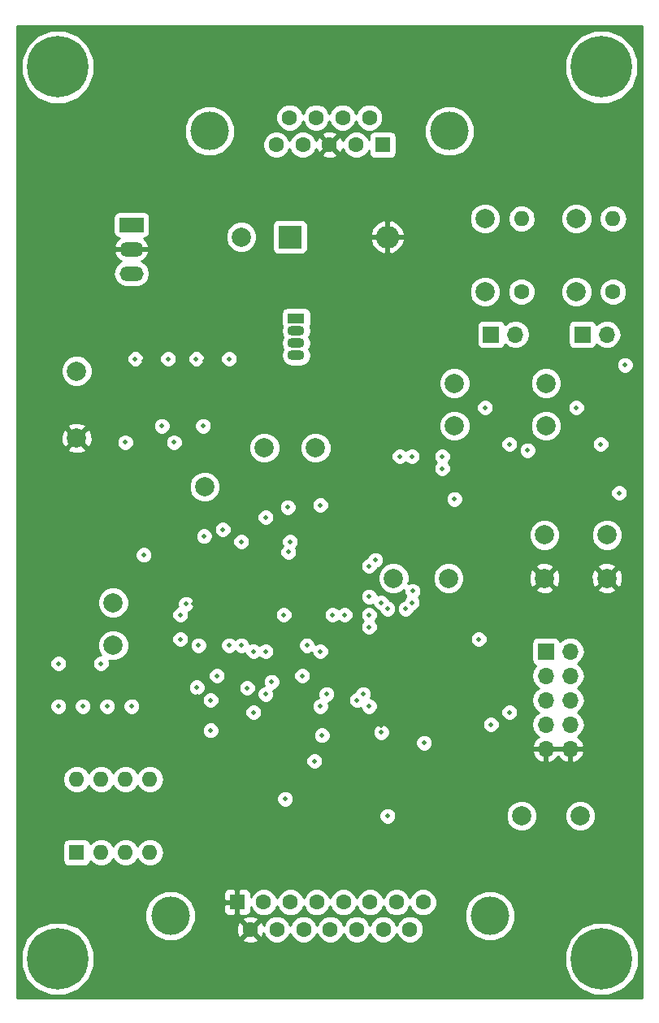
<source format=gbr>
G04 #@! TF.GenerationSoftware,KiCad,Pcbnew,(5.0.0)*
G04 #@! TF.CreationDate,2018-09-05T15:10:51-04:00*
G04 #@! TF.ProjectId,MDAS_Controller_V2,4D4441535F436F6E74726F6C6C65725F,rev?*
G04 #@! TF.SameCoordinates,Original*
G04 #@! TF.FileFunction,Copper,L2,Inr,Plane*
G04 #@! TF.FilePolarity,Positive*
%FSLAX46Y46*%
G04 Gerber Fmt 4.6, Leading zero omitted, Abs format (unit mm)*
G04 Created by KiCad (PCBNEW (5.0.0)) date 09/05/18 15:10:51*
%MOMM*%
%LPD*%
G01*
G04 APERTURE LIST*
G04 #@! TA.AperFunction,ViaPad*
%ADD10O,2.400000X2.400000*%
G04 #@! TD*
G04 #@! TA.AperFunction,ViaPad*
%ADD11R,2.400000X2.400000*%
G04 #@! TD*
G04 #@! TA.AperFunction,ViaPad*
%ADD12C,4.000000*%
G04 #@! TD*
G04 #@! TA.AperFunction,ViaPad*
%ADD13C,1.600000*%
G04 #@! TD*
G04 #@! TA.AperFunction,ViaPad*
%ADD14R,1.600000X1.600000*%
G04 #@! TD*
G04 #@! TA.AperFunction,ViaPad*
%ADD15O,1.700000X1.700000*%
G04 #@! TD*
G04 #@! TA.AperFunction,ViaPad*
%ADD16R,1.700000X1.700000*%
G04 #@! TD*
G04 #@! TA.AperFunction,ViaPad*
%ADD17C,2.000000*%
G04 #@! TD*
G04 #@! TA.AperFunction,ViaPad*
%ADD18O,1.600000X1.600000*%
G04 #@! TD*
G04 #@! TA.AperFunction,ViaPad*
%ADD19O,2.500000X1.500000*%
G04 #@! TD*
G04 #@! TA.AperFunction,ViaPad*
%ADD20R,2.500000X1.500000*%
G04 #@! TD*
G04 #@! TA.AperFunction,ViaPad*
%ADD21R,1.800000X1.070000*%
G04 #@! TD*
G04 #@! TA.AperFunction,ViaPad*
%ADD22O,1.800000X1.070000*%
G04 #@! TD*
G04 #@! TA.AperFunction,ViaPad*
%ADD23C,6.400000*%
G04 #@! TD*
G04 #@! TA.AperFunction,ViaPad*
%ADD24C,0.508000*%
G04 #@! TD*
G04 #@! TA.AperFunction,Conductor*
%ADD25C,0.254000*%
G04 #@! TD*
G04 APERTURE END LIST*
D10*
G04 #@! TO.N,GND*
G04 #@! TO.C,D2*
X154305000Y-56515000D03*
D11*
G04 #@! TO.N,+12V*
X144145000Y-56515000D03*
G04 #@! TD*
D12*
G04 #@! TO.N,N/C*
G04 #@! TO.C,J3*
X164978200Y-127251600D03*
X131678200Y-127251600D03*
D13*
G04 #@! TO.N,GPI2*
X156638200Y-128671600D03*
G04 #@! TO.N,T5*
X153868200Y-128671600D03*
G04 #@! TO.N,SW2*
X151098200Y-128671600D03*
G04 #@! TO.N,AI2H*
X148328200Y-128671600D03*
G04 #@! TO.N,AI4H*
X145558200Y-128671600D03*
G04 #@! TO.N,+5V*
X142788200Y-128671600D03*
G04 #@! TO.N,GND*
X140018200Y-128671600D03*
G04 #@! TO.N,GPI1*
X158023200Y-125831600D03*
G04 #@! TO.N,T2*
X155253200Y-125831600D03*
G04 #@! TO.N,SW1*
X152483200Y-125831600D03*
G04 #@! TO.N,AI1H*
X149713200Y-125831600D03*
G04 #@! TO.N,AI3H*
X146943200Y-125831600D03*
G04 #@! TO.N,+3V3*
X144173200Y-125831600D03*
G04 #@! TO.N,+12V*
X141403200Y-125831600D03*
D14*
G04 #@! TO.N,GND*
X138633200Y-125831600D03*
G04 #@! TD*
D15*
G04 #@! TO.N,GND*
G04 #@! TO.C,JTAG*
X173355000Y-109855000D03*
X170815000Y-109855000D03*
G04 #@! TO.N,TXD*
X173355000Y-107315000D03*
G04 #@! TO.N,+3V3*
X170815000Y-107315000D03*
G04 #@! TO.N,RXD*
X173355000Y-104775000D03*
G04 #@! TO.N,RST*
X170815000Y-104775000D03*
G04 #@! TO.N,TDI*
X173355000Y-102235000D03*
G04 #@! TO.N,TDO*
X170815000Y-102235000D03*
G04 #@! TO.N,TMS*
X173355000Y-99695000D03*
D16*
G04 #@! TO.N,TCK*
X170815000Y-99695000D03*
G04 #@! TD*
D17*
G04 #@! TO.N,AI4B*
G04 #@! TO.C,AI4B*
X141478000Y-78486000D03*
G04 #@! TD*
D18*
G04 #@! TO.N,CAN0L*
G04 #@! TO.C,R16*
X168275000Y-54610000D03*
D13*
G04 #@! TO.N,Net-(JP2-Pad2)*
X168275000Y-62230000D03*
G04 #@! TD*
D17*
G04 #@! TO.N,CAN0L*
G04 #@! TO.C,CAN0L*
X164465000Y-54610000D03*
G04 #@! TD*
G04 #@! TO.N,CAN0H*
G04 #@! TO.C,CAN0H*
X164465000Y-62230000D03*
G04 #@! TD*
D15*
G04 #@! TO.N,Net-(JP1-Pad2)*
G04 #@! TO.C,JP1*
X177165000Y-66675000D03*
D16*
G04 #@! TO.N,CAN1H*
X174625000Y-66675000D03*
G04 #@! TD*
D15*
G04 #@! TO.N,Net-(JP2-Pad2)*
G04 #@! TO.C,JP2*
X167640000Y-66675000D03*
D16*
G04 #@! TO.N,CAN0H*
X165100000Y-66675000D03*
G04 #@! TD*
D18*
G04 #@! TO.N,CAN1L*
G04 #@! TO.C,R15*
X177800000Y-54610000D03*
D13*
G04 #@! TO.N,Net-(JP1-Pad2)*
X177800000Y-62230000D03*
G04 #@! TD*
D17*
G04 #@! TO.N,GND*
G04 #@! TO.C,RST*
X170665000Y-92075000D03*
G04 #@! TO.N,RST*
X170665000Y-87575000D03*
G04 #@! TO.N,GND*
X177165000Y-92075000D03*
G04 #@! TO.N,RST*
X177165000Y-87575000D03*
G04 #@! TD*
D18*
G04 #@! TO.N,Net-(R14-Pad1)*
G04 #@! TO.C,SW1*
X121920000Y-113030000D03*
G04 #@! TO.N,Net-(R7-Pad2)*
X129540000Y-120650000D03*
G04 #@! TO.N,Net-(R12-Pad1)*
X124460000Y-113030000D03*
G04 #@! TO.N,Net-(R9-Pad2)*
X127000000Y-120650000D03*
G04 #@! TO.N,Net-(R10-Pad1)*
X127000000Y-113030000D03*
G04 #@! TO.N,Net-(R11-Pad2)*
X124460000Y-120650000D03*
G04 #@! TO.N,Net-(R8-Pad1)*
X129540000Y-113030000D03*
D14*
G04 #@! TO.N,Net-(R13-Pad2)*
X121920000Y-120650000D03*
G04 #@! TD*
D17*
G04 #@! TO.N,+12V*
G04 #@! TO.C,+12V*
X139065000Y-56515000D03*
G04 #@! TD*
G04 #@! TO.N,+5V*
G04 #@! TO.C,+5V*
X121920000Y-70485000D03*
G04 #@! TD*
G04 #@! TO.N,+3V3*
G04 #@! TO.C,+3V3*
X135255000Y-82550000D03*
G04 #@! TD*
G04 #@! TO.N,T2*
G04 #@! TO.C,T2*
X168275000Y-116840000D03*
G04 #@! TD*
G04 #@! TO.N,T5*
G04 #@! TO.C,T5*
X174385000Y-116840000D03*
G04 #@! TD*
G04 #@! TO.N,GND*
G04 #@! TO.C,GND*
X121920000Y-77470000D03*
G04 #@! TD*
G04 #@! TO.N,GPI1P*
G04 #@! TO.C,GPI1*
X160655000Y-92075000D03*
G04 #@! TD*
G04 #@! TO.N,GPI2P*
G04 #@! TO.C,GPI2*
X154940000Y-92075000D03*
G04 #@! TD*
G04 #@! TO.N,CAN1H*
G04 #@! TO.C,CAN1H*
X173990000Y-62230000D03*
G04 #@! TD*
G04 #@! TO.N,CAN1L*
G04 #@! TO.C,CAN1L*
X173990000Y-54610000D03*
G04 #@! TD*
G04 #@! TO.N,AI3B*
G04 #@! TO.C,AI3B*
X146812000Y-78486000D03*
G04 #@! TD*
G04 #@! TO.N,AI1B*
G04 #@! TO.C,AI1B*
X125730000Y-99060000D03*
G04 #@! TD*
G04 #@! TO.N,AI2B*
G04 #@! TO.C,AI2B*
X125730000Y-94615000D03*
G04 #@! TD*
D19*
G04 #@! TO.N,+5V*
G04 #@! TO.C,U2*
X127635000Y-60325000D03*
G04 #@! TO.N,GND*
X127635000Y-57785000D03*
D20*
G04 #@! TO.N,+12V*
X127635000Y-55245000D03*
G04 #@! TD*
D21*
G04 #@! TO.N,Net-(D3-Pad1)*
G04 #@! TO.C,D3*
X144780000Y-65024000D03*
D22*
G04 #@! TO.N,+5V*
X144780000Y-66294000D03*
G04 #@! TO.N,Net-(D3-Pad3)*
X144780000Y-67564000D03*
G04 #@! TO.N,Net-(D3-Pad4)*
X144780000Y-68834000D03*
G04 #@! TD*
D23*
G04 #@! TO.N,Net-(MH1-Pad1)*
G04 #@! TO.C,MH1*
X119942620Y-38809940D03*
G04 #@! TD*
G04 #@! TO.N,Net-(MH2-Pad1)*
G04 #@! TO.C,MH2*
X176599840Y-38812480D03*
G04 #@! TD*
G04 #@! TO.N,Net-(MH3-Pad1)*
G04 #@! TO.C,MH3*
X119935000Y-131728200D03*
G04 #@! TD*
G04 #@! TO.N,Net-(MH4-Pad1)*
G04 #@! TO.C,MH4*
X176610000Y-131728200D03*
G04 #@! TD*
D14*
G04 #@! TO.N,CAN1L*
G04 #@! TO.C,J2*
X153801200Y-46913800D03*
D13*
G04 #@! TO.N,CAN0L*
X151031200Y-46913800D03*
G04 #@! TO.N,GND*
X148261200Y-46913800D03*
G04 #@! TO.N,Net-(J2-Pad4)*
X145491200Y-46913800D03*
G04 #@! TO.N,Net-(J2-Pad5)*
X142721200Y-46913800D03*
G04 #@! TO.N,Net-(J2-Pad6)*
X152416200Y-44073800D03*
G04 #@! TO.N,CAN0H*
X149646200Y-44073800D03*
G04 #@! TO.N,CAN1H*
X146876200Y-44073800D03*
G04 #@! TO.N,+12V*
X144106200Y-44073800D03*
D12*
G04 #@! TO.N,N/C*
X160761200Y-45493800D03*
X135761200Y-45493800D03*
G04 #@! TD*
D17*
G04 #@! TO.N,CAN0RX*
G04 #@! TO.C,CAN0RX*
X161290000Y-76200000D03*
G04 #@! TD*
G04 #@! TO.N,CAN0TX*
G04 #@! TO.C,CAN0TX*
X161290000Y-71755000D03*
G04 #@! TD*
G04 #@! TO.N,CAN1RX*
G04 #@! TO.C,CAN1RX*
X170815000Y-76200000D03*
G04 #@! TD*
G04 #@! TO.N,CAN1TX*
G04 #@! TO.C,CAN1TX*
X170815000Y-71755000D03*
G04 #@! TD*
D24*
G04 #@! TO.N,RST*
X165100000Y-107315000D03*
X153670000Y-108141203D03*
G04 #@! TO.N,GND*
X128884534Y-69415466D03*
X135234534Y-69415466D03*
X137795000Y-79375000D03*
X128905000Y-88646000D03*
X137273000Y-90805000D03*
X158051375Y-59753625D03*
X158086632Y-66068368D03*
X158115412Y-72390412D03*
X165735000Y-78105000D03*
X175260000Y-78105000D03*
X168910000Y-83185000D03*
X149860000Y-80645000D03*
X134520600Y-104419400D03*
X136070000Y-109220000D03*
X144760000Y-114935000D03*
X141210000Y-116840000D03*
X143510000Y-99060000D03*
X155128367Y-112064800D03*
X153670000Y-107430000D03*
X154000200Y-98820000D03*
X119380000Y-106045000D03*
X121920000Y-106045000D03*
X124460000Y-106045000D03*
X127000000Y-106045000D03*
X154305000Y-83820000D03*
X160020000Y-83820000D03*
X147260000Y-114240000D03*
X134084000Y-94742000D03*
X146163000Y-84836000D03*
G04 #@! TO.N,+3V3*
X167005000Y-78105000D03*
X176530000Y-78105000D03*
X178435000Y-83185000D03*
X160020000Y-80645000D03*
X134442200Y-103430000D03*
X135890000Y-107930000D03*
X143651000Y-115076000D03*
X145900000Y-99060000D03*
X147475000Y-108430000D03*
X152400000Y-105410000D03*
X135189000Y-87696000D03*
X133299201Y-94742000D03*
X143913928Y-84686072D03*
G04 #@! TO.N,+5V*
X128030000Y-69215000D03*
X134380000Y-69215000D03*
X132080000Y-77927362D03*
X127000000Y-77927362D03*
X128905000Y-89648000D03*
G04 #@! TO.N,GPI1*
X161290000Y-83820000D03*
G04 #@! TO.N,GPI2P*
X153035000Y-90170000D03*
X141605000Y-104140000D03*
G04 #@! TO.N,GPI2*
X156922632Y-93422632D03*
G04 #@! TO.N,TCK*
X156210000Y-95250000D03*
X152400000Y-93980000D03*
X148590000Y-95885000D03*
G04 #@! TO.N,TMS*
X156845000Y-94615000D03*
X152400000Y-90805000D03*
X145415000Y-102235000D03*
G04 #@! TO.N,TDO*
X147320000Y-99695000D03*
G04 #@! TO.N,TDI*
X163830000Y-98425000D03*
X149860000Y-95885000D03*
G04 #@! TO.N,TXD*
X151765000Y-104140000D03*
G04 #@! TO.N,RXD*
X167005000Y-106045000D03*
X151130000Y-104775000D03*
G04 #@! TO.N,AI4H*
X120015000Y-105410000D03*
G04 #@! TO.N,AI2H*
X125095000Y-105410000D03*
G04 #@! TO.N,T2*
X137795000Y-69215000D03*
X179070000Y-69850000D03*
G04 #@! TO.N,AI3H*
X122555000Y-105410000D03*
G04 #@! TO.N,AI1H*
X127635000Y-105410000D03*
G04 #@! TO.N,SW1*
X147955000Y-104140000D03*
G04 #@! TO.N,T5*
X131445000Y-69215000D03*
G04 #@! TO.N,LED_R*
X158115000Y-109220000D03*
X154305000Y-116840000D03*
G04 #@! TO.N,LED_G*
X156845000Y-79375000D03*
X154305000Y-95250000D03*
X152400000Y-97155000D03*
X147320000Y-105410000D03*
G04 #@! TO.N,LED_B*
X155575000Y-79375000D03*
X153670000Y-94615000D03*
X152400000Y-95885000D03*
X146685000Y-111125000D03*
G04 #@! TO.N,SCL*
X130810000Y-76200000D03*
X135079534Y-76200000D03*
G04 #@! TO.N,Net-(R9-Pad2)*
X124460000Y-100965000D03*
X132715000Y-95885000D03*
G04 #@! TO.N,Net-(R11-Pad2)*
X141605000Y-85725000D03*
X144145000Y-88265000D03*
G04 #@! TO.N,Net-(R13-Pad2)*
X120015000Y-100965000D03*
X137160000Y-86995000D03*
G04 #@! TO.N,AI4B*
X137795000Y-99060000D03*
X135890000Y-104775000D03*
X139065000Y-88265000D03*
G04 #@! TO.N,AI3B*
X140335000Y-99695000D03*
X140335000Y-106045000D03*
X143971355Y-89361355D03*
G04 #@! TO.N,AI1B*
X134620000Y-99060000D03*
X136525000Y-102235000D03*
X139700000Y-103505000D03*
G04 #@! TO.N,AI2B*
X132715000Y-98425000D03*
X139065000Y-99060000D03*
G04 #@! TO.N,CAN1TX*
X173990000Y-74295000D03*
G04 #@! TO.N,CAN0RX*
X168910000Y-78740000D03*
X147320000Y-84455000D03*
X143510000Y-95885000D03*
X142240000Y-102870000D03*
G04 #@! TO.N,CAN0TX*
X160020000Y-79375000D03*
X141605000Y-99695000D03*
X164465000Y-74295000D03*
G04 #@! TD*
D25*
G04 #@! TO.N,GND*
G36*
X180848000Y-135763000D02*
X115697000Y-135763000D01*
X115697000Y-130965371D01*
X116100000Y-130965371D01*
X116100000Y-132491029D01*
X116683844Y-133900553D01*
X117762647Y-134979356D01*
X119172171Y-135563200D01*
X120697829Y-135563200D01*
X122107353Y-134979356D01*
X123186156Y-133900553D01*
X123770000Y-132491029D01*
X123770000Y-130965371D01*
X172775000Y-130965371D01*
X172775000Y-132491029D01*
X173358844Y-133900553D01*
X174437647Y-134979356D01*
X175847171Y-135563200D01*
X177372829Y-135563200D01*
X178782353Y-134979356D01*
X179861156Y-133900553D01*
X180445000Y-132491029D01*
X180445000Y-130965371D01*
X179861156Y-129555847D01*
X178782353Y-128477044D01*
X177372829Y-127893200D01*
X175847171Y-127893200D01*
X174437647Y-128477044D01*
X173358844Y-129555847D01*
X172775000Y-130965371D01*
X123770000Y-130965371D01*
X123186156Y-129555847D01*
X122107353Y-128477044D01*
X120697829Y-127893200D01*
X119172171Y-127893200D01*
X117762647Y-128477044D01*
X116683844Y-129555847D01*
X116100000Y-130965371D01*
X115697000Y-130965371D01*
X115697000Y-126727466D01*
X129043200Y-126727466D01*
X129043200Y-127775734D01*
X129444355Y-128744208D01*
X130185592Y-129485445D01*
X131154066Y-129886600D01*
X132202334Y-129886600D01*
X132702691Y-129679345D01*
X139190061Y-129679345D01*
X139264195Y-129925464D01*
X139801423Y-130118565D01*
X140371654Y-130091378D01*
X140772205Y-129925464D01*
X140846339Y-129679345D01*
X140018200Y-128851205D01*
X139190061Y-129679345D01*
X132702691Y-129679345D01*
X133170808Y-129485445D01*
X133912045Y-128744208D01*
X134031912Y-128454823D01*
X138571235Y-128454823D01*
X138598422Y-129025054D01*
X138764336Y-129425605D01*
X139010455Y-129499739D01*
X139838595Y-128671600D01*
X140197805Y-128671600D01*
X141025945Y-129499739D01*
X141272064Y-129425605D01*
X141399932Y-129069861D01*
X141571666Y-129484462D01*
X141975338Y-129888134D01*
X142502761Y-130106600D01*
X143073639Y-130106600D01*
X143601062Y-129888134D01*
X144004734Y-129484462D01*
X144173200Y-129077750D01*
X144341666Y-129484462D01*
X144745338Y-129888134D01*
X145272761Y-130106600D01*
X145843639Y-130106600D01*
X146371062Y-129888134D01*
X146774734Y-129484462D01*
X146943200Y-129077750D01*
X147111666Y-129484462D01*
X147515338Y-129888134D01*
X148042761Y-130106600D01*
X148613639Y-130106600D01*
X149141062Y-129888134D01*
X149544734Y-129484462D01*
X149713200Y-129077750D01*
X149881666Y-129484462D01*
X150285338Y-129888134D01*
X150812761Y-130106600D01*
X151383639Y-130106600D01*
X151911062Y-129888134D01*
X152314734Y-129484462D01*
X152483200Y-129077750D01*
X152651666Y-129484462D01*
X153055338Y-129888134D01*
X153582761Y-130106600D01*
X154153639Y-130106600D01*
X154681062Y-129888134D01*
X155084734Y-129484462D01*
X155253200Y-129077750D01*
X155421666Y-129484462D01*
X155825338Y-129888134D01*
X156352761Y-130106600D01*
X156923639Y-130106600D01*
X157451062Y-129888134D01*
X157854734Y-129484462D01*
X158073200Y-128957039D01*
X158073200Y-128386161D01*
X157854734Y-127858738D01*
X157451062Y-127455066D01*
X156923639Y-127236600D01*
X156352761Y-127236600D01*
X155825338Y-127455066D01*
X155421666Y-127858738D01*
X155253200Y-128265450D01*
X155084734Y-127858738D01*
X154681062Y-127455066D01*
X154153639Y-127236600D01*
X153582761Y-127236600D01*
X153055338Y-127455066D01*
X152651666Y-127858738D01*
X152483200Y-128265450D01*
X152314734Y-127858738D01*
X151911062Y-127455066D01*
X151383639Y-127236600D01*
X150812761Y-127236600D01*
X150285338Y-127455066D01*
X149881666Y-127858738D01*
X149713200Y-128265450D01*
X149544734Y-127858738D01*
X149141062Y-127455066D01*
X148613639Y-127236600D01*
X148042761Y-127236600D01*
X147515338Y-127455066D01*
X147111666Y-127858738D01*
X146943200Y-128265450D01*
X146774734Y-127858738D01*
X146371062Y-127455066D01*
X145843639Y-127236600D01*
X145272761Y-127236600D01*
X144745338Y-127455066D01*
X144341666Y-127858738D01*
X144173200Y-128265450D01*
X144004734Y-127858738D01*
X143601062Y-127455066D01*
X143073639Y-127236600D01*
X142502761Y-127236600D01*
X141975338Y-127455066D01*
X141571666Y-127858738D01*
X141409675Y-128249818D01*
X141272064Y-127917595D01*
X141025945Y-127843461D01*
X140197805Y-128671600D01*
X139838595Y-128671600D01*
X139010455Y-127843461D01*
X138764336Y-127917595D01*
X138571235Y-128454823D01*
X134031912Y-128454823D01*
X134313200Y-127775734D01*
X134313200Y-127663855D01*
X139190061Y-127663855D01*
X140018200Y-128491995D01*
X140846339Y-127663855D01*
X140772205Y-127417736D01*
X140234977Y-127224635D01*
X139664746Y-127251822D01*
X139264195Y-127417736D01*
X139190061Y-127663855D01*
X134313200Y-127663855D01*
X134313200Y-126727466D01*
X134060482Y-126117350D01*
X137198200Y-126117350D01*
X137198200Y-126757910D01*
X137294873Y-126991299D01*
X137473502Y-127169927D01*
X137706891Y-127266600D01*
X138347450Y-127266600D01*
X138506200Y-127107850D01*
X138506200Y-125958600D01*
X137356950Y-125958600D01*
X137198200Y-126117350D01*
X134060482Y-126117350D01*
X133912045Y-125758992D01*
X133170808Y-125017755D01*
X132899294Y-124905290D01*
X137198200Y-124905290D01*
X137198200Y-125545850D01*
X137356950Y-125704600D01*
X138506200Y-125704600D01*
X138506200Y-124555350D01*
X138760200Y-124555350D01*
X138760200Y-125704600D01*
X138780200Y-125704600D01*
X138780200Y-125958600D01*
X138760200Y-125958600D01*
X138760200Y-127107850D01*
X138918950Y-127266600D01*
X139559509Y-127266600D01*
X139792898Y-127169927D01*
X139971527Y-126991299D01*
X140068200Y-126757910D01*
X140068200Y-126358460D01*
X140186666Y-126644462D01*
X140590338Y-127048134D01*
X141117761Y-127266600D01*
X141688639Y-127266600D01*
X142216062Y-127048134D01*
X142619734Y-126644462D01*
X142788200Y-126237750D01*
X142956666Y-126644462D01*
X143360338Y-127048134D01*
X143887761Y-127266600D01*
X144458639Y-127266600D01*
X144986062Y-127048134D01*
X145389734Y-126644462D01*
X145558200Y-126237750D01*
X145726666Y-126644462D01*
X146130338Y-127048134D01*
X146657761Y-127266600D01*
X147228639Y-127266600D01*
X147756062Y-127048134D01*
X148159734Y-126644462D01*
X148328200Y-126237750D01*
X148496666Y-126644462D01*
X148900338Y-127048134D01*
X149427761Y-127266600D01*
X149998639Y-127266600D01*
X150526062Y-127048134D01*
X150929734Y-126644462D01*
X151098200Y-126237750D01*
X151266666Y-126644462D01*
X151670338Y-127048134D01*
X152197761Y-127266600D01*
X152768639Y-127266600D01*
X153296062Y-127048134D01*
X153699734Y-126644462D01*
X153868200Y-126237750D01*
X154036666Y-126644462D01*
X154440338Y-127048134D01*
X154967761Y-127266600D01*
X155538639Y-127266600D01*
X156066062Y-127048134D01*
X156469734Y-126644462D01*
X156638200Y-126237750D01*
X156806666Y-126644462D01*
X157210338Y-127048134D01*
X157737761Y-127266600D01*
X158308639Y-127266600D01*
X158836062Y-127048134D01*
X159156730Y-126727466D01*
X162343200Y-126727466D01*
X162343200Y-127775734D01*
X162744355Y-128744208D01*
X163485592Y-129485445D01*
X164454066Y-129886600D01*
X165502334Y-129886600D01*
X166470808Y-129485445D01*
X167212045Y-128744208D01*
X167613200Y-127775734D01*
X167613200Y-126727466D01*
X167212045Y-125758992D01*
X166470808Y-125017755D01*
X165502334Y-124616600D01*
X164454066Y-124616600D01*
X163485592Y-125017755D01*
X162744355Y-125758992D01*
X162343200Y-126727466D01*
X159156730Y-126727466D01*
X159239734Y-126644462D01*
X159458200Y-126117039D01*
X159458200Y-125546161D01*
X159239734Y-125018738D01*
X158836062Y-124615066D01*
X158308639Y-124396600D01*
X157737761Y-124396600D01*
X157210338Y-124615066D01*
X156806666Y-125018738D01*
X156638200Y-125425450D01*
X156469734Y-125018738D01*
X156066062Y-124615066D01*
X155538639Y-124396600D01*
X154967761Y-124396600D01*
X154440338Y-124615066D01*
X154036666Y-125018738D01*
X153868200Y-125425450D01*
X153699734Y-125018738D01*
X153296062Y-124615066D01*
X152768639Y-124396600D01*
X152197761Y-124396600D01*
X151670338Y-124615066D01*
X151266666Y-125018738D01*
X151098200Y-125425450D01*
X150929734Y-125018738D01*
X150526062Y-124615066D01*
X149998639Y-124396600D01*
X149427761Y-124396600D01*
X148900338Y-124615066D01*
X148496666Y-125018738D01*
X148328200Y-125425450D01*
X148159734Y-125018738D01*
X147756062Y-124615066D01*
X147228639Y-124396600D01*
X146657761Y-124396600D01*
X146130338Y-124615066D01*
X145726666Y-125018738D01*
X145558200Y-125425450D01*
X145389734Y-125018738D01*
X144986062Y-124615066D01*
X144458639Y-124396600D01*
X143887761Y-124396600D01*
X143360338Y-124615066D01*
X142956666Y-125018738D01*
X142788200Y-125425450D01*
X142619734Y-125018738D01*
X142216062Y-124615066D01*
X141688639Y-124396600D01*
X141117761Y-124396600D01*
X140590338Y-124615066D01*
X140186666Y-125018738D01*
X140068200Y-125304740D01*
X140068200Y-124905290D01*
X139971527Y-124671901D01*
X139792898Y-124493273D01*
X139559509Y-124396600D01*
X138918950Y-124396600D01*
X138760200Y-124555350D01*
X138506200Y-124555350D01*
X138347450Y-124396600D01*
X137706891Y-124396600D01*
X137473502Y-124493273D01*
X137294873Y-124671901D01*
X137198200Y-124905290D01*
X132899294Y-124905290D01*
X132202334Y-124616600D01*
X131154066Y-124616600D01*
X130185592Y-125017755D01*
X129444355Y-125758992D01*
X129043200Y-126727466D01*
X115697000Y-126727466D01*
X115697000Y-119850000D01*
X120472560Y-119850000D01*
X120472560Y-121450000D01*
X120521843Y-121697765D01*
X120662191Y-121907809D01*
X120872235Y-122048157D01*
X121120000Y-122097440D01*
X122720000Y-122097440D01*
X122967765Y-122048157D01*
X123177809Y-121907809D01*
X123318157Y-121697765D01*
X123344785Y-121563894D01*
X123425423Y-121684577D01*
X123900091Y-122001740D01*
X124318667Y-122085000D01*
X124601333Y-122085000D01*
X125019909Y-122001740D01*
X125494577Y-121684577D01*
X125730000Y-121332242D01*
X125965423Y-121684577D01*
X126440091Y-122001740D01*
X126858667Y-122085000D01*
X127141333Y-122085000D01*
X127559909Y-122001740D01*
X128034577Y-121684577D01*
X128270000Y-121332242D01*
X128505423Y-121684577D01*
X128980091Y-122001740D01*
X129398667Y-122085000D01*
X129681333Y-122085000D01*
X130099909Y-122001740D01*
X130574577Y-121684577D01*
X130891740Y-121209909D01*
X131003113Y-120650000D01*
X130891740Y-120090091D01*
X130574577Y-119615423D01*
X130099909Y-119298260D01*
X129681333Y-119215000D01*
X129398667Y-119215000D01*
X128980091Y-119298260D01*
X128505423Y-119615423D01*
X128270000Y-119967758D01*
X128034577Y-119615423D01*
X127559909Y-119298260D01*
X127141333Y-119215000D01*
X126858667Y-119215000D01*
X126440091Y-119298260D01*
X125965423Y-119615423D01*
X125730000Y-119967758D01*
X125494577Y-119615423D01*
X125019909Y-119298260D01*
X124601333Y-119215000D01*
X124318667Y-119215000D01*
X123900091Y-119298260D01*
X123425423Y-119615423D01*
X123344785Y-119736106D01*
X123318157Y-119602235D01*
X123177809Y-119392191D01*
X122967765Y-119251843D01*
X122720000Y-119202560D01*
X121120000Y-119202560D01*
X120872235Y-119251843D01*
X120662191Y-119392191D01*
X120521843Y-119602235D01*
X120472560Y-119850000D01*
X115697000Y-119850000D01*
X115697000Y-116663167D01*
X153416000Y-116663167D01*
X153416000Y-117016833D01*
X153551342Y-117343578D01*
X153801422Y-117593658D01*
X154128167Y-117729000D01*
X154481833Y-117729000D01*
X154808578Y-117593658D01*
X155058658Y-117343578D01*
X155194000Y-117016833D01*
X155194000Y-116663167D01*
X155132536Y-116514778D01*
X166640000Y-116514778D01*
X166640000Y-117165222D01*
X166888914Y-117766153D01*
X167348847Y-118226086D01*
X167949778Y-118475000D01*
X168600222Y-118475000D01*
X169201153Y-118226086D01*
X169661086Y-117766153D01*
X169910000Y-117165222D01*
X169910000Y-116514778D01*
X172750000Y-116514778D01*
X172750000Y-117165222D01*
X172998914Y-117766153D01*
X173458847Y-118226086D01*
X174059778Y-118475000D01*
X174710222Y-118475000D01*
X175311153Y-118226086D01*
X175771086Y-117766153D01*
X176020000Y-117165222D01*
X176020000Y-116514778D01*
X175771086Y-115913847D01*
X175311153Y-115453914D01*
X174710222Y-115205000D01*
X174059778Y-115205000D01*
X173458847Y-115453914D01*
X172998914Y-115913847D01*
X172750000Y-116514778D01*
X169910000Y-116514778D01*
X169661086Y-115913847D01*
X169201153Y-115453914D01*
X168600222Y-115205000D01*
X167949778Y-115205000D01*
X167348847Y-115453914D01*
X166888914Y-115913847D01*
X166640000Y-116514778D01*
X155132536Y-116514778D01*
X155058658Y-116336422D01*
X154808578Y-116086342D01*
X154481833Y-115951000D01*
X154128167Y-115951000D01*
X153801422Y-116086342D01*
X153551342Y-116336422D01*
X153416000Y-116663167D01*
X115697000Y-116663167D01*
X115697000Y-114899167D01*
X142762000Y-114899167D01*
X142762000Y-115252833D01*
X142897342Y-115579578D01*
X143147422Y-115829658D01*
X143474167Y-115965000D01*
X143827833Y-115965000D01*
X144154578Y-115829658D01*
X144404658Y-115579578D01*
X144540000Y-115252833D01*
X144540000Y-114899167D01*
X144404658Y-114572422D01*
X144154578Y-114322342D01*
X143827833Y-114187000D01*
X143474167Y-114187000D01*
X143147422Y-114322342D01*
X142897342Y-114572422D01*
X142762000Y-114899167D01*
X115697000Y-114899167D01*
X115697000Y-113030000D01*
X120456887Y-113030000D01*
X120568260Y-113589909D01*
X120885423Y-114064577D01*
X121360091Y-114381740D01*
X121778667Y-114465000D01*
X122061333Y-114465000D01*
X122479909Y-114381740D01*
X122954577Y-114064577D01*
X123190000Y-113712242D01*
X123425423Y-114064577D01*
X123900091Y-114381740D01*
X124318667Y-114465000D01*
X124601333Y-114465000D01*
X125019909Y-114381740D01*
X125494577Y-114064577D01*
X125730000Y-113712242D01*
X125965423Y-114064577D01*
X126440091Y-114381740D01*
X126858667Y-114465000D01*
X127141333Y-114465000D01*
X127559909Y-114381740D01*
X128034577Y-114064577D01*
X128270000Y-113712242D01*
X128505423Y-114064577D01*
X128980091Y-114381740D01*
X129398667Y-114465000D01*
X129681333Y-114465000D01*
X130099909Y-114381740D01*
X130574577Y-114064577D01*
X130891740Y-113589909D01*
X131003113Y-113030000D01*
X130891740Y-112470091D01*
X130574577Y-111995423D01*
X130099909Y-111678260D01*
X129681333Y-111595000D01*
X129398667Y-111595000D01*
X128980091Y-111678260D01*
X128505423Y-111995423D01*
X128270000Y-112347758D01*
X128034577Y-111995423D01*
X127559909Y-111678260D01*
X127141333Y-111595000D01*
X126858667Y-111595000D01*
X126440091Y-111678260D01*
X125965423Y-111995423D01*
X125730000Y-112347758D01*
X125494577Y-111995423D01*
X125019909Y-111678260D01*
X124601333Y-111595000D01*
X124318667Y-111595000D01*
X123900091Y-111678260D01*
X123425423Y-111995423D01*
X123190000Y-112347758D01*
X122954577Y-111995423D01*
X122479909Y-111678260D01*
X122061333Y-111595000D01*
X121778667Y-111595000D01*
X121360091Y-111678260D01*
X120885423Y-111995423D01*
X120568260Y-112470091D01*
X120456887Y-113030000D01*
X115697000Y-113030000D01*
X115697000Y-110948167D01*
X145796000Y-110948167D01*
X145796000Y-111301833D01*
X145931342Y-111628578D01*
X146181422Y-111878658D01*
X146508167Y-112014000D01*
X146861833Y-112014000D01*
X147188578Y-111878658D01*
X147438658Y-111628578D01*
X147574000Y-111301833D01*
X147574000Y-110948167D01*
X147438658Y-110621422D01*
X147188578Y-110371342D01*
X146861833Y-110236000D01*
X146508167Y-110236000D01*
X146181422Y-110371342D01*
X145931342Y-110621422D01*
X145796000Y-110948167D01*
X115697000Y-110948167D01*
X115697000Y-110211890D01*
X169373524Y-110211890D01*
X169543355Y-110621924D01*
X169933642Y-111050183D01*
X170458108Y-111296486D01*
X170688000Y-111175819D01*
X170688000Y-109982000D01*
X170942000Y-109982000D01*
X170942000Y-111175819D01*
X171171892Y-111296486D01*
X171696358Y-111050183D01*
X172085000Y-110623729D01*
X172473642Y-111050183D01*
X172998108Y-111296486D01*
X173228000Y-111175819D01*
X173228000Y-109982000D01*
X173482000Y-109982000D01*
X173482000Y-111175819D01*
X173711892Y-111296486D01*
X174236358Y-111050183D01*
X174626645Y-110621924D01*
X174796476Y-110211890D01*
X174675155Y-109982000D01*
X173482000Y-109982000D01*
X173228000Y-109982000D01*
X170942000Y-109982000D01*
X170688000Y-109982000D01*
X169494845Y-109982000D01*
X169373524Y-110211890D01*
X115697000Y-110211890D01*
X115697000Y-107753167D01*
X135001000Y-107753167D01*
X135001000Y-108106833D01*
X135136342Y-108433578D01*
X135386422Y-108683658D01*
X135713167Y-108819000D01*
X136066833Y-108819000D01*
X136393578Y-108683658D01*
X136643658Y-108433578D01*
X136718386Y-108253167D01*
X146586000Y-108253167D01*
X146586000Y-108606833D01*
X146721342Y-108933578D01*
X146971422Y-109183658D01*
X147298167Y-109319000D01*
X147651833Y-109319000D01*
X147978578Y-109183658D01*
X148119069Y-109043167D01*
X157226000Y-109043167D01*
X157226000Y-109396833D01*
X157361342Y-109723578D01*
X157611422Y-109973658D01*
X157938167Y-110109000D01*
X158291833Y-110109000D01*
X158618578Y-109973658D01*
X158868658Y-109723578D01*
X159004000Y-109396833D01*
X159004000Y-109043167D01*
X158868658Y-108716422D01*
X158618578Y-108466342D01*
X158291833Y-108331000D01*
X157938167Y-108331000D01*
X157611422Y-108466342D01*
X157361342Y-108716422D01*
X157226000Y-109043167D01*
X148119069Y-109043167D01*
X148228658Y-108933578D01*
X148364000Y-108606833D01*
X148364000Y-108253167D01*
X148244377Y-107964370D01*
X152781000Y-107964370D01*
X152781000Y-108318036D01*
X152916342Y-108644781D01*
X153166422Y-108894861D01*
X153493167Y-109030203D01*
X153846833Y-109030203D01*
X154173578Y-108894861D01*
X154423658Y-108644781D01*
X154559000Y-108318036D01*
X154559000Y-107964370D01*
X154423658Y-107637625D01*
X154173578Y-107387545D01*
X153846833Y-107252203D01*
X153493167Y-107252203D01*
X153166422Y-107387545D01*
X152916342Y-107637625D01*
X152781000Y-107964370D01*
X148244377Y-107964370D01*
X148228658Y-107926422D01*
X147978578Y-107676342D01*
X147651833Y-107541000D01*
X147298167Y-107541000D01*
X146971422Y-107676342D01*
X146721342Y-107926422D01*
X146586000Y-108253167D01*
X136718386Y-108253167D01*
X136779000Y-108106833D01*
X136779000Y-107753167D01*
X136643658Y-107426422D01*
X136393578Y-107176342D01*
X136301416Y-107138167D01*
X164211000Y-107138167D01*
X164211000Y-107491833D01*
X164346342Y-107818578D01*
X164596422Y-108068658D01*
X164923167Y-108204000D01*
X165276833Y-108204000D01*
X165603578Y-108068658D01*
X165853658Y-107818578D01*
X165989000Y-107491833D01*
X165989000Y-107138167D01*
X165853658Y-106811422D01*
X165603578Y-106561342D01*
X165276833Y-106426000D01*
X164923167Y-106426000D01*
X164596422Y-106561342D01*
X164346342Y-106811422D01*
X164211000Y-107138167D01*
X136301416Y-107138167D01*
X136066833Y-107041000D01*
X135713167Y-107041000D01*
X135386422Y-107176342D01*
X135136342Y-107426422D01*
X135001000Y-107753167D01*
X115697000Y-107753167D01*
X115697000Y-105233167D01*
X119126000Y-105233167D01*
X119126000Y-105586833D01*
X119261342Y-105913578D01*
X119511422Y-106163658D01*
X119838167Y-106299000D01*
X120191833Y-106299000D01*
X120518578Y-106163658D01*
X120768658Y-105913578D01*
X120904000Y-105586833D01*
X120904000Y-105233167D01*
X121666000Y-105233167D01*
X121666000Y-105586833D01*
X121801342Y-105913578D01*
X122051422Y-106163658D01*
X122378167Y-106299000D01*
X122731833Y-106299000D01*
X123058578Y-106163658D01*
X123308658Y-105913578D01*
X123444000Y-105586833D01*
X123444000Y-105233167D01*
X124206000Y-105233167D01*
X124206000Y-105586833D01*
X124341342Y-105913578D01*
X124591422Y-106163658D01*
X124918167Y-106299000D01*
X125271833Y-106299000D01*
X125598578Y-106163658D01*
X125848658Y-105913578D01*
X125984000Y-105586833D01*
X125984000Y-105233167D01*
X126746000Y-105233167D01*
X126746000Y-105586833D01*
X126881342Y-105913578D01*
X127131422Y-106163658D01*
X127458167Y-106299000D01*
X127811833Y-106299000D01*
X128138578Y-106163658D01*
X128388658Y-105913578D01*
X128407467Y-105868167D01*
X139446000Y-105868167D01*
X139446000Y-106221833D01*
X139581342Y-106548578D01*
X139831422Y-106798658D01*
X140158167Y-106934000D01*
X140511833Y-106934000D01*
X140838578Y-106798658D01*
X141088658Y-106548578D01*
X141224000Y-106221833D01*
X141224000Y-105868167D01*
X141088658Y-105541422D01*
X140838578Y-105291342D01*
X140698131Y-105233167D01*
X146431000Y-105233167D01*
X146431000Y-105586833D01*
X146566342Y-105913578D01*
X146816422Y-106163658D01*
X147143167Y-106299000D01*
X147496833Y-106299000D01*
X147823578Y-106163658D01*
X148073658Y-105913578D01*
X148209000Y-105586833D01*
X148209000Y-105233167D01*
X148124431Y-105029000D01*
X148131833Y-105029000D01*
X148458578Y-104893658D01*
X148708658Y-104643578D01*
X148727467Y-104598167D01*
X150241000Y-104598167D01*
X150241000Y-104951833D01*
X150376342Y-105278578D01*
X150626422Y-105528658D01*
X150953167Y-105664000D01*
X151306833Y-105664000D01*
X151511000Y-105579431D01*
X151511000Y-105586833D01*
X151646342Y-105913578D01*
X151896422Y-106163658D01*
X152223167Y-106299000D01*
X152576833Y-106299000D01*
X152903578Y-106163658D01*
X153153658Y-105913578D01*
X153172467Y-105868167D01*
X166116000Y-105868167D01*
X166116000Y-106221833D01*
X166251342Y-106548578D01*
X166501422Y-106798658D01*
X166828167Y-106934000D01*
X167181833Y-106934000D01*
X167508578Y-106798658D01*
X167758658Y-106548578D01*
X167894000Y-106221833D01*
X167894000Y-105868167D01*
X167758658Y-105541422D01*
X167508578Y-105291342D01*
X167181833Y-105156000D01*
X166828167Y-105156000D01*
X166501422Y-105291342D01*
X166251342Y-105541422D01*
X166116000Y-105868167D01*
X153172467Y-105868167D01*
X153289000Y-105586833D01*
X153289000Y-105233167D01*
X153153658Y-104906422D01*
X152903578Y-104656342D01*
X152576833Y-104521000D01*
X152569431Y-104521000D01*
X152654000Y-104316833D01*
X152654000Y-103963167D01*
X152518658Y-103636422D01*
X152268578Y-103386342D01*
X151941833Y-103251000D01*
X151588167Y-103251000D01*
X151261422Y-103386342D01*
X151011342Y-103636422D01*
X150898602Y-103908602D01*
X150626422Y-104021342D01*
X150376342Y-104271422D01*
X150241000Y-104598167D01*
X148727467Y-104598167D01*
X148844000Y-104316833D01*
X148844000Y-103963167D01*
X148708658Y-103636422D01*
X148458578Y-103386342D01*
X148131833Y-103251000D01*
X147778167Y-103251000D01*
X147451422Y-103386342D01*
X147201342Y-103636422D01*
X147066000Y-103963167D01*
X147066000Y-104316833D01*
X147150569Y-104521000D01*
X147143167Y-104521000D01*
X146816422Y-104656342D01*
X146566342Y-104906422D01*
X146431000Y-105233167D01*
X140698131Y-105233167D01*
X140511833Y-105156000D01*
X140158167Y-105156000D01*
X139831422Y-105291342D01*
X139581342Y-105541422D01*
X139446000Y-105868167D01*
X128407467Y-105868167D01*
X128524000Y-105586833D01*
X128524000Y-105233167D01*
X128388658Y-104906422D01*
X128138578Y-104656342D01*
X127998131Y-104598167D01*
X135001000Y-104598167D01*
X135001000Y-104951833D01*
X135136342Y-105278578D01*
X135386422Y-105528658D01*
X135713167Y-105664000D01*
X136066833Y-105664000D01*
X136393578Y-105528658D01*
X136643658Y-105278578D01*
X136779000Y-104951833D01*
X136779000Y-104598167D01*
X136643658Y-104271422D01*
X136393578Y-104021342D01*
X136066833Y-103886000D01*
X135713167Y-103886000D01*
X135386422Y-104021342D01*
X135136342Y-104271422D01*
X135001000Y-104598167D01*
X127998131Y-104598167D01*
X127811833Y-104521000D01*
X127458167Y-104521000D01*
X127131422Y-104656342D01*
X126881342Y-104906422D01*
X126746000Y-105233167D01*
X125984000Y-105233167D01*
X125848658Y-104906422D01*
X125598578Y-104656342D01*
X125271833Y-104521000D01*
X124918167Y-104521000D01*
X124591422Y-104656342D01*
X124341342Y-104906422D01*
X124206000Y-105233167D01*
X123444000Y-105233167D01*
X123308658Y-104906422D01*
X123058578Y-104656342D01*
X122731833Y-104521000D01*
X122378167Y-104521000D01*
X122051422Y-104656342D01*
X121801342Y-104906422D01*
X121666000Y-105233167D01*
X120904000Y-105233167D01*
X120768658Y-104906422D01*
X120518578Y-104656342D01*
X120191833Y-104521000D01*
X119838167Y-104521000D01*
X119511422Y-104656342D01*
X119261342Y-104906422D01*
X119126000Y-105233167D01*
X115697000Y-105233167D01*
X115697000Y-103253167D01*
X133553200Y-103253167D01*
X133553200Y-103606833D01*
X133688542Y-103933578D01*
X133938622Y-104183658D01*
X134265367Y-104319000D01*
X134619033Y-104319000D01*
X134945778Y-104183658D01*
X135195858Y-103933578D01*
X135331200Y-103606833D01*
X135331200Y-103328167D01*
X138811000Y-103328167D01*
X138811000Y-103681833D01*
X138946342Y-104008578D01*
X139196422Y-104258658D01*
X139523167Y-104394000D01*
X139876833Y-104394000D01*
X140203578Y-104258658D01*
X140453658Y-104008578D01*
X140472467Y-103963167D01*
X140716000Y-103963167D01*
X140716000Y-104316833D01*
X140851342Y-104643578D01*
X141101422Y-104893658D01*
X141428167Y-105029000D01*
X141781833Y-105029000D01*
X142108578Y-104893658D01*
X142358658Y-104643578D01*
X142494000Y-104316833D01*
X142494000Y-103963167D01*
X142409431Y-103759000D01*
X142416833Y-103759000D01*
X142743578Y-103623658D01*
X142993658Y-103373578D01*
X143129000Y-103046833D01*
X143129000Y-102693167D01*
X142993658Y-102366422D01*
X142743578Y-102116342D01*
X142603131Y-102058167D01*
X144526000Y-102058167D01*
X144526000Y-102411833D01*
X144661342Y-102738578D01*
X144911422Y-102988658D01*
X145238167Y-103124000D01*
X145591833Y-103124000D01*
X145918578Y-102988658D01*
X146168658Y-102738578D01*
X146304000Y-102411833D01*
X146304000Y-102235000D01*
X169300908Y-102235000D01*
X169416161Y-102814418D01*
X169744375Y-103305625D01*
X170042761Y-103505000D01*
X169744375Y-103704375D01*
X169416161Y-104195582D01*
X169300908Y-104775000D01*
X169416161Y-105354418D01*
X169744375Y-105845625D01*
X170042761Y-106045000D01*
X169744375Y-106244375D01*
X169416161Y-106735582D01*
X169300908Y-107315000D01*
X169416161Y-107894418D01*
X169744375Y-108385625D01*
X170063478Y-108598843D01*
X169933642Y-108659817D01*
X169543355Y-109088076D01*
X169373524Y-109498110D01*
X169494845Y-109728000D01*
X170688000Y-109728000D01*
X170688000Y-109708000D01*
X170942000Y-109708000D01*
X170942000Y-109728000D01*
X173228000Y-109728000D01*
X173228000Y-109708000D01*
X173482000Y-109708000D01*
X173482000Y-109728000D01*
X174675155Y-109728000D01*
X174796476Y-109498110D01*
X174626645Y-109088076D01*
X174236358Y-108659817D01*
X174106522Y-108598843D01*
X174425625Y-108385625D01*
X174753839Y-107894418D01*
X174869092Y-107315000D01*
X174753839Y-106735582D01*
X174425625Y-106244375D01*
X174127239Y-106045000D01*
X174425625Y-105845625D01*
X174753839Y-105354418D01*
X174869092Y-104775000D01*
X174753839Y-104195582D01*
X174425625Y-103704375D01*
X174127239Y-103505000D01*
X174425625Y-103305625D01*
X174753839Y-102814418D01*
X174869092Y-102235000D01*
X174753839Y-101655582D01*
X174425625Y-101164375D01*
X174127239Y-100965000D01*
X174425625Y-100765625D01*
X174753839Y-100274418D01*
X174869092Y-99695000D01*
X174753839Y-99115582D01*
X174425625Y-98624375D01*
X173934418Y-98296161D01*
X173501256Y-98210000D01*
X173208744Y-98210000D01*
X172775582Y-98296161D01*
X172284375Y-98624375D01*
X172272184Y-98642619D01*
X172263157Y-98597235D01*
X172122809Y-98387191D01*
X171912765Y-98246843D01*
X171665000Y-98197560D01*
X169965000Y-98197560D01*
X169717235Y-98246843D01*
X169507191Y-98387191D01*
X169366843Y-98597235D01*
X169317560Y-98845000D01*
X169317560Y-100545000D01*
X169366843Y-100792765D01*
X169507191Y-101002809D01*
X169717235Y-101143157D01*
X169762619Y-101152184D01*
X169744375Y-101164375D01*
X169416161Y-101655582D01*
X169300908Y-102235000D01*
X146304000Y-102235000D01*
X146304000Y-102058167D01*
X146168658Y-101731422D01*
X145918578Y-101481342D01*
X145591833Y-101346000D01*
X145238167Y-101346000D01*
X144911422Y-101481342D01*
X144661342Y-101731422D01*
X144526000Y-102058167D01*
X142603131Y-102058167D01*
X142416833Y-101981000D01*
X142063167Y-101981000D01*
X141736422Y-102116342D01*
X141486342Y-102366422D01*
X141351000Y-102693167D01*
X141351000Y-103046833D01*
X141435569Y-103251000D01*
X141428167Y-103251000D01*
X141101422Y-103386342D01*
X140851342Y-103636422D01*
X140716000Y-103963167D01*
X140472467Y-103963167D01*
X140589000Y-103681833D01*
X140589000Y-103328167D01*
X140453658Y-103001422D01*
X140203578Y-102751342D01*
X139876833Y-102616000D01*
X139523167Y-102616000D01*
X139196422Y-102751342D01*
X138946342Y-103001422D01*
X138811000Y-103328167D01*
X135331200Y-103328167D01*
X135331200Y-103253167D01*
X135195858Y-102926422D01*
X134945778Y-102676342D01*
X134619033Y-102541000D01*
X134265367Y-102541000D01*
X133938622Y-102676342D01*
X133688542Y-102926422D01*
X133553200Y-103253167D01*
X115697000Y-103253167D01*
X115697000Y-102058167D01*
X135636000Y-102058167D01*
X135636000Y-102411833D01*
X135771342Y-102738578D01*
X136021422Y-102988658D01*
X136348167Y-103124000D01*
X136701833Y-103124000D01*
X137028578Y-102988658D01*
X137278658Y-102738578D01*
X137414000Y-102411833D01*
X137414000Y-102058167D01*
X137278658Y-101731422D01*
X137028578Y-101481342D01*
X136701833Y-101346000D01*
X136348167Y-101346000D01*
X136021422Y-101481342D01*
X135771342Y-101731422D01*
X135636000Y-102058167D01*
X115697000Y-102058167D01*
X115697000Y-100788167D01*
X119126000Y-100788167D01*
X119126000Y-101141833D01*
X119261342Y-101468578D01*
X119511422Y-101718658D01*
X119838167Y-101854000D01*
X120191833Y-101854000D01*
X120518578Y-101718658D01*
X120768658Y-101468578D01*
X120904000Y-101141833D01*
X120904000Y-100788167D01*
X123571000Y-100788167D01*
X123571000Y-101141833D01*
X123706342Y-101468578D01*
X123956422Y-101718658D01*
X124283167Y-101854000D01*
X124636833Y-101854000D01*
X124963578Y-101718658D01*
X125213658Y-101468578D01*
X125349000Y-101141833D01*
X125349000Y-100788167D01*
X125290865Y-100647815D01*
X125404778Y-100695000D01*
X126055222Y-100695000D01*
X126656153Y-100446086D01*
X127116086Y-99986153D01*
X127365000Y-99385222D01*
X127365000Y-98734778D01*
X127163439Y-98248167D01*
X131826000Y-98248167D01*
X131826000Y-98601833D01*
X131961342Y-98928578D01*
X132211422Y-99178658D01*
X132538167Y-99314000D01*
X132891833Y-99314000D01*
X133218578Y-99178658D01*
X133468658Y-98928578D01*
X133487467Y-98883167D01*
X133731000Y-98883167D01*
X133731000Y-99236833D01*
X133866342Y-99563578D01*
X134116422Y-99813658D01*
X134443167Y-99949000D01*
X134796833Y-99949000D01*
X135123578Y-99813658D01*
X135373658Y-99563578D01*
X135509000Y-99236833D01*
X135509000Y-98883167D01*
X136906000Y-98883167D01*
X136906000Y-99236833D01*
X137041342Y-99563578D01*
X137291422Y-99813658D01*
X137618167Y-99949000D01*
X137971833Y-99949000D01*
X138298578Y-99813658D01*
X138430000Y-99682236D01*
X138561422Y-99813658D01*
X138888167Y-99949000D01*
X139241833Y-99949000D01*
X139446000Y-99864431D01*
X139446000Y-99871833D01*
X139581342Y-100198578D01*
X139831422Y-100448658D01*
X140158167Y-100584000D01*
X140511833Y-100584000D01*
X140838578Y-100448658D01*
X140970000Y-100317236D01*
X141101422Y-100448658D01*
X141428167Y-100584000D01*
X141781833Y-100584000D01*
X142108578Y-100448658D01*
X142358658Y-100198578D01*
X142494000Y-99871833D01*
X142494000Y-99518167D01*
X142358658Y-99191422D01*
X142108578Y-98941342D01*
X141968131Y-98883167D01*
X145011000Y-98883167D01*
X145011000Y-99236833D01*
X145146342Y-99563578D01*
X145396422Y-99813658D01*
X145723167Y-99949000D01*
X146076833Y-99949000D01*
X146403578Y-99813658D01*
X146431000Y-99786236D01*
X146431000Y-99871833D01*
X146566342Y-100198578D01*
X146816422Y-100448658D01*
X147143167Y-100584000D01*
X147496833Y-100584000D01*
X147823578Y-100448658D01*
X148073658Y-100198578D01*
X148209000Y-99871833D01*
X148209000Y-99518167D01*
X148073658Y-99191422D01*
X147823578Y-98941342D01*
X147496833Y-98806000D01*
X147143167Y-98806000D01*
X146816422Y-98941342D01*
X146789000Y-98968764D01*
X146789000Y-98883167D01*
X146653658Y-98556422D01*
X146403578Y-98306342D01*
X146263131Y-98248167D01*
X162941000Y-98248167D01*
X162941000Y-98601833D01*
X163076342Y-98928578D01*
X163326422Y-99178658D01*
X163653167Y-99314000D01*
X164006833Y-99314000D01*
X164333578Y-99178658D01*
X164583658Y-98928578D01*
X164719000Y-98601833D01*
X164719000Y-98248167D01*
X164583658Y-97921422D01*
X164333578Y-97671342D01*
X164006833Y-97536000D01*
X163653167Y-97536000D01*
X163326422Y-97671342D01*
X163076342Y-97921422D01*
X162941000Y-98248167D01*
X146263131Y-98248167D01*
X146076833Y-98171000D01*
X145723167Y-98171000D01*
X145396422Y-98306342D01*
X145146342Y-98556422D01*
X145011000Y-98883167D01*
X141968131Y-98883167D01*
X141781833Y-98806000D01*
X141428167Y-98806000D01*
X141101422Y-98941342D01*
X140970000Y-99072764D01*
X140838578Y-98941342D01*
X140511833Y-98806000D01*
X140158167Y-98806000D01*
X139954000Y-98890569D01*
X139954000Y-98883167D01*
X139818658Y-98556422D01*
X139568578Y-98306342D01*
X139241833Y-98171000D01*
X138888167Y-98171000D01*
X138561422Y-98306342D01*
X138430000Y-98437764D01*
X138298578Y-98306342D01*
X137971833Y-98171000D01*
X137618167Y-98171000D01*
X137291422Y-98306342D01*
X137041342Y-98556422D01*
X136906000Y-98883167D01*
X135509000Y-98883167D01*
X135373658Y-98556422D01*
X135123578Y-98306342D01*
X134796833Y-98171000D01*
X134443167Y-98171000D01*
X134116422Y-98306342D01*
X133866342Y-98556422D01*
X133731000Y-98883167D01*
X133487467Y-98883167D01*
X133604000Y-98601833D01*
X133604000Y-98248167D01*
X133468658Y-97921422D01*
X133218578Y-97671342D01*
X132891833Y-97536000D01*
X132538167Y-97536000D01*
X132211422Y-97671342D01*
X131961342Y-97921422D01*
X131826000Y-98248167D01*
X127163439Y-98248167D01*
X127116086Y-98133847D01*
X126656153Y-97673914D01*
X126055222Y-97425000D01*
X125404778Y-97425000D01*
X124803847Y-97673914D01*
X124343914Y-98133847D01*
X124095000Y-98734778D01*
X124095000Y-99385222D01*
X124343914Y-99986153D01*
X124433761Y-100076000D01*
X124283167Y-100076000D01*
X123956422Y-100211342D01*
X123706342Y-100461422D01*
X123571000Y-100788167D01*
X120904000Y-100788167D01*
X120768658Y-100461422D01*
X120518578Y-100211342D01*
X120191833Y-100076000D01*
X119838167Y-100076000D01*
X119511422Y-100211342D01*
X119261342Y-100461422D01*
X119126000Y-100788167D01*
X115697000Y-100788167D01*
X115697000Y-94289778D01*
X124095000Y-94289778D01*
X124095000Y-94940222D01*
X124343914Y-95541153D01*
X124803847Y-96001086D01*
X125404778Y-96250000D01*
X126055222Y-96250000D01*
X126656153Y-96001086D01*
X126949072Y-95708167D01*
X131826000Y-95708167D01*
X131826000Y-96061833D01*
X131961342Y-96388578D01*
X132211422Y-96638658D01*
X132538167Y-96774000D01*
X132891833Y-96774000D01*
X133218578Y-96638658D01*
X133468658Y-96388578D01*
X133604000Y-96061833D01*
X133604000Y-95708167D01*
X142621000Y-95708167D01*
X142621000Y-96061833D01*
X142756342Y-96388578D01*
X143006422Y-96638658D01*
X143333167Y-96774000D01*
X143686833Y-96774000D01*
X144013578Y-96638658D01*
X144263658Y-96388578D01*
X144399000Y-96061833D01*
X144399000Y-95708167D01*
X147701000Y-95708167D01*
X147701000Y-96061833D01*
X147836342Y-96388578D01*
X148086422Y-96638658D01*
X148413167Y-96774000D01*
X148766833Y-96774000D01*
X149093578Y-96638658D01*
X149225000Y-96507236D01*
X149356422Y-96638658D01*
X149683167Y-96774000D01*
X150036833Y-96774000D01*
X150363578Y-96638658D01*
X150613658Y-96388578D01*
X150749000Y-96061833D01*
X150749000Y-95708167D01*
X151511000Y-95708167D01*
X151511000Y-96061833D01*
X151646342Y-96388578D01*
X151777764Y-96520000D01*
X151646342Y-96651422D01*
X151511000Y-96978167D01*
X151511000Y-97331833D01*
X151646342Y-97658578D01*
X151896422Y-97908658D01*
X152223167Y-98044000D01*
X152576833Y-98044000D01*
X152903578Y-97908658D01*
X153153658Y-97658578D01*
X153289000Y-97331833D01*
X153289000Y-96978167D01*
X153153658Y-96651422D01*
X153022236Y-96520000D01*
X153153658Y-96388578D01*
X153289000Y-96061833D01*
X153289000Y-95708167D01*
X153153658Y-95381422D01*
X152903578Y-95131342D01*
X152576833Y-94996000D01*
X152223167Y-94996000D01*
X151896422Y-95131342D01*
X151646342Y-95381422D01*
X151511000Y-95708167D01*
X150749000Y-95708167D01*
X150613658Y-95381422D01*
X150363578Y-95131342D01*
X150036833Y-94996000D01*
X149683167Y-94996000D01*
X149356422Y-95131342D01*
X149225000Y-95262764D01*
X149093578Y-95131342D01*
X148766833Y-94996000D01*
X148413167Y-94996000D01*
X148086422Y-95131342D01*
X147836342Y-95381422D01*
X147701000Y-95708167D01*
X144399000Y-95708167D01*
X144263658Y-95381422D01*
X144013578Y-95131342D01*
X143686833Y-94996000D01*
X143333167Y-94996000D01*
X143006422Y-95131342D01*
X142756342Y-95381422D01*
X142621000Y-95708167D01*
X133604000Y-95708167D01*
X133557977Y-95597058D01*
X133802779Y-95495658D01*
X134052859Y-95245578D01*
X134188201Y-94918833D01*
X134188201Y-94565167D01*
X134052859Y-94238422D01*
X133802779Y-93988342D01*
X133476034Y-93853000D01*
X133122368Y-93853000D01*
X132795623Y-93988342D01*
X132545543Y-94238422D01*
X132410201Y-94565167D01*
X132410201Y-94918833D01*
X132456224Y-95029942D01*
X132211422Y-95131342D01*
X131961342Y-95381422D01*
X131826000Y-95708167D01*
X126949072Y-95708167D01*
X127116086Y-95541153D01*
X127365000Y-94940222D01*
X127365000Y-94289778D01*
X127163439Y-93803167D01*
X151511000Y-93803167D01*
X151511000Y-94156833D01*
X151646342Y-94483578D01*
X151896422Y-94733658D01*
X152223167Y-94869000D01*
X152576833Y-94869000D01*
X152781000Y-94784431D01*
X152781000Y-94791833D01*
X152916342Y-95118578D01*
X153166422Y-95368658D01*
X153438602Y-95481398D01*
X153551342Y-95753578D01*
X153801422Y-96003658D01*
X154128167Y-96139000D01*
X154481833Y-96139000D01*
X154808578Y-96003658D01*
X155058658Y-95753578D01*
X155194000Y-95426833D01*
X155194000Y-95073167D01*
X155058658Y-94746422D01*
X154808578Y-94496342D01*
X154536398Y-94383602D01*
X154423658Y-94111422D01*
X154173578Y-93861342D01*
X153846833Y-93726000D01*
X153493167Y-93726000D01*
X153289000Y-93810569D01*
X153289000Y-93803167D01*
X153153658Y-93476422D01*
X152903578Y-93226342D01*
X152576833Y-93091000D01*
X152223167Y-93091000D01*
X151896422Y-93226342D01*
X151646342Y-93476422D01*
X151511000Y-93803167D01*
X127163439Y-93803167D01*
X127116086Y-93688847D01*
X126656153Y-93228914D01*
X126055222Y-92980000D01*
X125404778Y-92980000D01*
X124803847Y-93228914D01*
X124343914Y-93688847D01*
X124095000Y-94289778D01*
X115697000Y-94289778D01*
X115697000Y-91749778D01*
X153305000Y-91749778D01*
X153305000Y-92400222D01*
X153553914Y-93001153D01*
X154013847Y-93461086D01*
X154614778Y-93710000D01*
X155265222Y-93710000D01*
X155866153Y-93461086D01*
X156033632Y-93293607D01*
X156033632Y-93599465D01*
X156168974Y-93926210D01*
X156222764Y-93980000D01*
X156091342Y-94111422D01*
X155978602Y-94383602D01*
X155706422Y-94496342D01*
X155456342Y-94746422D01*
X155321000Y-95073167D01*
X155321000Y-95426833D01*
X155456342Y-95753578D01*
X155706422Y-96003658D01*
X156033167Y-96139000D01*
X156386833Y-96139000D01*
X156713578Y-96003658D01*
X156963658Y-95753578D01*
X157076398Y-95481398D01*
X157348578Y-95368658D01*
X157598658Y-95118578D01*
X157734000Y-94791833D01*
X157734000Y-94438167D01*
X157598658Y-94111422D01*
X157544868Y-94057632D01*
X157676290Y-93926210D01*
X157811632Y-93599465D01*
X157811632Y-93245799D01*
X157676290Y-92919054D01*
X157426210Y-92668974D01*
X157099465Y-92533632D01*
X156745799Y-92533632D01*
X156472921Y-92646661D01*
X156575000Y-92400222D01*
X156575000Y-91749778D01*
X159020000Y-91749778D01*
X159020000Y-92400222D01*
X159268914Y-93001153D01*
X159728847Y-93461086D01*
X160329778Y-93710000D01*
X160980222Y-93710000D01*
X161581153Y-93461086D01*
X161814707Y-93227532D01*
X169692073Y-93227532D01*
X169790736Y-93494387D01*
X170400461Y-93720908D01*
X171050460Y-93696856D01*
X171539264Y-93494387D01*
X171637927Y-93227532D01*
X176192073Y-93227532D01*
X176290736Y-93494387D01*
X176900461Y-93720908D01*
X177550460Y-93696856D01*
X178039264Y-93494387D01*
X178137927Y-93227532D01*
X177165000Y-92254605D01*
X176192073Y-93227532D01*
X171637927Y-93227532D01*
X170665000Y-92254605D01*
X169692073Y-93227532D01*
X161814707Y-93227532D01*
X162041086Y-93001153D01*
X162290000Y-92400222D01*
X162290000Y-91810461D01*
X169019092Y-91810461D01*
X169043144Y-92460460D01*
X169245613Y-92949264D01*
X169512468Y-93047927D01*
X170485395Y-92075000D01*
X170844605Y-92075000D01*
X171817532Y-93047927D01*
X172084387Y-92949264D01*
X172310908Y-92339539D01*
X172291331Y-91810461D01*
X175519092Y-91810461D01*
X175543144Y-92460460D01*
X175745613Y-92949264D01*
X176012468Y-93047927D01*
X176985395Y-92075000D01*
X177344605Y-92075000D01*
X178317532Y-93047927D01*
X178584387Y-92949264D01*
X178810908Y-92339539D01*
X178786856Y-91689540D01*
X178584387Y-91200736D01*
X178317532Y-91102073D01*
X177344605Y-92075000D01*
X176985395Y-92075000D01*
X176012468Y-91102073D01*
X175745613Y-91200736D01*
X175519092Y-91810461D01*
X172291331Y-91810461D01*
X172286856Y-91689540D01*
X172084387Y-91200736D01*
X171817532Y-91102073D01*
X170844605Y-92075000D01*
X170485395Y-92075000D01*
X169512468Y-91102073D01*
X169245613Y-91200736D01*
X169019092Y-91810461D01*
X162290000Y-91810461D01*
X162290000Y-91749778D01*
X162041086Y-91148847D01*
X161814707Y-90922468D01*
X169692073Y-90922468D01*
X170665000Y-91895395D01*
X171637927Y-90922468D01*
X176192073Y-90922468D01*
X177165000Y-91895395D01*
X178137927Y-90922468D01*
X178039264Y-90655613D01*
X177429539Y-90429092D01*
X176779540Y-90453144D01*
X176290736Y-90655613D01*
X176192073Y-90922468D01*
X171637927Y-90922468D01*
X171539264Y-90655613D01*
X170929539Y-90429092D01*
X170279540Y-90453144D01*
X169790736Y-90655613D01*
X169692073Y-90922468D01*
X161814707Y-90922468D01*
X161581153Y-90688914D01*
X160980222Y-90440000D01*
X160329778Y-90440000D01*
X159728847Y-90688914D01*
X159268914Y-91148847D01*
X159020000Y-91749778D01*
X156575000Y-91749778D01*
X156326086Y-91148847D01*
X155866153Y-90688914D01*
X155265222Y-90440000D01*
X154614778Y-90440000D01*
X154013847Y-90688914D01*
X153553914Y-91148847D01*
X153305000Y-91749778D01*
X115697000Y-91749778D01*
X115697000Y-90628167D01*
X151511000Y-90628167D01*
X151511000Y-90981833D01*
X151646342Y-91308578D01*
X151896422Y-91558658D01*
X152223167Y-91694000D01*
X152576833Y-91694000D01*
X152903578Y-91558658D01*
X153153658Y-91308578D01*
X153266398Y-91036398D01*
X153538578Y-90923658D01*
X153788658Y-90673578D01*
X153924000Y-90346833D01*
X153924000Y-89993167D01*
X153788658Y-89666422D01*
X153538578Y-89416342D01*
X153211833Y-89281000D01*
X152858167Y-89281000D01*
X152531422Y-89416342D01*
X152281342Y-89666422D01*
X152168602Y-89938602D01*
X151896422Y-90051342D01*
X151646342Y-90301422D01*
X151511000Y-90628167D01*
X115697000Y-90628167D01*
X115697000Y-89471167D01*
X128016000Y-89471167D01*
X128016000Y-89824833D01*
X128151342Y-90151578D01*
X128401422Y-90401658D01*
X128728167Y-90537000D01*
X129081833Y-90537000D01*
X129408578Y-90401658D01*
X129658658Y-90151578D01*
X129794000Y-89824833D01*
X129794000Y-89471167D01*
X129675268Y-89184522D01*
X143082355Y-89184522D01*
X143082355Y-89538188D01*
X143217697Y-89864933D01*
X143467777Y-90115013D01*
X143794522Y-90250355D01*
X144148188Y-90250355D01*
X144474933Y-90115013D01*
X144725013Y-89864933D01*
X144860355Y-89538188D01*
X144860355Y-89184522D01*
X144749747Y-88917489D01*
X144898658Y-88768578D01*
X145034000Y-88441833D01*
X145034000Y-88088167D01*
X144898658Y-87761422D01*
X144648578Y-87511342D01*
X144321833Y-87376000D01*
X143968167Y-87376000D01*
X143641422Y-87511342D01*
X143391342Y-87761422D01*
X143256000Y-88088167D01*
X143256000Y-88441833D01*
X143366608Y-88708866D01*
X143217697Y-88857777D01*
X143082355Y-89184522D01*
X129675268Y-89184522D01*
X129658658Y-89144422D01*
X129408578Y-88894342D01*
X129081833Y-88759000D01*
X128728167Y-88759000D01*
X128401422Y-88894342D01*
X128151342Y-89144422D01*
X128016000Y-89471167D01*
X115697000Y-89471167D01*
X115697000Y-87519167D01*
X134300000Y-87519167D01*
X134300000Y-87872833D01*
X134435342Y-88199578D01*
X134685422Y-88449658D01*
X135012167Y-88585000D01*
X135365833Y-88585000D01*
X135692578Y-88449658D01*
X135942658Y-88199578D01*
X135988805Y-88088167D01*
X138176000Y-88088167D01*
X138176000Y-88441833D01*
X138311342Y-88768578D01*
X138561422Y-89018658D01*
X138888167Y-89154000D01*
X139241833Y-89154000D01*
X139568578Y-89018658D01*
X139818658Y-88768578D01*
X139954000Y-88441833D01*
X139954000Y-88088167D01*
X139818658Y-87761422D01*
X139568578Y-87511342D01*
X139241833Y-87376000D01*
X138888167Y-87376000D01*
X138561422Y-87511342D01*
X138311342Y-87761422D01*
X138176000Y-88088167D01*
X135988805Y-88088167D01*
X136078000Y-87872833D01*
X136078000Y-87519167D01*
X135942658Y-87192422D01*
X135692578Y-86942342D01*
X135392793Y-86818167D01*
X136271000Y-86818167D01*
X136271000Y-87171833D01*
X136406342Y-87498578D01*
X136656422Y-87748658D01*
X136983167Y-87884000D01*
X137336833Y-87884000D01*
X137663578Y-87748658D01*
X137913658Y-87498578D01*
X138016714Y-87249778D01*
X169030000Y-87249778D01*
X169030000Y-87900222D01*
X169278914Y-88501153D01*
X169738847Y-88961086D01*
X170339778Y-89210000D01*
X170990222Y-89210000D01*
X171591153Y-88961086D01*
X172051086Y-88501153D01*
X172300000Y-87900222D01*
X172300000Y-87249778D01*
X175530000Y-87249778D01*
X175530000Y-87900222D01*
X175778914Y-88501153D01*
X176238847Y-88961086D01*
X176839778Y-89210000D01*
X177490222Y-89210000D01*
X178091153Y-88961086D01*
X178551086Y-88501153D01*
X178800000Y-87900222D01*
X178800000Y-87249778D01*
X178551086Y-86648847D01*
X178091153Y-86188914D01*
X177490222Y-85940000D01*
X176839778Y-85940000D01*
X176238847Y-86188914D01*
X175778914Y-86648847D01*
X175530000Y-87249778D01*
X172300000Y-87249778D01*
X172051086Y-86648847D01*
X171591153Y-86188914D01*
X170990222Y-85940000D01*
X170339778Y-85940000D01*
X169738847Y-86188914D01*
X169278914Y-86648847D01*
X169030000Y-87249778D01*
X138016714Y-87249778D01*
X138049000Y-87171833D01*
X138049000Y-86818167D01*
X137913658Y-86491422D01*
X137663578Y-86241342D01*
X137336833Y-86106000D01*
X136983167Y-86106000D01*
X136656422Y-86241342D01*
X136406342Y-86491422D01*
X136271000Y-86818167D01*
X135392793Y-86818167D01*
X135365833Y-86807000D01*
X135012167Y-86807000D01*
X134685422Y-86942342D01*
X134435342Y-87192422D01*
X134300000Y-87519167D01*
X115697000Y-87519167D01*
X115697000Y-85548167D01*
X140716000Y-85548167D01*
X140716000Y-85901833D01*
X140851342Y-86228578D01*
X141101422Y-86478658D01*
X141428167Y-86614000D01*
X141781833Y-86614000D01*
X142108578Y-86478658D01*
X142358658Y-86228578D01*
X142494000Y-85901833D01*
X142494000Y-85548167D01*
X142358658Y-85221422D01*
X142108578Y-84971342D01*
X141781833Y-84836000D01*
X141428167Y-84836000D01*
X141101422Y-84971342D01*
X140851342Y-85221422D01*
X140716000Y-85548167D01*
X115697000Y-85548167D01*
X115697000Y-84509239D01*
X143024928Y-84509239D01*
X143024928Y-84862905D01*
X143160270Y-85189650D01*
X143410350Y-85439730D01*
X143737095Y-85575072D01*
X144090761Y-85575072D01*
X144417506Y-85439730D01*
X144667586Y-85189650D01*
X144802928Y-84862905D01*
X144802928Y-84509239D01*
X144707215Y-84278167D01*
X146431000Y-84278167D01*
X146431000Y-84631833D01*
X146566342Y-84958578D01*
X146816422Y-85208658D01*
X147143167Y-85344000D01*
X147496833Y-85344000D01*
X147823578Y-85208658D01*
X148073658Y-84958578D01*
X148209000Y-84631833D01*
X148209000Y-84278167D01*
X148073658Y-83951422D01*
X147823578Y-83701342D01*
X147683131Y-83643167D01*
X160401000Y-83643167D01*
X160401000Y-83996833D01*
X160536342Y-84323578D01*
X160786422Y-84573658D01*
X161113167Y-84709000D01*
X161466833Y-84709000D01*
X161793578Y-84573658D01*
X162043658Y-84323578D01*
X162179000Y-83996833D01*
X162179000Y-83643167D01*
X162043658Y-83316422D01*
X161793578Y-83066342D01*
X161653131Y-83008167D01*
X177546000Y-83008167D01*
X177546000Y-83361833D01*
X177681342Y-83688578D01*
X177931422Y-83938658D01*
X178258167Y-84074000D01*
X178611833Y-84074000D01*
X178938578Y-83938658D01*
X179188658Y-83688578D01*
X179324000Y-83361833D01*
X179324000Y-83008167D01*
X179188658Y-82681422D01*
X178938578Y-82431342D01*
X178611833Y-82296000D01*
X178258167Y-82296000D01*
X177931422Y-82431342D01*
X177681342Y-82681422D01*
X177546000Y-83008167D01*
X161653131Y-83008167D01*
X161466833Y-82931000D01*
X161113167Y-82931000D01*
X160786422Y-83066342D01*
X160536342Y-83316422D01*
X160401000Y-83643167D01*
X147683131Y-83643167D01*
X147496833Y-83566000D01*
X147143167Y-83566000D01*
X146816422Y-83701342D01*
X146566342Y-83951422D01*
X146431000Y-84278167D01*
X144707215Y-84278167D01*
X144667586Y-84182494D01*
X144417506Y-83932414D01*
X144090761Y-83797072D01*
X143737095Y-83797072D01*
X143410350Y-83932414D01*
X143160270Y-84182494D01*
X143024928Y-84509239D01*
X115697000Y-84509239D01*
X115697000Y-82224778D01*
X133620000Y-82224778D01*
X133620000Y-82875222D01*
X133868914Y-83476153D01*
X134328847Y-83936086D01*
X134929778Y-84185000D01*
X135580222Y-84185000D01*
X136181153Y-83936086D01*
X136641086Y-83476153D01*
X136890000Y-82875222D01*
X136890000Y-82224778D01*
X136641086Y-81623847D01*
X136181153Y-81163914D01*
X135580222Y-80915000D01*
X134929778Y-80915000D01*
X134328847Y-81163914D01*
X133868914Y-81623847D01*
X133620000Y-82224778D01*
X115697000Y-82224778D01*
X115697000Y-78622532D01*
X120947073Y-78622532D01*
X121045736Y-78889387D01*
X121655461Y-79115908D01*
X122305460Y-79091856D01*
X122794264Y-78889387D01*
X122892927Y-78622532D01*
X121920000Y-77649605D01*
X120947073Y-78622532D01*
X115697000Y-78622532D01*
X115697000Y-77205461D01*
X120274092Y-77205461D01*
X120298144Y-77855460D01*
X120500613Y-78344264D01*
X120767468Y-78442927D01*
X121740395Y-77470000D01*
X122099605Y-77470000D01*
X123072532Y-78442927D01*
X123339387Y-78344264D01*
X123559967Y-77750529D01*
X126111000Y-77750529D01*
X126111000Y-78104195D01*
X126246342Y-78430940D01*
X126496422Y-78681020D01*
X126823167Y-78816362D01*
X127176833Y-78816362D01*
X127503578Y-78681020D01*
X127753658Y-78430940D01*
X127889000Y-78104195D01*
X127889000Y-77750529D01*
X131191000Y-77750529D01*
X131191000Y-78104195D01*
X131326342Y-78430940D01*
X131576422Y-78681020D01*
X131903167Y-78816362D01*
X132256833Y-78816362D01*
X132583578Y-78681020D01*
X132833658Y-78430940D01*
X132945562Y-78160778D01*
X139843000Y-78160778D01*
X139843000Y-78811222D01*
X140091914Y-79412153D01*
X140551847Y-79872086D01*
X141152778Y-80121000D01*
X141803222Y-80121000D01*
X142404153Y-79872086D01*
X142864086Y-79412153D01*
X143113000Y-78811222D01*
X143113000Y-78160778D01*
X145177000Y-78160778D01*
X145177000Y-78811222D01*
X145425914Y-79412153D01*
X145885847Y-79872086D01*
X146486778Y-80121000D01*
X147137222Y-80121000D01*
X147738153Y-79872086D01*
X148198086Y-79412153D01*
X148286721Y-79198167D01*
X154686000Y-79198167D01*
X154686000Y-79551833D01*
X154821342Y-79878578D01*
X155071422Y-80128658D01*
X155398167Y-80264000D01*
X155751833Y-80264000D01*
X156078578Y-80128658D01*
X156210000Y-79997236D01*
X156341422Y-80128658D01*
X156668167Y-80264000D01*
X157021833Y-80264000D01*
X157348578Y-80128658D01*
X157598658Y-79878578D01*
X157734000Y-79551833D01*
X157734000Y-79198167D01*
X159131000Y-79198167D01*
X159131000Y-79551833D01*
X159266342Y-79878578D01*
X159397764Y-80010000D01*
X159266342Y-80141422D01*
X159131000Y-80468167D01*
X159131000Y-80821833D01*
X159266342Y-81148578D01*
X159516422Y-81398658D01*
X159843167Y-81534000D01*
X160196833Y-81534000D01*
X160523578Y-81398658D01*
X160773658Y-81148578D01*
X160909000Y-80821833D01*
X160909000Y-80468167D01*
X160773658Y-80141422D01*
X160642236Y-80010000D01*
X160773658Y-79878578D01*
X160909000Y-79551833D01*
X160909000Y-79198167D01*
X160773658Y-78871422D01*
X160523578Y-78621342D01*
X160196833Y-78486000D01*
X159843167Y-78486000D01*
X159516422Y-78621342D01*
X159266342Y-78871422D01*
X159131000Y-79198167D01*
X157734000Y-79198167D01*
X157598658Y-78871422D01*
X157348578Y-78621342D01*
X157021833Y-78486000D01*
X156668167Y-78486000D01*
X156341422Y-78621342D01*
X156210000Y-78752764D01*
X156078578Y-78621342D01*
X155751833Y-78486000D01*
X155398167Y-78486000D01*
X155071422Y-78621342D01*
X154821342Y-78871422D01*
X154686000Y-79198167D01*
X148286721Y-79198167D01*
X148447000Y-78811222D01*
X148447000Y-78160778D01*
X148350650Y-77928167D01*
X166116000Y-77928167D01*
X166116000Y-78281833D01*
X166251342Y-78608578D01*
X166501422Y-78858658D01*
X166828167Y-78994000D01*
X167181833Y-78994000D01*
X167508578Y-78858658D01*
X167758658Y-78608578D01*
X167777467Y-78563167D01*
X168021000Y-78563167D01*
X168021000Y-78916833D01*
X168156342Y-79243578D01*
X168406422Y-79493658D01*
X168733167Y-79629000D01*
X169086833Y-79629000D01*
X169413578Y-79493658D01*
X169663658Y-79243578D01*
X169799000Y-78916833D01*
X169799000Y-78563167D01*
X169663658Y-78236422D01*
X169413578Y-77986342D01*
X169273131Y-77928167D01*
X175641000Y-77928167D01*
X175641000Y-78281833D01*
X175776342Y-78608578D01*
X176026422Y-78858658D01*
X176353167Y-78994000D01*
X176706833Y-78994000D01*
X177033578Y-78858658D01*
X177283658Y-78608578D01*
X177419000Y-78281833D01*
X177419000Y-77928167D01*
X177283658Y-77601422D01*
X177033578Y-77351342D01*
X176706833Y-77216000D01*
X176353167Y-77216000D01*
X176026422Y-77351342D01*
X175776342Y-77601422D01*
X175641000Y-77928167D01*
X169273131Y-77928167D01*
X169086833Y-77851000D01*
X168733167Y-77851000D01*
X168406422Y-77986342D01*
X168156342Y-78236422D01*
X168021000Y-78563167D01*
X167777467Y-78563167D01*
X167894000Y-78281833D01*
X167894000Y-77928167D01*
X167758658Y-77601422D01*
X167508578Y-77351342D01*
X167181833Y-77216000D01*
X166828167Y-77216000D01*
X166501422Y-77351342D01*
X166251342Y-77601422D01*
X166116000Y-77928167D01*
X148350650Y-77928167D01*
X148198086Y-77559847D01*
X147738153Y-77099914D01*
X147137222Y-76851000D01*
X146486778Y-76851000D01*
X145885847Y-77099914D01*
X145425914Y-77559847D01*
X145177000Y-78160778D01*
X143113000Y-78160778D01*
X142864086Y-77559847D01*
X142404153Y-77099914D01*
X141803222Y-76851000D01*
X141152778Y-76851000D01*
X140551847Y-77099914D01*
X140091914Y-77559847D01*
X139843000Y-78160778D01*
X132945562Y-78160778D01*
X132969000Y-78104195D01*
X132969000Y-77750529D01*
X132833658Y-77423784D01*
X132583578Y-77173704D01*
X132256833Y-77038362D01*
X131903167Y-77038362D01*
X131576422Y-77173704D01*
X131326342Y-77423784D01*
X131191000Y-77750529D01*
X127889000Y-77750529D01*
X127753658Y-77423784D01*
X127503578Y-77173704D01*
X127176833Y-77038362D01*
X126823167Y-77038362D01*
X126496422Y-77173704D01*
X126246342Y-77423784D01*
X126111000Y-77750529D01*
X123559967Y-77750529D01*
X123565908Y-77734539D01*
X123541856Y-77084540D01*
X123339387Y-76595736D01*
X123072532Y-76497073D01*
X122099605Y-77470000D01*
X121740395Y-77470000D01*
X120767468Y-76497073D01*
X120500613Y-76595736D01*
X120274092Y-77205461D01*
X115697000Y-77205461D01*
X115697000Y-76317468D01*
X120947073Y-76317468D01*
X121920000Y-77290395D01*
X122892927Y-76317468D01*
X122794264Y-76050613D01*
X122720388Y-76023167D01*
X129921000Y-76023167D01*
X129921000Y-76376833D01*
X130056342Y-76703578D01*
X130306422Y-76953658D01*
X130633167Y-77089000D01*
X130986833Y-77089000D01*
X131313578Y-76953658D01*
X131563658Y-76703578D01*
X131699000Y-76376833D01*
X131699000Y-76023167D01*
X134190534Y-76023167D01*
X134190534Y-76376833D01*
X134325876Y-76703578D01*
X134575956Y-76953658D01*
X134902701Y-77089000D01*
X135256367Y-77089000D01*
X135583112Y-76953658D01*
X135833192Y-76703578D01*
X135968534Y-76376833D01*
X135968534Y-76023167D01*
X135907070Y-75874778D01*
X159655000Y-75874778D01*
X159655000Y-76525222D01*
X159903914Y-77126153D01*
X160363847Y-77586086D01*
X160964778Y-77835000D01*
X161615222Y-77835000D01*
X162216153Y-77586086D01*
X162676086Y-77126153D01*
X162925000Y-76525222D01*
X162925000Y-75874778D01*
X169180000Y-75874778D01*
X169180000Y-76525222D01*
X169428914Y-77126153D01*
X169888847Y-77586086D01*
X170489778Y-77835000D01*
X171140222Y-77835000D01*
X171741153Y-77586086D01*
X172201086Y-77126153D01*
X172450000Y-76525222D01*
X172450000Y-75874778D01*
X172201086Y-75273847D01*
X171741153Y-74813914D01*
X171140222Y-74565000D01*
X170489778Y-74565000D01*
X169888847Y-74813914D01*
X169428914Y-75273847D01*
X169180000Y-75874778D01*
X162925000Y-75874778D01*
X162676086Y-75273847D01*
X162216153Y-74813914D01*
X161615222Y-74565000D01*
X160964778Y-74565000D01*
X160363847Y-74813914D01*
X159903914Y-75273847D01*
X159655000Y-75874778D01*
X135907070Y-75874778D01*
X135833192Y-75696422D01*
X135583112Y-75446342D01*
X135256367Y-75311000D01*
X134902701Y-75311000D01*
X134575956Y-75446342D01*
X134325876Y-75696422D01*
X134190534Y-76023167D01*
X131699000Y-76023167D01*
X131563658Y-75696422D01*
X131313578Y-75446342D01*
X130986833Y-75311000D01*
X130633167Y-75311000D01*
X130306422Y-75446342D01*
X130056342Y-75696422D01*
X129921000Y-76023167D01*
X122720388Y-76023167D01*
X122184539Y-75824092D01*
X121534540Y-75848144D01*
X121045736Y-76050613D01*
X120947073Y-76317468D01*
X115697000Y-76317468D01*
X115697000Y-74118167D01*
X163576000Y-74118167D01*
X163576000Y-74471833D01*
X163711342Y-74798578D01*
X163961422Y-75048658D01*
X164288167Y-75184000D01*
X164641833Y-75184000D01*
X164968578Y-75048658D01*
X165218658Y-74798578D01*
X165354000Y-74471833D01*
X165354000Y-74118167D01*
X173101000Y-74118167D01*
X173101000Y-74471833D01*
X173236342Y-74798578D01*
X173486422Y-75048658D01*
X173813167Y-75184000D01*
X174166833Y-75184000D01*
X174493578Y-75048658D01*
X174743658Y-74798578D01*
X174879000Y-74471833D01*
X174879000Y-74118167D01*
X174743658Y-73791422D01*
X174493578Y-73541342D01*
X174166833Y-73406000D01*
X173813167Y-73406000D01*
X173486422Y-73541342D01*
X173236342Y-73791422D01*
X173101000Y-74118167D01*
X165354000Y-74118167D01*
X165218658Y-73791422D01*
X164968578Y-73541342D01*
X164641833Y-73406000D01*
X164288167Y-73406000D01*
X163961422Y-73541342D01*
X163711342Y-73791422D01*
X163576000Y-74118167D01*
X115697000Y-74118167D01*
X115697000Y-70159778D01*
X120285000Y-70159778D01*
X120285000Y-70810222D01*
X120533914Y-71411153D01*
X120993847Y-71871086D01*
X121594778Y-72120000D01*
X122245222Y-72120000D01*
X122846153Y-71871086D01*
X123287461Y-71429778D01*
X159655000Y-71429778D01*
X159655000Y-72080222D01*
X159903914Y-72681153D01*
X160363847Y-73141086D01*
X160964778Y-73390000D01*
X161615222Y-73390000D01*
X162216153Y-73141086D01*
X162676086Y-72681153D01*
X162925000Y-72080222D01*
X162925000Y-71429778D01*
X169180000Y-71429778D01*
X169180000Y-72080222D01*
X169428914Y-72681153D01*
X169888847Y-73141086D01*
X170489778Y-73390000D01*
X171140222Y-73390000D01*
X171741153Y-73141086D01*
X172201086Y-72681153D01*
X172450000Y-72080222D01*
X172450000Y-71429778D01*
X172201086Y-70828847D01*
X171741153Y-70368914D01*
X171140222Y-70120000D01*
X170489778Y-70120000D01*
X169888847Y-70368914D01*
X169428914Y-70828847D01*
X169180000Y-71429778D01*
X162925000Y-71429778D01*
X162676086Y-70828847D01*
X162216153Y-70368914D01*
X161615222Y-70120000D01*
X160964778Y-70120000D01*
X160363847Y-70368914D01*
X159903914Y-70828847D01*
X159655000Y-71429778D01*
X123287461Y-71429778D01*
X123306086Y-71411153D01*
X123555000Y-70810222D01*
X123555000Y-70159778D01*
X123306086Y-69558847D01*
X122846153Y-69098914D01*
X122699497Y-69038167D01*
X127141000Y-69038167D01*
X127141000Y-69391833D01*
X127276342Y-69718578D01*
X127526422Y-69968658D01*
X127853167Y-70104000D01*
X128206833Y-70104000D01*
X128533578Y-69968658D01*
X128783658Y-69718578D01*
X128919000Y-69391833D01*
X128919000Y-69038167D01*
X130556000Y-69038167D01*
X130556000Y-69391833D01*
X130691342Y-69718578D01*
X130941422Y-69968658D01*
X131268167Y-70104000D01*
X131621833Y-70104000D01*
X131948578Y-69968658D01*
X132198658Y-69718578D01*
X132334000Y-69391833D01*
X132334000Y-69038167D01*
X133491000Y-69038167D01*
X133491000Y-69391833D01*
X133626342Y-69718578D01*
X133876422Y-69968658D01*
X134203167Y-70104000D01*
X134556833Y-70104000D01*
X134883578Y-69968658D01*
X135133658Y-69718578D01*
X135269000Y-69391833D01*
X135269000Y-69038167D01*
X136906000Y-69038167D01*
X136906000Y-69391833D01*
X137041342Y-69718578D01*
X137291422Y-69968658D01*
X137618167Y-70104000D01*
X137971833Y-70104000D01*
X138298578Y-69968658D01*
X138548658Y-69718578D01*
X138684000Y-69391833D01*
X138684000Y-69038167D01*
X138548658Y-68711422D01*
X138298578Y-68461342D01*
X137971833Y-68326000D01*
X137618167Y-68326000D01*
X137291422Y-68461342D01*
X137041342Y-68711422D01*
X136906000Y-69038167D01*
X135269000Y-69038167D01*
X135133658Y-68711422D01*
X134883578Y-68461342D01*
X134556833Y-68326000D01*
X134203167Y-68326000D01*
X133876422Y-68461342D01*
X133626342Y-68711422D01*
X133491000Y-69038167D01*
X132334000Y-69038167D01*
X132198658Y-68711422D01*
X131948578Y-68461342D01*
X131621833Y-68326000D01*
X131268167Y-68326000D01*
X130941422Y-68461342D01*
X130691342Y-68711422D01*
X130556000Y-69038167D01*
X128919000Y-69038167D01*
X128783658Y-68711422D01*
X128533578Y-68461342D01*
X128206833Y-68326000D01*
X127853167Y-68326000D01*
X127526422Y-68461342D01*
X127276342Y-68711422D01*
X127141000Y-69038167D01*
X122699497Y-69038167D01*
X122245222Y-68850000D01*
X121594778Y-68850000D01*
X120993847Y-69098914D01*
X120533914Y-69558847D01*
X120285000Y-70159778D01*
X115697000Y-70159778D01*
X115697000Y-66294000D01*
X143222079Y-66294000D01*
X143312885Y-66750511D01*
X143432147Y-66929000D01*
X143312885Y-67107489D01*
X143222079Y-67564000D01*
X143312885Y-68020511D01*
X143432147Y-68199000D01*
X143312885Y-68377489D01*
X143222079Y-68834000D01*
X143312885Y-69290511D01*
X143571477Y-69677523D01*
X143958489Y-69936115D01*
X144299769Y-70004000D01*
X145260231Y-70004000D01*
X145601511Y-69936115D01*
X145988523Y-69677523D01*
X145991433Y-69673167D01*
X178181000Y-69673167D01*
X178181000Y-70026833D01*
X178316342Y-70353578D01*
X178566422Y-70603658D01*
X178893167Y-70739000D01*
X179246833Y-70739000D01*
X179573578Y-70603658D01*
X179823658Y-70353578D01*
X179959000Y-70026833D01*
X179959000Y-69673167D01*
X179823658Y-69346422D01*
X179573578Y-69096342D01*
X179246833Y-68961000D01*
X178893167Y-68961000D01*
X178566422Y-69096342D01*
X178316342Y-69346422D01*
X178181000Y-69673167D01*
X145991433Y-69673167D01*
X146247115Y-69290511D01*
X146337921Y-68834000D01*
X146247115Y-68377489D01*
X146127853Y-68199000D01*
X146247115Y-68020511D01*
X146337921Y-67564000D01*
X146247115Y-67107489D01*
X146127853Y-66929000D01*
X146247115Y-66750511D01*
X146337921Y-66294000D01*
X146249527Y-65849613D01*
X146265972Y-65825000D01*
X163602560Y-65825000D01*
X163602560Y-67525000D01*
X163651843Y-67772765D01*
X163792191Y-67982809D01*
X164002235Y-68123157D01*
X164250000Y-68172440D01*
X165950000Y-68172440D01*
X166197765Y-68123157D01*
X166407809Y-67982809D01*
X166548157Y-67772765D01*
X166557184Y-67727381D01*
X166569375Y-67745625D01*
X167060582Y-68073839D01*
X167493744Y-68160000D01*
X167786256Y-68160000D01*
X168219418Y-68073839D01*
X168710625Y-67745625D01*
X169038839Y-67254418D01*
X169154092Y-66675000D01*
X169038839Y-66095582D01*
X168858042Y-65825000D01*
X173127560Y-65825000D01*
X173127560Y-67525000D01*
X173176843Y-67772765D01*
X173317191Y-67982809D01*
X173527235Y-68123157D01*
X173775000Y-68172440D01*
X175475000Y-68172440D01*
X175722765Y-68123157D01*
X175932809Y-67982809D01*
X176073157Y-67772765D01*
X176082184Y-67727381D01*
X176094375Y-67745625D01*
X176585582Y-68073839D01*
X177018744Y-68160000D01*
X177311256Y-68160000D01*
X177744418Y-68073839D01*
X178235625Y-67745625D01*
X178563839Y-67254418D01*
X178679092Y-66675000D01*
X178563839Y-66095582D01*
X178235625Y-65604375D01*
X177744418Y-65276161D01*
X177311256Y-65190000D01*
X177018744Y-65190000D01*
X176585582Y-65276161D01*
X176094375Y-65604375D01*
X176082184Y-65622619D01*
X176073157Y-65577235D01*
X175932809Y-65367191D01*
X175722765Y-65226843D01*
X175475000Y-65177560D01*
X173775000Y-65177560D01*
X173527235Y-65226843D01*
X173317191Y-65367191D01*
X173176843Y-65577235D01*
X173127560Y-65825000D01*
X168858042Y-65825000D01*
X168710625Y-65604375D01*
X168219418Y-65276161D01*
X167786256Y-65190000D01*
X167493744Y-65190000D01*
X167060582Y-65276161D01*
X166569375Y-65604375D01*
X166557184Y-65622619D01*
X166548157Y-65577235D01*
X166407809Y-65367191D01*
X166197765Y-65226843D01*
X165950000Y-65177560D01*
X164250000Y-65177560D01*
X164002235Y-65226843D01*
X163792191Y-65367191D01*
X163651843Y-65577235D01*
X163602560Y-65825000D01*
X146265972Y-65825000D01*
X146278157Y-65806765D01*
X146327440Y-65559000D01*
X146327440Y-64489000D01*
X146278157Y-64241235D01*
X146137809Y-64031191D01*
X145927765Y-63890843D01*
X145680000Y-63841560D01*
X143880000Y-63841560D01*
X143632235Y-63890843D01*
X143422191Y-64031191D01*
X143281843Y-64241235D01*
X143232560Y-64489000D01*
X143232560Y-65559000D01*
X143281843Y-65806765D01*
X143310473Y-65849613D01*
X143222079Y-66294000D01*
X115697000Y-66294000D01*
X115697000Y-61904778D01*
X162830000Y-61904778D01*
X162830000Y-62555222D01*
X163078914Y-63156153D01*
X163538847Y-63616086D01*
X164139778Y-63865000D01*
X164790222Y-63865000D01*
X165391153Y-63616086D01*
X165851086Y-63156153D01*
X166100000Y-62555222D01*
X166100000Y-61944561D01*
X166840000Y-61944561D01*
X166840000Y-62515439D01*
X167058466Y-63042862D01*
X167462138Y-63446534D01*
X167989561Y-63665000D01*
X168560439Y-63665000D01*
X169087862Y-63446534D01*
X169491534Y-63042862D01*
X169710000Y-62515439D01*
X169710000Y-61944561D01*
X169693522Y-61904778D01*
X172355000Y-61904778D01*
X172355000Y-62555222D01*
X172603914Y-63156153D01*
X173063847Y-63616086D01*
X173664778Y-63865000D01*
X174315222Y-63865000D01*
X174916153Y-63616086D01*
X175376086Y-63156153D01*
X175625000Y-62555222D01*
X175625000Y-61944561D01*
X176365000Y-61944561D01*
X176365000Y-62515439D01*
X176583466Y-63042862D01*
X176987138Y-63446534D01*
X177514561Y-63665000D01*
X178085439Y-63665000D01*
X178612862Y-63446534D01*
X179016534Y-63042862D01*
X179235000Y-62515439D01*
X179235000Y-61944561D01*
X179016534Y-61417138D01*
X178612862Y-61013466D01*
X178085439Y-60795000D01*
X177514561Y-60795000D01*
X176987138Y-61013466D01*
X176583466Y-61417138D01*
X176365000Y-61944561D01*
X175625000Y-61944561D01*
X175625000Y-61904778D01*
X175376086Y-61303847D01*
X174916153Y-60843914D01*
X174315222Y-60595000D01*
X173664778Y-60595000D01*
X173063847Y-60843914D01*
X172603914Y-61303847D01*
X172355000Y-61904778D01*
X169693522Y-61904778D01*
X169491534Y-61417138D01*
X169087862Y-61013466D01*
X168560439Y-60795000D01*
X167989561Y-60795000D01*
X167462138Y-61013466D01*
X167058466Y-61417138D01*
X166840000Y-61944561D01*
X166100000Y-61944561D01*
X166100000Y-61904778D01*
X165851086Y-61303847D01*
X165391153Y-60843914D01*
X164790222Y-60595000D01*
X164139778Y-60595000D01*
X163538847Y-60843914D01*
X163078914Y-61303847D01*
X162830000Y-61904778D01*
X115697000Y-61904778D01*
X115697000Y-60325000D01*
X125722867Y-60325000D01*
X125830359Y-60865400D01*
X126136471Y-61323529D01*
X126594600Y-61629641D01*
X126998593Y-61710000D01*
X128271407Y-61710000D01*
X128675400Y-61629641D01*
X129133529Y-61323529D01*
X129439641Y-60865400D01*
X129547133Y-60325000D01*
X129439641Y-59784600D01*
X129133529Y-59326471D01*
X128703684Y-59039258D01*
X128782349Y-59015972D01*
X129204145Y-58674540D01*
X129463173Y-58197684D01*
X129477318Y-58126185D01*
X129354656Y-57912000D01*
X127762000Y-57912000D01*
X127762000Y-57932000D01*
X127508000Y-57932000D01*
X127508000Y-57912000D01*
X125915344Y-57912000D01*
X125792682Y-58126185D01*
X125806827Y-58197684D01*
X126065855Y-58674540D01*
X126487651Y-59015972D01*
X126566316Y-59039258D01*
X126136471Y-59326471D01*
X125830359Y-59784600D01*
X125722867Y-60325000D01*
X115697000Y-60325000D01*
X115697000Y-54495000D01*
X125737560Y-54495000D01*
X125737560Y-55995000D01*
X125786843Y-56242765D01*
X125927191Y-56452809D01*
X126137235Y-56593157D01*
X126379725Y-56641391D01*
X126065855Y-56895460D01*
X125806827Y-57372316D01*
X125792682Y-57443815D01*
X125915344Y-57658000D01*
X127508000Y-57658000D01*
X127508000Y-57638000D01*
X127762000Y-57638000D01*
X127762000Y-57658000D01*
X129354656Y-57658000D01*
X129477318Y-57443815D01*
X129463173Y-57372316D01*
X129204145Y-56895460D01*
X128890275Y-56641391D01*
X129132765Y-56593157D01*
X129342809Y-56452809D01*
X129483157Y-56242765D01*
X129493696Y-56189778D01*
X137430000Y-56189778D01*
X137430000Y-56840222D01*
X137678914Y-57441153D01*
X138138847Y-57901086D01*
X138739778Y-58150000D01*
X139390222Y-58150000D01*
X139991153Y-57901086D01*
X140451086Y-57441153D01*
X140700000Y-56840222D01*
X140700000Y-56189778D01*
X140451086Y-55588847D01*
X140177239Y-55315000D01*
X142297560Y-55315000D01*
X142297560Y-57715000D01*
X142346843Y-57962765D01*
X142487191Y-58172809D01*
X142697235Y-58313157D01*
X142945000Y-58362440D01*
X145345000Y-58362440D01*
X145592765Y-58313157D01*
X145802809Y-58172809D01*
X145943157Y-57962765D01*
X145992440Y-57715000D01*
X145992440Y-56926805D01*
X152516805Y-56926805D01*
X152749358Y-57488258D01*
X153240224Y-58009492D01*
X153893193Y-58303203D01*
X154178000Y-58186858D01*
X154178000Y-56642000D01*
X154432000Y-56642000D01*
X154432000Y-58186858D01*
X154716807Y-58303203D01*
X155369776Y-58009492D01*
X155860642Y-57488258D01*
X156093195Y-56926805D01*
X155976432Y-56642000D01*
X154432000Y-56642000D01*
X154178000Y-56642000D01*
X152633568Y-56642000D01*
X152516805Y-56926805D01*
X145992440Y-56926805D01*
X145992440Y-56103195D01*
X152516805Y-56103195D01*
X152633568Y-56388000D01*
X154178000Y-56388000D01*
X154178000Y-54843142D01*
X154432000Y-54843142D01*
X154432000Y-56388000D01*
X155976432Y-56388000D01*
X156093195Y-56103195D01*
X155860642Y-55541742D01*
X155369776Y-55020508D01*
X154716807Y-54726797D01*
X154432000Y-54843142D01*
X154178000Y-54843142D01*
X153893193Y-54726797D01*
X153240224Y-55020508D01*
X152749358Y-55541742D01*
X152516805Y-56103195D01*
X145992440Y-56103195D01*
X145992440Y-55315000D01*
X145943157Y-55067235D01*
X145802809Y-54857191D01*
X145592765Y-54716843D01*
X145345000Y-54667560D01*
X142945000Y-54667560D01*
X142697235Y-54716843D01*
X142487191Y-54857191D01*
X142346843Y-55067235D01*
X142297560Y-55315000D01*
X140177239Y-55315000D01*
X139991153Y-55128914D01*
X139390222Y-54880000D01*
X138739778Y-54880000D01*
X138138847Y-55128914D01*
X137678914Y-55588847D01*
X137430000Y-56189778D01*
X129493696Y-56189778D01*
X129532440Y-55995000D01*
X129532440Y-54495000D01*
X129490625Y-54284778D01*
X162830000Y-54284778D01*
X162830000Y-54935222D01*
X163078914Y-55536153D01*
X163538847Y-55996086D01*
X164139778Y-56245000D01*
X164790222Y-56245000D01*
X165391153Y-55996086D01*
X165851086Y-55536153D01*
X166100000Y-54935222D01*
X166100000Y-54610000D01*
X166811887Y-54610000D01*
X166923260Y-55169909D01*
X167240423Y-55644577D01*
X167715091Y-55961740D01*
X168133667Y-56045000D01*
X168416333Y-56045000D01*
X168834909Y-55961740D01*
X169309577Y-55644577D01*
X169626740Y-55169909D01*
X169738113Y-54610000D01*
X169673423Y-54284778D01*
X172355000Y-54284778D01*
X172355000Y-54935222D01*
X172603914Y-55536153D01*
X173063847Y-55996086D01*
X173664778Y-56245000D01*
X174315222Y-56245000D01*
X174916153Y-55996086D01*
X175376086Y-55536153D01*
X175625000Y-54935222D01*
X175625000Y-54610000D01*
X176336887Y-54610000D01*
X176448260Y-55169909D01*
X176765423Y-55644577D01*
X177240091Y-55961740D01*
X177658667Y-56045000D01*
X177941333Y-56045000D01*
X178359909Y-55961740D01*
X178834577Y-55644577D01*
X179151740Y-55169909D01*
X179263113Y-54610000D01*
X179151740Y-54050091D01*
X178834577Y-53575423D01*
X178359909Y-53258260D01*
X177941333Y-53175000D01*
X177658667Y-53175000D01*
X177240091Y-53258260D01*
X176765423Y-53575423D01*
X176448260Y-54050091D01*
X176336887Y-54610000D01*
X175625000Y-54610000D01*
X175625000Y-54284778D01*
X175376086Y-53683847D01*
X174916153Y-53223914D01*
X174315222Y-52975000D01*
X173664778Y-52975000D01*
X173063847Y-53223914D01*
X172603914Y-53683847D01*
X172355000Y-54284778D01*
X169673423Y-54284778D01*
X169626740Y-54050091D01*
X169309577Y-53575423D01*
X168834909Y-53258260D01*
X168416333Y-53175000D01*
X168133667Y-53175000D01*
X167715091Y-53258260D01*
X167240423Y-53575423D01*
X166923260Y-54050091D01*
X166811887Y-54610000D01*
X166100000Y-54610000D01*
X166100000Y-54284778D01*
X165851086Y-53683847D01*
X165391153Y-53223914D01*
X164790222Y-52975000D01*
X164139778Y-52975000D01*
X163538847Y-53223914D01*
X163078914Y-53683847D01*
X162830000Y-54284778D01*
X129490625Y-54284778D01*
X129483157Y-54247235D01*
X129342809Y-54037191D01*
X129132765Y-53896843D01*
X128885000Y-53847560D01*
X126385000Y-53847560D01*
X126137235Y-53896843D01*
X125927191Y-54037191D01*
X125786843Y-54247235D01*
X125737560Y-54495000D01*
X115697000Y-54495000D01*
X115697000Y-44969666D01*
X133126200Y-44969666D01*
X133126200Y-46017934D01*
X133527355Y-46986408D01*
X134268592Y-47727645D01*
X135237066Y-48128800D01*
X136285334Y-48128800D01*
X137253808Y-47727645D01*
X137995045Y-46986408D01*
X138143352Y-46628361D01*
X141286200Y-46628361D01*
X141286200Y-47199239D01*
X141504666Y-47726662D01*
X141908338Y-48130334D01*
X142435761Y-48348800D01*
X143006639Y-48348800D01*
X143534062Y-48130334D01*
X143937734Y-47726662D01*
X144106200Y-47319950D01*
X144274666Y-47726662D01*
X144678338Y-48130334D01*
X145205761Y-48348800D01*
X145776639Y-48348800D01*
X146304062Y-48130334D01*
X146512851Y-47921545D01*
X147433061Y-47921545D01*
X147507195Y-48167664D01*
X148044423Y-48360765D01*
X148614654Y-48333578D01*
X149015205Y-48167664D01*
X149089339Y-47921545D01*
X148261200Y-47093405D01*
X147433061Y-47921545D01*
X146512851Y-47921545D01*
X146707734Y-47726662D01*
X146869725Y-47335582D01*
X147007336Y-47667805D01*
X147253455Y-47741939D01*
X148081595Y-46913800D01*
X148440805Y-46913800D01*
X149268945Y-47741939D01*
X149515064Y-47667805D01*
X149642932Y-47312061D01*
X149814666Y-47726662D01*
X150218338Y-48130334D01*
X150745761Y-48348800D01*
X151316639Y-48348800D01*
X151844062Y-48130334D01*
X152247734Y-47726662D01*
X152353760Y-47470693D01*
X152353760Y-47713800D01*
X152403043Y-47961565D01*
X152543391Y-48171609D01*
X152753435Y-48311957D01*
X153001200Y-48361240D01*
X154601200Y-48361240D01*
X154848965Y-48311957D01*
X155059009Y-48171609D01*
X155199357Y-47961565D01*
X155248640Y-47713800D01*
X155248640Y-46113800D01*
X155199357Y-45866035D01*
X155059009Y-45655991D01*
X154848965Y-45515643D01*
X154601200Y-45466360D01*
X153001200Y-45466360D01*
X152753435Y-45515643D01*
X152543391Y-45655991D01*
X152403043Y-45866035D01*
X152353760Y-46113800D01*
X152353760Y-46356907D01*
X152247734Y-46100938D01*
X151844062Y-45697266D01*
X151316639Y-45478800D01*
X150745761Y-45478800D01*
X150218338Y-45697266D01*
X149814666Y-46100938D01*
X149652675Y-46492018D01*
X149515064Y-46159795D01*
X149268945Y-46085661D01*
X148440805Y-46913800D01*
X148081595Y-46913800D01*
X147253455Y-46085661D01*
X147007336Y-46159795D01*
X146879468Y-46515539D01*
X146707734Y-46100938D01*
X146512851Y-45906055D01*
X147433061Y-45906055D01*
X148261200Y-46734195D01*
X149089339Y-45906055D01*
X149015205Y-45659936D01*
X148477977Y-45466835D01*
X147907746Y-45494022D01*
X147507195Y-45659936D01*
X147433061Y-45906055D01*
X146512851Y-45906055D01*
X146304062Y-45697266D01*
X145776639Y-45478800D01*
X145205761Y-45478800D01*
X144678338Y-45697266D01*
X144274666Y-46100938D01*
X144106200Y-46507650D01*
X143937734Y-46100938D01*
X143534062Y-45697266D01*
X143006639Y-45478800D01*
X142435761Y-45478800D01*
X141908338Y-45697266D01*
X141504666Y-46100938D01*
X141286200Y-46628361D01*
X138143352Y-46628361D01*
X138396200Y-46017934D01*
X138396200Y-44969666D01*
X137995045Y-44001192D01*
X137782214Y-43788361D01*
X142671200Y-43788361D01*
X142671200Y-44359239D01*
X142889666Y-44886662D01*
X143293338Y-45290334D01*
X143820761Y-45508800D01*
X144391639Y-45508800D01*
X144919062Y-45290334D01*
X145322734Y-44886662D01*
X145491200Y-44479950D01*
X145659666Y-44886662D01*
X146063338Y-45290334D01*
X146590761Y-45508800D01*
X147161639Y-45508800D01*
X147689062Y-45290334D01*
X148092734Y-44886662D01*
X148261200Y-44479950D01*
X148429666Y-44886662D01*
X148833338Y-45290334D01*
X149360761Y-45508800D01*
X149931639Y-45508800D01*
X150459062Y-45290334D01*
X150862734Y-44886662D01*
X151031200Y-44479950D01*
X151199666Y-44886662D01*
X151603338Y-45290334D01*
X152130761Y-45508800D01*
X152701639Y-45508800D01*
X153229062Y-45290334D01*
X153549730Y-44969666D01*
X158126200Y-44969666D01*
X158126200Y-46017934D01*
X158527355Y-46986408D01*
X159268592Y-47727645D01*
X160237066Y-48128800D01*
X161285334Y-48128800D01*
X162253808Y-47727645D01*
X162995045Y-46986408D01*
X163396200Y-46017934D01*
X163396200Y-44969666D01*
X162995045Y-44001192D01*
X162253808Y-43259955D01*
X161285334Y-42858800D01*
X160237066Y-42858800D01*
X159268592Y-43259955D01*
X158527355Y-44001192D01*
X158126200Y-44969666D01*
X153549730Y-44969666D01*
X153632734Y-44886662D01*
X153851200Y-44359239D01*
X153851200Y-43788361D01*
X153632734Y-43260938D01*
X153229062Y-42857266D01*
X152701639Y-42638800D01*
X152130761Y-42638800D01*
X151603338Y-42857266D01*
X151199666Y-43260938D01*
X151031200Y-43667650D01*
X150862734Y-43260938D01*
X150459062Y-42857266D01*
X149931639Y-42638800D01*
X149360761Y-42638800D01*
X148833338Y-42857266D01*
X148429666Y-43260938D01*
X148261200Y-43667650D01*
X148092734Y-43260938D01*
X147689062Y-42857266D01*
X147161639Y-42638800D01*
X146590761Y-42638800D01*
X146063338Y-42857266D01*
X145659666Y-43260938D01*
X145491200Y-43667650D01*
X145322734Y-43260938D01*
X144919062Y-42857266D01*
X144391639Y-42638800D01*
X143820761Y-42638800D01*
X143293338Y-42857266D01*
X142889666Y-43260938D01*
X142671200Y-43788361D01*
X137782214Y-43788361D01*
X137253808Y-43259955D01*
X136285334Y-42858800D01*
X135237066Y-42858800D01*
X134268592Y-43259955D01*
X133527355Y-44001192D01*
X133126200Y-44969666D01*
X115697000Y-44969666D01*
X115697000Y-38047111D01*
X116107620Y-38047111D01*
X116107620Y-39572769D01*
X116691464Y-40982293D01*
X117770267Y-42061096D01*
X119179791Y-42644940D01*
X120705449Y-42644940D01*
X122114973Y-42061096D01*
X123193776Y-40982293D01*
X123777620Y-39572769D01*
X123777620Y-38049651D01*
X172764840Y-38049651D01*
X172764840Y-39575309D01*
X173348684Y-40984833D01*
X174427487Y-42063636D01*
X175837011Y-42647480D01*
X177362669Y-42647480D01*
X178772193Y-42063636D01*
X179850996Y-40984833D01*
X180434840Y-39575309D01*
X180434840Y-38049651D01*
X179850996Y-36640127D01*
X178772193Y-35561324D01*
X177362669Y-34977480D01*
X175837011Y-34977480D01*
X174427487Y-35561324D01*
X173348684Y-36640127D01*
X172764840Y-38049651D01*
X123777620Y-38049651D01*
X123777620Y-38047111D01*
X123193776Y-36637587D01*
X122114973Y-35558784D01*
X120705449Y-34974940D01*
X119179791Y-34974940D01*
X117770267Y-35558784D01*
X116691464Y-36637587D01*
X116107620Y-38047111D01*
X115697000Y-38047111D01*
X115697000Y-34509780D01*
X180848000Y-34509780D01*
X180848000Y-135763000D01*
X180848000Y-135763000D01*
G37*
X180848000Y-135763000D02*
X115697000Y-135763000D01*
X115697000Y-130965371D01*
X116100000Y-130965371D01*
X116100000Y-132491029D01*
X116683844Y-133900553D01*
X117762647Y-134979356D01*
X119172171Y-135563200D01*
X120697829Y-135563200D01*
X122107353Y-134979356D01*
X123186156Y-133900553D01*
X123770000Y-132491029D01*
X123770000Y-130965371D01*
X172775000Y-130965371D01*
X172775000Y-132491029D01*
X173358844Y-133900553D01*
X174437647Y-134979356D01*
X175847171Y-135563200D01*
X177372829Y-135563200D01*
X178782353Y-134979356D01*
X179861156Y-133900553D01*
X180445000Y-132491029D01*
X180445000Y-130965371D01*
X179861156Y-129555847D01*
X178782353Y-128477044D01*
X177372829Y-127893200D01*
X175847171Y-127893200D01*
X174437647Y-128477044D01*
X173358844Y-129555847D01*
X172775000Y-130965371D01*
X123770000Y-130965371D01*
X123186156Y-129555847D01*
X122107353Y-128477044D01*
X120697829Y-127893200D01*
X119172171Y-127893200D01*
X117762647Y-128477044D01*
X116683844Y-129555847D01*
X116100000Y-130965371D01*
X115697000Y-130965371D01*
X115697000Y-126727466D01*
X129043200Y-126727466D01*
X129043200Y-127775734D01*
X129444355Y-128744208D01*
X130185592Y-129485445D01*
X131154066Y-129886600D01*
X132202334Y-129886600D01*
X132702691Y-129679345D01*
X139190061Y-129679345D01*
X139264195Y-129925464D01*
X139801423Y-130118565D01*
X140371654Y-130091378D01*
X140772205Y-129925464D01*
X140846339Y-129679345D01*
X140018200Y-128851205D01*
X139190061Y-129679345D01*
X132702691Y-129679345D01*
X133170808Y-129485445D01*
X133912045Y-128744208D01*
X134031912Y-128454823D01*
X138571235Y-128454823D01*
X138598422Y-129025054D01*
X138764336Y-129425605D01*
X139010455Y-129499739D01*
X139838595Y-128671600D01*
X140197805Y-128671600D01*
X141025945Y-129499739D01*
X141272064Y-129425605D01*
X141399932Y-129069861D01*
X141571666Y-129484462D01*
X141975338Y-129888134D01*
X142502761Y-130106600D01*
X143073639Y-130106600D01*
X143601062Y-129888134D01*
X144004734Y-129484462D01*
X144173200Y-129077750D01*
X144341666Y-129484462D01*
X144745338Y-129888134D01*
X145272761Y-130106600D01*
X145843639Y-130106600D01*
X146371062Y-129888134D01*
X146774734Y-129484462D01*
X146943200Y-129077750D01*
X147111666Y-129484462D01*
X147515338Y-129888134D01*
X148042761Y-130106600D01*
X148613639Y-130106600D01*
X149141062Y-129888134D01*
X149544734Y-129484462D01*
X149713200Y-129077750D01*
X149881666Y-129484462D01*
X150285338Y-129888134D01*
X150812761Y-130106600D01*
X151383639Y-130106600D01*
X151911062Y-129888134D01*
X152314734Y-129484462D01*
X152483200Y-129077750D01*
X152651666Y-129484462D01*
X153055338Y-129888134D01*
X153582761Y-130106600D01*
X154153639Y-130106600D01*
X154681062Y-129888134D01*
X155084734Y-129484462D01*
X155253200Y-129077750D01*
X155421666Y-129484462D01*
X155825338Y-129888134D01*
X156352761Y-130106600D01*
X156923639Y-130106600D01*
X157451062Y-129888134D01*
X157854734Y-129484462D01*
X158073200Y-128957039D01*
X158073200Y-128386161D01*
X157854734Y-127858738D01*
X157451062Y-127455066D01*
X156923639Y-127236600D01*
X156352761Y-127236600D01*
X155825338Y-127455066D01*
X155421666Y-127858738D01*
X155253200Y-128265450D01*
X155084734Y-127858738D01*
X154681062Y-127455066D01*
X154153639Y-127236600D01*
X153582761Y-127236600D01*
X153055338Y-127455066D01*
X152651666Y-127858738D01*
X152483200Y-128265450D01*
X152314734Y-127858738D01*
X151911062Y-127455066D01*
X151383639Y-127236600D01*
X150812761Y-127236600D01*
X150285338Y-127455066D01*
X149881666Y-127858738D01*
X149713200Y-128265450D01*
X149544734Y-127858738D01*
X149141062Y-127455066D01*
X148613639Y-127236600D01*
X148042761Y-127236600D01*
X147515338Y-127455066D01*
X147111666Y-127858738D01*
X146943200Y-128265450D01*
X146774734Y-127858738D01*
X146371062Y-127455066D01*
X145843639Y-127236600D01*
X145272761Y-127236600D01*
X144745338Y-127455066D01*
X144341666Y-127858738D01*
X144173200Y-128265450D01*
X144004734Y-127858738D01*
X143601062Y-127455066D01*
X143073639Y-127236600D01*
X142502761Y-127236600D01*
X141975338Y-127455066D01*
X141571666Y-127858738D01*
X141409675Y-128249818D01*
X141272064Y-127917595D01*
X141025945Y-127843461D01*
X140197805Y-128671600D01*
X139838595Y-128671600D01*
X139010455Y-127843461D01*
X138764336Y-127917595D01*
X138571235Y-128454823D01*
X134031912Y-128454823D01*
X134313200Y-127775734D01*
X134313200Y-127663855D01*
X139190061Y-127663855D01*
X140018200Y-128491995D01*
X140846339Y-127663855D01*
X140772205Y-127417736D01*
X140234977Y-127224635D01*
X139664746Y-127251822D01*
X139264195Y-127417736D01*
X139190061Y-127663855D01*
X134313200Y-127663855D01*
X134313200Y-126727466D01*
X134060482Y-126117350D01*
X137198200Y-126117350D01*
X137198200Y-126757910D01*
X137294873Y-126991299D01*
X137473502Y-127169927D01*
X137706891Y-127266600D01*
X138347450Y-127266600D01*
X138506200Y-127107850D01*
X138506200Y-125958600D01*
X137356950Y-125958600D01*
X137198200Y-126117350D01*
X134060482Y-126117350D01*
X133912045Y-125758992D01*
X133170808Y-125017755D01*
X132899294Y-124905290D01*
X137198200Y-124905290D01*
X137198200Y-125545850D01*
X137356950Y-125704600D01*
X138506200Y-125704600D01*
X138506200Y-124555350D01*
X138760200Y-124555350D01*
X138760200Y-125704600D01*
X138780200Y-125704600D01*
X138780200Y-125958600D01*
X138760200Y-125958600D01*
X138760200Y-127107850D01*
X138918950Y-127266600D01*
X139559509Y-127266600D01*
X139792898Y-127169927D01*
X139971527Y-126991299D01*
X140068200Y-126757910D01*
X140068200Y-126358460D01*
X140186666Y-126644462D01*
X140590338Y-127048134D01*
X141117761Y-127266600D01*
X141688639Y-127266600D01*
X142216062Y-127048134D01*
X142619734Y-126644462D01*
X142788200Y-126237750D01*
X142956666Y-126644462D01*
X143360338Y-127048134D01*
X143887761Y-127266600D01*
X144458639Y-127266600D01*
X144986062Y-127048134D01*
X145389734Y-126644462D01*
X145558200Y-126237750D01*
X145726666Y-126644462D01*
X146130338Y-127048134D01*
X146657761Y-127266600D01*
X147228639Y-127266600D01*
X147756062Y-127048134D01*
X148159734Y-126644462D01*
X148328200Y-126237750D01*
X148496666Y-126644462D01*
X148900338Y-127048134D01*
X149427761Y-127266600D01*
X149998639Y-127266600D01*
X150526062Y-127048134D01*
X150929734Y-126644462D01*
X151098200Y-126237750D01*
X151266666Y-126644462D01*
X151670338Y-127048134D01*
X152197761Y-127266600D01*
X152768639Y-127266600D01*
X153296062Y-127048134D01*
X153699734Y-126644462D01*
X153868200Y-126237750D01*
X154036666Y-126644462D01*
X154440338Y-127048134D01*
X154967761Y-127266600D01*
X155538639Y-127266600D01*
X156066062Y-127048134D01*
X156469734Y-126644462D01*
X156638200Y-126237750D01*
X156806666Y-126644462D01*
X157210338Y-127048134D01*
X157737761Y-127266600D01*
X158308639Y-127266600D01*
X158836062Y-127048134D01*
X159156730Y-126727466D01*
X162343200Y-126727466D01*
X162343200Y-127775734D01*
X162744355Y-128744208D01*
X163485592Y-129485445D01*
X164454066Y-129886600D01*
X165502334Y-129886600D01*
X166470808Y-129485445D01*
X167212045Y-128744208D01*
X167613200Y-127775734D01*
X167613200Y-126727466D01*
X167212045Y-125758992D01*
X166470808Y-125017755D01*
X165502334Y-124616600D01*
X164454066Y-124616600D01*
X163485592Y-125017755D01*
X162744355Y-125758992D01*
X162343200Y-126727466D01*
X159156730Y-126727466D01*
X159239734Y-126644462D01*
X159458200Y-126117039D01*
X159458200Y-125546161D01*
X159239734Y-125018738D01*
X158836062Y-124615066D01*
X158308639Y-124396600D01*
X157737761Y-124396600D01*
X157210338Y-124615066D01*
X156806666Y-125018738D01*
X156638200Y-125425450D01*
X156469734Y-125018738D01*
X156066062Y-124615066D01*
X155538639Y-124396600D01*
X154967761Y-124396600D01*
X154440338Y-124615066D01*
X154036666Y-125018738D01*
X153868200Y-125425450D01*
X153699734Y-125018738D01*
X153296062Y-124615066D01*
X152768639Y-124396600D01*
X152197761Y-124396600D01*
X151670338Y-124615066D01*
X151266666Y-125018738D01*
X151098200Y-125425450D01*
X150929734Y-125018738D01*
X150526062Y-124615066D01*
X149998639Y-124396600D01*
X149427761Y-124396600D01*
X148900338Y-124615066D01*
X148496666Y-125018738D01*
X148328200Y-125425450D01*
X148159734Y-125018738D01*
X147756062Y-124615066D01*
X147228639Y-124396600D01*
X146657761Y-124396600D01*
X146130338Y-124615066D01*
X145726666Y-125018738D01*
X145558200Y-125425450D01*
X145389734Y-125018738D01*
X144986062Y-124615066D01*
X144458639Y-124396600D01*
X143887761Y-124396600D01*
X143360338Y-124615066D01*
X142956666Y-125018738D01*
X142788200Y-125425450D01*
X142619734Y-125018738D01*
X142216062Y-124615066D01*
X141688639Y-124396600D01*
X141117761Y-124396600D01*
X140590338Y-124615066D01*
X140186666Y-125018738D01*
X140068200Y-125304740D01*
X140068200Y-124905290D01*
X139971527Y-124671901D01*
X139792898Y-124493273D01*
X139559509Y-124396600D01*
X138918950Y-124396600D01*
X138760200Y-124555350D01*
X138506200Y-124555350D01*
X138347450Y-124396600D01*
X137706891Y-124396600D01*
X137473502Y-124493273D01*
X137294873Y-124671901D01*
X137198200Y-124905290D01*
X132899294Y-124905290D01*
X132202334Y-124616600D01*
X131154066Y-124616600D01*
X130185592Y-125017755D01*
X129444355Y-125758992D01*
X129043200Y-126727466D01*
X115697000Y-126727466D01*
X115697000Y-119850000D01*
X120472560Y-119850000D01*
X120472560Y-121450000D01*
X120521843Y-121697765D01*
X120662191Y-121907809D01*
X120872235Y-122048157D01*
X121120000Y-122097440D01*
X122720000Y-122097440D01*
X122967765Y-122048157D01*
X123177809Y-121907809D01*
X123318157Y-121697765D01*
X123344785Y-121563894D01*
X123425423Y-121684577D01*
X123900091Y-122001740D01*
X124318667Y-122085000D01*
X124601333Y-122085000D01*
X125019909Y-122001740D01*
X125494577Y-121684577D01*
X125730000Y-121332242D01*
X125965423Y-121684577D01*
X126440091Y-122001740D01*
X126858667Y-122085000D01*
X127141333Y-122085000D01*
X127559909Y-122001740D01*
X128034577Y-121684577D01*
X128270000Y-121332242D01*
X128505423Y-121684577D01*
X128980091Y-122001740D01*
X129398667Y-122085000D01*
X129681333Y-122085000D01*
X130099909Y-122001740D01*
X130574577Y-121684577D01*
X130891740Y-121209909D01*
X131003113Y-120650000D01*
X130891740Y-120090091D01*
X130574577Y-119615423D01*
X130099909Y-119298260D01*
X129681333Y-119215000D01*
X129398667Y-119215000D01*
X128980091Y-119298260D01*
X128505423Y-119615423D01*
X128270000Y-119967758D01*
X128034577Y-119615423D01*
X127559909Y-119298260D01*
X127141333Y-119215000D01*
X126858667Y-119215000D01*
X126440091Y-119298260D01*
X125965423Y-119615423D01*
X125730000Y-119967758D01*
X125494577Y-119615423D01*
X125019909Y-119298260D01*
X124601333Y-119215000D01*
X124318667Y-119215000D01*
X123900091Y-119298260D01*
X123425423Y-119615423D01*
X123344785Y-119736106D01*
X123318157Y-119602235D01*
X123177809Y-119392191D01*
X122967765Y-119251843D01*
X122720000Y-119202560D01*
X121120000Y-119202560D01*
X120872235Y-119251843D01*
X120662191Y-119392191D01*
X120521843Y-119602235D01*
X120472560Y-119850000D01*
X115697000Y-119850000D01*
X115697000Y-116663167D01*
X153416000Y-116663167D01*
X153416000Y-117016833D01*
X153551342Y-117343578D01*
X153801422Y-117593658D01*
X154128167Y-117729000D01*
X154481833Y-117729000D01*
X154808578Y-117593658D01*
X155058658Y-117343578D01*
X155194000Y-117016833D01*
X155194000Y-116663167D01*
X155132536Y-116514778D01*
X166640000Y-116514778D01*
X166640000Y-117165222D01*
X166888914Y-117766153D01*
X167348847Y-118226086D01*
X167949778Y-118475000D01*
X168600222Y-118475000D01*
X169201153Y-118226086D01*
X169661086Y-117766153D01*
X169910000Y-117165222D01*
X169910000Y-116514778D01*
X172750000Y-116514778D01*
X172750000Y-117165222D01*
X172998914Y-117766153D01*
X173458847Y-118226086D01*
X174059778Y-118475000D01*
X174710222Y-118475000D01*
X175311153Y-118226086D01*
X175771086Y-117766153D01*
X176020000Y-117165222D01*
X176020000Y-116514778D01*
X175771086Y-115913847D01*
X175311153Y-115453914D01*
X174710222Y-115205000D01*
X174059778Y-115205000D01*
X173458847Y-115453914D01*
X172998914Y-115913847D01*
X172750000Y-116514778D01*
X169910000Y-116514778D01*
X169661086Y-115913847D01*
X169201153Y-115453914D01*
X168600222Y-115205000D01*
X167949778Y-115205000D01*
X167348847Y-115453914D01*
X166888914Y-115913847D01*
X166640000Y-116514778D01*
X155132536Y-116514778D01*
X155058658Y-116336422D01*
X154808578Y-116086342D01*
X154481833Y-115951000D01*
X154128167Y-115951000D01*
X153801422Y-116086342D01*
X153551342Y-116336422D01*
X153416000Y-116663167D01*
X115697000Y-116663167D01*
X115697000Y-114899167D01*
X142762000Y-114899167D01*
X142762000Y-115252833D01*
X142897342Y-115579578D01*
X143147422Y-115829658D01*
X143474167Y-115965000D01*
X143827833Y-115965000D01*
X144154578Y-115829658D01*
X144404658Y-115579578D01*
X144540000Y-115252833D01*
X144540000Y-114899167D01*
X144404658Y-114572422D01*
X144154578Y-114322342D01*
X143827833Y-114187000D01*
X143474167Y-114187000D01*
X143147422Y-114322342D01*
X142897342Y-114572422D01*
X142762000Y-114899167D01*
X115697000Y-114899167D01*
X115697000Y-113030000D01*
X120456887Y-113030000D01*
X120568260Y-113589909D01*
X120885423Y-114064577D01*
X121360091Y-114381740D01*
X121778667Y-114465000D01*
X122061333Y-114465000D01*
X122479909Y-114381740D01*
X122954577Y-114064577D01*
X123190000Y-113712242D01*
X123425423Y-114064577D01*
X123900091Y-114381740D01*
X124318667Y-114465000D01*
X124601333Y-114465000D01*
X125019909Y-114381740D01*
X125494577Y-114064577D01*
X125730000Y-113712242D01*
X125965423Y-114064577D01*
X126440091Y-114381740D01*
X126858667Y-114465000D01*
X127141333Y-114465000D01*
X127559909Y-114381740D01*
X128034577Y-114064577D01*
X128270000Y-113712242D01*
X128505423Y-114064577D01*
X128980091Y-114381740D01*
X129398667Y-114465000D01*
X129681333Y-114465000D01*
X130099909Y-114381740D01*
X130574577Y-114064577D01*
X130891740Y-113589909D01*
X131003113Y-113030000D01*
X130891740Y-112470091D01*
X130574577Y-111995423D01*
X130099909Y-111678260D01*
X129681333Y-111595000D01*
X129398667Y-111595000D01*
X128980091Y-111678260D01*
X128505423Y-111995423D01*
X128270000Y-112347758D01*
X128034577Y-111995423D01*
X127559909Y-111678260D01*
X127141333Y-111595000D01*
X126858667Y-111595000D01*
X126440091Y-111678260D01*
X125965423Y-111995423D01*
X125730000Y-112347758D01*
X125494577Y-111995423D01*
X125019909Y-111678260D01*
X124601333Y-111595000D01*
X124318667Y-111595000D01*
X123900091Y-111678260D01*
X123425423Y-111995423D01*
X123190000Y-112347758D01*
X122954577Y-111995423D01*
X122479909Y-111678260D01*
X122061333Y-111595000D01*
X121778667Y-111595000D01*
X121360091Y-111678260D01*
X120885423Y-111995423D01*
X120568260Y-112470091D01*
X120456887Y-113030000D01*
X115697000Y-113030000D01*
X115697000Y-110948167D01*
X145796000Y-110948167D01*
X145796000Y-111301833D01*
X145931342Y-111628578D01*
X146181422Y-111878658D01*
X146508167Y-112014000D01*
X146861833Y-112014000D01*
X147188578Y-111878658D01*
X147438658Y-111628578D01*
X147574000Y-111301833D01*
X147574000Y-110948167D01*
X147438658Y-110621422D01*
X147188578Y-110371342D01*
X146861833Y-110236000D01*
X146508167Y-110236000D01*
X146181422Y-110371342D01*
X145931342Y-110621422D01*
X145796000Y-110948167D01*
X115697000Y-110948167D01*
X115697000Y-110211890D01*
X169373524Y-110211890D01*
X169543355Y-110621924D01*
X169933642Y-111050183D01*
X170458108Y-111296486D01*
X170688000Y-111175819D01*
X170688000Y-109982000D01*
X170942000Y-109982000D01*
X170942000Y-111175819D01*
X171171892Y-111296486D01*
X171696358Y-111050183D01*
X172085000Y-110623729D01*
X172473642Y-111050183D01*
X172998108Y-111296486D01*
X173228000Y-111175819D01*
X173228000Y-109982000D01*
X173482000Y-109982000D01*
X173482000Y-111175819D01*
X173711892Y-111296486D01*
X174236358Y-111050183D01*
X174626645Y-110621924D01*
X174796476Y-110211890D01*
X174675155Y-109982000D01*
X173482000Y-109982000D01*
X173228000Y-109982000D01*
X170942000Y-109982000D01*
X170688000Y-109982000D01*
X169494845Y-109982000D01*
X169373524Y-110211890D01*
X115697000Y-110211890D01*
X115697000Y-107753167D01*
X135001000Y-107753167D01*
X135001000Y-108106833D01*
X135136342Y-108433578D01*
X135386422Y-108683658D01*
X135713167Y-108819000D01*
X136066833Y-108819000D01*
X136393578Y-108683658D01*
X136643658Y-108433578D01*
X136718386Y-108253167D01*
X146586000Y-108253167D01*
X146586000Y-108606833D01*
X146721342Y-108933578D01*
X146971422Y-109183658D01*
X147298167Y-109319000D01*
X147651833Y-109319000D01*
X147978578Y-109183658D01*
X148119069Y-109043167D01*
X157226000Y-109043167D01*
X157226000Y-109396833D01*
X157361342Y-109723578D01*
X157611422Y-109973658D01*
X157938167Y-110109000D01*
X158291833Y-110109000D01*
X158618578Y-109973658D01*
X158868658Y-109723578D01*
X159004000Y-109396833D01*
X159004000Y-109043167D01*
X158868658Y-108716422D01*
X158618578Y-108466342D01*
X158291833Y-108331000D01*
X157938167Y-108331000D01*
X157611422Y-108466342D01*
X157361342Y-108716422D01*
X157226000Y-109043167D01*
X148119069Y-109043167D01*
X148228658Y-108933578D01*
X148364000Y-108606833D01*
X148364000Y-108253167D01*
X148244377Y-107964370D01*
X152781000Y-107964370D01*
X152781000Y-108318036D01*
X152916342Y-108644781D01*
X153166422Y-108894861D01*
X153493167Y-109030203D01*
X153846833Y-109030203D01*
X154173578Y-108894861D01*
X154423658Y-108644781D01*
X154559000Y-108318036D01*
X154559000Y-107964370D01*
X154423658Y-107637625D01*
X154173578Y-107387545D01*
X153846833Y-107252203D01*
X153493167Y-107252203D01*
X153166422Y-107387545D01*
X152916342Y-107637625D01*
X152781000Y-107964370D01*
X148244377Y-107964370D01*
X148228658Y-107926422D01*
X147978578Y-107676342D01*
X147651833Y-107541000D01*
X147298167Y-107541000D01*
X146971422Y-107676342D01*
X146721342Y-107926422D01*
X146586000Y-108253167D01*
X136718386Y-108253167D01*
X136779000Y-108106833D01*
X136779000Y-107753167D01*
X136643658Y-107426422D01*
X136393578Y-107176342D01*
X136301416Y-107138167D01*
X164211000Y-107138167D01*
X164211000Y-107491833D01*
X164346342Y-107818578D01*
X164596422Y-108068658D01*
X164923167Y-108204000D01*
X165276833Y-108204000D01*
X165603578Y-108068658D01*
X165853658Y-107818578D01*
X165989000Y-107491833D01*
X165989000Y-107138167D01*
X165853658Y-106811422D01*
X165603578Y-106561342D01*
X165276833Y-106426000D01*
X164923167Y-106426000D01*
X164596422Y-106561342D01*
X164346342Y-106811422D01*
X164211000Y-107138167D01*
X136301416Y-107138167D01*
X136066833Y-107041000D01*
X135713167Y-107041000D01*
X135386422Y-107176342D01*
X135136342Y-107426422D01*
X135001000Y-107753167D01*
X115697000Y-107753167D01*
X115697000Y-105233167D01*
X119126000Y-105233167D01*
X119126000Y-105586833D01*
X119261342Y-105913578D01*
X119511422Y-106163658D01*
X119838167Y-106299000D01*
X120191833Y-106299000D01*
X120518578Y-106163658D01*
X120768658Y-105913578D01*
X120904000Y-105586833D01*
X120904000Y-105233167D01*
X121666000Y-105233167D01*
X121666000Y-105586833D01*
X121801342Y-105913578D01*
X122051422Y-106163658D01*
X122378167Y-106299000D01*
X122731833Y-106299000D01*
X123058578Y-106163658D01*
X123308658Y-105913578D01*
X123444000Y-105586833D01*
X123444000Y-105233167D01*
X124206000Y-105233167D01*
X124206000Y-105586833D01*
X124341342Y-105913578D01*
X124591422Y-106163658D01*
X124918167Y-106299000D01*
X125271833Y-106299000D01*
X125598578Y-106163658D01*
X125848658Y-105913578D01*
X125984000Y-105586833D01*
X125984000Y-105233167D01*
X126746000Y-105233167D01*
X126746000Y-105586833D01*
X126881342Y-105913578D01*
X127131422Y-106163658D01*
X127458167Y-106299000D01*
X127811833Y-106299000D01*
X128138578Y-106163658D01*
X128388658Y-105913578D01*
X128407467Y-105868167D01*
X139446000Y-105868167D01*
X139446000Y-106221833D01*
X139581342Y-106548578D01*
X139831422Y-106798658D01*
X140158167Y-106934000D01*
X140511833Y-106934000D01*
X140838578Y-106798658D01*
X141088658Y-106548578D01*
X141224000Y-106221833D01*
X141224000Y-105868167D01*
X141088658Y-105541422D01*
X140838578Y-105291342D01*
X140698131Y-105233167D01*
X146431000Y-105233167D01*
X146431000Y-105586833D01*
X146566342Y-105913578D01*
X146816422Y-106163658D01*
X147143167Y-106299000D01*
X147496833Y-106299000D01*
X147823578Y-106163658D01*
X148073658Y-105913578D01*
X148209000Y-105586833D01*
X148209000Y-105233167D01*
X148124431Y-105029000D01*
X148131833Y-105029000D01*
X148458578Y-104893658D01*
X148708658Y-104643578D01*
X148727467Y-104598167D01*
X150241000Y-104598167D01*
X150241000Y-104951833D01*
X150376342Y-105278578D01*
X150626422Y-105528658D01*
X150953167Y-105664000D01*
X151306833Y-105664000D01*
X151511000Y-105579431D01*
X151511000Y-105586833D01*
X151646342Y-105913578D01*
X151896422Y-106163658D01*
X152223167Y-106299000D01*
X152576833Y-106299000D01*
X152903578Y-106163658D01*
X153153658Y-105913578D01*
X153172467Y-105868167D01*
X166116000Y-105868167D01*
X166116000Y-106221833D01*
X166251342Y-106548578D01*
X166501422Y-106798658D01*
X166828167Y-106934000D01*
X167181833Y-106934000D01*
X167508578Y-106798658D01*
X167758658Y-106548578D01*
X167894000Y-106221833D01*
X167894000Y-105868167D01*
X167758658Y-105541422D01*
X167508578Y-105291342D01*
X167181833Y-105156000D01*
X166828167Y-105156000D01*
X166501422Y-105291342D01*
X166251342Y-105541422D01*
X166116000Y-105868167D01*
X153172467Y-105868167D01*
X153289000Y-105586833D01*
X153289000Y-105233167D01*
X153153658Y-104906422D01*
X152903578Y-104656342D01*
X152576833Y-104521000D01*
X152569431Y-104521000D01*
X152654000Y-104316833D01*
X152654000Y-103963167D01*
X152518658Y-103636422D01*
X152268578Y-103386342D01*
X151941833Y-103251000D01*
X151588167Y-103251000D01*
X151261422Y-103386342D01*
X151011342Y-103636422D01*
X150898602Y-103908602D01*
X150626422Y-104021342D01*
X150376342Y-104271422D01*
X150241000Y-104598167D01*
X148727467Y-104598167D01*
X148844000Y-104316833D01*
X148844000Y-103963167D01*
X148708658Y-103636422D01*
X148458578Y-103386342D01*
X148131833Y-103251000D01*
X147778167Y-103251000D01*
X147451422Y-103386342D01*
X147201342Y-103636422D01*
X147066000Y-103963167D01*
X147066000Y-104316833D01*
X147150569Y-104521000D01*
X147143167Y-104521000D01*
X146816422Y-104656342D01*
X146566342Y-104906422D01*
X146431000Y-105233167D01*
X140698131Y-105233167D01*
X140511833Y-105156000D01*
X140158167Y-105156000D01*
X139831422Y-105291342D01*
X139581342Y-105541422D01*
X139446000Y-105868167D01*
X128407467Y-105868167D01*
X128524000Y-105586833D01*
X128524000Y-105233167D01*
X128388658Y-104906422D01*
X128138578Y-104656342D01*
X127998131Y-104598167D01*
X135001000Y-104598167D01*
X135001000Y-104951833D01*
X135136342Y-105278578D01*
X135386422Y-105528658D01*
X135713167Y-105664000D01*
X136066833Y-105664000D01*
X136393578Y-105528658D01*
X136643658Y-105278578D01*
X136779000Y-104951833D01*
X136779000Y-104598167D01*
X136643658Y-104271422D01*
X136393578Y-104021342D01*
X136066833Y-103886000D01*
X135713167Y-103886000D01*
X135386422Y-104021342D01*
X135136342Y-104271422D01*
X135001000Y-104598167D01*
X127998131Y-104598167D01*
X127811833Y-104521000D01*
X127458167Y-104521000D01*
X127131422Y-104656342D01*
X126881342Y-104906422D01*
X126746000Y-105233167D01*
X125984000Y-105233167D01*
X125848658Y-104906422D01*
X125598578Y-104656342D01*
X125271833Y-104521000D01*
X124918167Y-104521000D01*
X124591422Y-104656342D01*
X124341342Y-104906422D01*
X124206000Y-105233167D01*
X123444000Y-105233167D01*
X123308658Y-104906422D01*
X123058578Y-104656342D01*
X122731833Y-104521000D01*
X122378167Y-104521000D01*
X122051422Y-104656342D01*
X121801342Y-104906422D01*
X121666000Y-105233167D01*
X120904000Y-105233167D01*
X120768658Y-104906422D01*
X120518578Y-104656342D01*
X120191833Y-104521000D01*
X119838167Y-104521000D01*
X119511422Y-104656342D01*
X119261342Y-104906422D01*
X119126000Y-105233167D01*
X115697000Y-105233167D01*
X115697000Y-103253167D01*
X133553200Y-103253167D01*
X133553200Y-103606833D01*
X133688542Y-103933578D01*
X133938622Y-104183658D01*
X134265367Y-104319000D01*
X134619033Y-104319000D01*
X134945778Y-104183658D01*
X135195858Y-103933578D01*
X135331200Y-103606833D01*
X135331200Y-103328167D01*
X138811000Y-103328167D01*
X138811000Y-103681833D01*
X138946342Y-104008578D01*
X139196422Y-104258658D01*
X139523167Y-104394000D01*
X139876833Y-104394000D01*
X140203578Y-104258658D01*
X140453658Y-104008578D01*
X140472467Y-103963167D01*
X140716000Y-103963167D01*
X140716000Y-104316833D01*
X140851342Y-104643578D01*
X141101422Y-104893658D01*
X141428167Y-105029000D01*
X141781833Y-105029000D01*
X142108578Y-104893658D01*
X142358658Y-104643578D01*
X142494000Y-104316833D01*
X142494000Y-103963167D01*
X142409431Y-103759000D01*
X142416833Y-103759000D01*
X142743578Y-103623658D01*
X142993658Y-103373578D01*
X143129000Y-103046833D01*
X143129000Y-102693167D01*
X142993658Y-102366422D01*
X142743578Y-102116342D01*
X142603131Y-102058167D01*
X144526000Y-102058167D01*
X144526000Y-102411833D01*
X144661342Y-102738578D01*
X144911422Y-102988658D01*
X145238167Y-103124000D01*
X145591833Y-103124000D01*
X145918578Y-102988658D01*
X146168658Y-102738578D01*
X146304000Y-102411833D01*
X146304000Y-102235000D01*
X169300908Y-102235000D01*
X169416161Y-102814418D01*
X169744375Y-103305625D01*
X170042761Y-103505000D01*
X169744375Y-103704375D01*
X169416161Y-104195582D01*
X169300908Y-104775000D01*
X169416161Y-105354418D01*
X169744375Y-105845625D01*
X170042761Y-106045000D01*
X169744375Y-106244375D01*
X169416161Y-106735582D01*
X169300908Y-107315000D01*
X169416161Y-107894418D01*
X169744375Y-108385625D01*
X170063478Y-108598843D01*
X169933642Y-108659817D01*
X169543355Y-109088076D01*
X169373524Y-109498110D01*
X169494845Y-109728000D01*
X170688000Y-109728000D01*
X170688000Y-109708000D01*
X170942000Y-109708000D01*
X170942000Y-109728000D01*
X173228000Y-109728000D01*
X173228000Y-109708000D01*
X173482000Y-109708000D01*
X173482000Y-109728000D01*
X174675155Y-109728000D01*
X174796476Y-109498110D01*
X174626645Y-109088076D01*
X174236358Y-108659817D01*
X174106522Y-108598843D01*
X174425625Y-108385625D01*
X174753839Y-107894418D01*
X174869092Y-107315000D01*
X174753839Y-106735582D01*
X174425625Y-106244375D01*
X174127239Y-106045000D01*
X174425625Y-105845625D01*
X174753839Y-105354418D01*
X174869092Y-104775000D01*
X174753839Y-104195582D01*
X174425625Y-103704375D01*
X174127239Y-103505000D01*
X174425625Y-103305625D01*
X174753839Y-102814418D01*
X174869092Y-102235000D01*
X174753839Y-101655582D01*
X174425625Y-101164375D01*
X174127239Y-100965000D01*
X174425625Y-100765625D01*
X174753839Y-100274418D01*
X174869092Y-99695000D01*
X174753839Y-99115582D01*
X174425625Y-98624375D01*
X173934418Y-98296161D01*
X173501256Y-98210000D01*
X173208744Y-98210000D01*
X172775582Y-98296161D01*
X172284375Y-98624375D01*
X172272184Y-98642619D01*
X172263157Y-98597235D01*
X172122809Y-98387191D01*
X171912765Y-98246843D01*
X171665000Y-98197560D01*
X169965000Y-98197560D01*
X169717235Y-98246843D01*
X169507191Y-98387191D01*
X169366843Y-98597235D01*
X169317560Y-98845000D01*
X169317560Y-100545000D01*
X169366843Y-100792765D01*
X169507191Y-101002809D01*
X169717235Y-101143157D01*
X169762619Y-101152184D01*
X169744375Y-101164375D01*
X169416161Y-101655582D01*
X169300908Y-102235000D01*
X146304000Y-102235000D01*
X146304000Y-102058167D01*
X146168658Y-101731422D01*
X145918578Y-101481342D01*
X145591833Y-101346000D01*
X145238167Y-101346000D01*
X144911422Y-101481342D01*
X144661342Y-101731422D01*
X144526000Y-102058167D01*
X142603131Y-102058167D01*
X142416833Y-101981000D01*
X142063167Y-101981000D01*
X141736422Y-102116342D01*
X141486342Y-102366422D01*
X141351000Y-102693167D01*
X141351000Y-103046833D01*
X141435569Y-103251000D01*
X141428167Y-103251000D01*
X141101422Y-103386342D01*
X140851342Y-103636422D01*
X140716000Y-103963167D01*
X140472467Y-103963167D01*
X140589000Y-103681833D01*
X140589000Y-103328167D01*
X140453658Y-103001422D01*
X140203578Y-102751342D01*
X139876833Y-102616000D01*
X139523167Y-102616000D01*
X139196422Y-102751342D01*
X138946342Y-103001422D01*
X138811000Y-103328167D01*
X135331200Y-103328167D01*
X135331200Y-103253167D01*
X135195858Y-102926422D01*
X134945778Y-102676342D01*
X134619033Y-102541000D01*
X134265367Y-102541000D01*
X133938622Y-102676342D01*
X133688542Y-102926422D01*
X133553200Y-103253167D01*
X115697000Y-103253167D01*
X115697000Y-102058167D01*
X135636000Y-102058167D01*
X135636000Y-102411833D01*
X135771342Y-102738578D01*
X136021422Y-102988658D01*
X136348167Y-103124000D01*
X136701833Y-103124000D01*
X137028578Y-102988658D01*
X137278658Y-102738578D01*
X137414000Y-102411833D01*
X137414000Y-102058167D01*
X137278658Y-101731422D01*
X137028578Y-101481342D01*
X136701833Y-101346000D01*
X136348167Y-101346000D01*
X136021422Y-101481342D01*
X135771342Y-101731422D01*
X135636000Y-102058167D01*
X115697000Y-102058167D01*
X115697000Y-100788167D01*
X119126000Y-100788167D01*
X119126000Y-101141833D01*
X119261342Y-101468578D01*
X119511422Y-101718658D01*
X119838167Y-101854000D01*
X120191833Y-101854000D01*
X120518578Y-101718658D01*
X120768658Y-101468578D01*
X120904000Y-101141833D01*
X120904000Y-100788167D01*
X123571000Y-100788167D01*
X123571000Y-101141833D01*
X123706342Y-101468578D01*
X123956422Y-101718658D01*
X124283167Y-101854000D01*
X124636833Y-101854000D01*
X124963578Y-101718658D01*
X125213658Y-101468578D01*
X125349000Y-101141833D01*
X125349000Y-100788167D01*
X125290865Y-100647815D01*
X125404778Y-100695000D01*
X126055222Y-100695000D01*
X126656153Y-100446086D01*
X127116086Y-99986153D01*
X127365000Y-99385222D01*
X127365000Y-98734778D01*
X127163439Y-98248167D01*
X131826000Y-98248167D01*
X131826000Y-98601833D01*
X131961342Y-98928578D01*
X132211422Y-99178658D01*
X132538167Y-99314000D01*
X132891833Y-99314000D01*
X133218578Y-99178658D01*
X133468658Y-98928578D01*
X133487467Y-98883167D01*
X133731000Y-98883167D01*
X133731000Y-99236833D01*
X133866342Y-99563578D01*
X134116422Y-99813658D01*
X134443167Y-99949000D01*
X134796833Y-99949000D01*
X135123578Y-99813658D01*
X135373658Y-99563578D01*
X135509000Y-99236833D01*
X135509000Y-98883167D01*
X136906000Y-98883167D01*
X136906000Y-99236833D01*
X137041342Y-99563578D01*
X137291422Y-99813658D01*
X137618167Y-99949000D01*
X137971833Y-99949000D01*
X138298578Y-99813658D01*
X138430000Y-99682236D01*
X138561422Y-99813658D01*
X138888167Y-99949000D01*
X139241833Y-99949000D01*
X139446000Y-99864431D01*
X139446000Y-99871833D01*
X139581342Y-100198578D01*
X139831422Y-100448658D01*
X140158167Y-100584000D01*
X140511833Y-100584000D01*
X140838578Y-100448658D01*
X140970000Y-100317236D01*
X141101422Y-100448658D01*
X141428167Y-100584000D01*
X141781833Y-100584000D01*
X142108578Y-100448658D01*
X142358658Y-100198578D01*
X142494000Y-99871833D01*
X142494000Y-99518167D01*
X142358658Y-99191422D01*
X142108578Y-98941342D01*
X141968131Y-98883167D01*
X145011000Y-98883167D01*
X145011000Y-99236833D01*
X145146342Y-99563578D01*
X145396422Y-99813658D01*
X145723167Y-99949000D01*
X146076833Y-99949000D01*
X146403578Y-99813658D01*
X146431000Y-99786236D01*
X146431000Y-99871833D01*
X146566342Y-100198578D01*
X146816422Y-100448658D01*
X147143167Y-100584000D01*
X147496833Y-100584000D01*
X147823578Y-100448658D01*
X148073658Y-100198578D01*
X148209000Y-99871833D01*
X148209000Y-99518167D01*
X148073658Y-99191422D01*
X147823578Y-98941342D01*
X147496833Y-98806000D01*
X147143167Y-98806000D01*
X146816422Y-98941342D01*
X146789000Y-98968764D01*
X146789000Y-98883167D01*
X146653658Y-98556422D01*
X146403578Y-98306342D01*
X146263131Y-98248167D01*
X162941000Y-98248167D01*
X162941000Y-98601833D01*
X163076342Y-98928578D01*
X163326422Y-99178658D01*
X163653167Y-99314000D01*
X164006833Y-99314000D01*
X164333578Y-99178658D01*
X164583658Y-98928578D01*
X164719000Y-98601833D01*
X164719000Y-98248167D01*
X164583658Y-97921422D01*
X164333578Y-97671342D01*
X164006833Y-97536000D01*
X163653167Y-97536000D01*
X163326422Y-97671342D01*
X163076342Y-97921422D01*
X162941000Y-98248167D01*
X146263131Y-98248167D01*
X146076833Y-98171000D01*
X145723167Y-98171000D01*
X145396422Y-98306342D01*
X145146342Y-98556422D01*
X145011000Y-98883167D01*
X141968131Y-98883167D01*
X141781833Y-98806000D01*
X141428167Y-98806000D01*
X141101422Y-98941342D01*
X140970000Y-99072764D01*
X140838578Y-98941342D01*
X140511833Y-98806000D01*
X140158167Y-98806000D01*
X139954000Y-98890569D01*
X139954000Y-98883167D01*
X139818658Y-98556422D01*
X139568578Y-98306342D01*
X139241833Y-98171000D01*
X138888167Y-98171000D01*
X138561422Y-98306342D01*
X138430000Y-98437764D01*
X138298578Y-98306342D01*
X137971833Y-98171000D01*
X137618167Y-98171000D01*
X137291422Y-98306342D01*
X137041342Y-98556422D01*
X136906000Y-98883167D01*
X135509000Y-98883167D01*
X135373658Y-98556422D01*
X135123578Y-98306342D01*
X134796833Y-98171000D01*
X134443167Y-98171000D01*
X134116422Y-98306342D01*
X133866342Y-98556422D01*
X133731000Y-98883167D01*
X133487467Y-98883167D01*
X133604000Y-98601833D01*
X133604000Y-98248167D01*
X133468658Y-97921422D01*
X133218578Y-97671342D01*
X132891833Y-97536000D01*
X132538167Y-97536000D01*
X132211422Y-97671342D01*
X131961342Y-97921422D01*
X131826000Y-98248167D01*
X127163439Y-98248167D01*
X127116086Y-98133847D01*
X126656153Y-97673914D01*
X126055222Y-97425000D01*
X125404778Y-97425000D01*
X124803847Y-97673914D01*
X124343914Y-98133847D01*
X124095000Y-98734778D01*
X124095000Y-99385222D01*
X124343914Y-99986153D01*
X124433761Y-100076000D01*
X124283167Y-100076000D01*
X123956422Y-100211342D01*
X123706342Y-100461422D01*
X123571000Y-100788167D01*
X120904000Y-100788167D01*
X120768658Y-100461422D01*
X120518578Y-100211342D01*
X120191833Y-100076000D01*
X119838167Y-100076000D01*
X119511422Y-100211342D01*
X119261342Y-100461422D01*
X119126000Y-100788167D01*
X115697000Y-100788167D01*
X115697000Y-94289778D01*
X124095000Y-94289778D01*
X124095000Y-94940222D01*
X124343914Y-95541153D01*
X124803847Y-96001086D01*
X125404778Y-96250000D01*
X126055222Y-96250000D01*
X126656153Y-96001086D01*
X126949072Y-95708167D01*
X131826000Y-95708167D01*
X131826000Y-96061833D01*
X131961342Y-96388578D01*
X132211422Y-96638658D01*
X132538167Y-96774000D01*
X132891833Y-96774000D01*
X133218578Y-96638658D01*
X133468658Y-96388578D01*
X133604000Y-96061833D01*
X133604000Y-95708167D01*
X142621000Y-95708167D01*
X142621000Y-96061833D01*
X142756342Y-96388578D01*
X143006422Y-96638658D01*
X143333167Y-96774000D01*
X143686833Y-96774000D01*
X144013578Y-96638658D01*
X144263658Y-96388578D01*
X144399000Y-96061833D01*
X144399000Y-95708167D01*
X147701000Y-95708167D01*
X147701000Y-96061833D01*
X147836342Y-96388578D01*
X148086422Y-96638658D01*
X148413167Y-96774000D01*
X148766833Y-96774000D01*
X149093578Y-96638658D01*
X149225000Y-96507236D01*
X149356422Y-96638658D01*
X149683167Y-96774000D01*
X150036833Y-96774000D01*
X150363578Y-96638658D01*
X150613658Y-96388578D01*
X150749000Y-96061833D01*
X150749000Y-95708167D01*
X151511000Y-95708167D01*
X151511000Y-96061833D01*
X151646342Y-96388578D01*
X151777764Y-96520000D01*
X151646342Y-96651422D01*
X151511000Y-96978167D01*
X151511000Y-97331833D01*
X151646342Y-97658578D01*
X151896422Y-97908658D01*
X152223167Y-98044000D01*
X152576833Y-98044000D01*
X152903578Y-97908658D01*
X153153658Y-97658578D01*
X153289000Y-97331833D01*
X153289000Y-96978167D01*
X153153658Y-96651422D01*
X153022236Y-96520000D01*
X153153658Y-96388578D01*
X153289000Y-96061833D01*
X153289000Y-95708167D01*
X153153658Y-95381422D01*
X152903578Y-95131342D01*
X152576833Y-94996000D01*
X152223167Y-94996000D01*
X151896422Y-95131342D01*
X151646342Y-95381422D01*
X151511000Y-95708167D01*
X150749000Y-95708167D01*
X150613658Y-95381422D01*
X150363578Y-95131342D01*
X150036833Y-94996000D01*
X149683167Y-94996000D01*
X149356422Y-95131342D01*
X149225000Y-95262764D01*
X149093578Y-95131342D01*
X148766833Y-94996000D01*
X148413167Y-94996000D01*
X148086422Y-95131342D01*
X147836342Y-95381422D01*
X147701000Y-95708167D01*
X144399000Y-95708167D01*
X144263658Y-95381422D01*
X144013578Y-95131342D01*
X143686833Y-94996000D01*
X143333167Y-94996000D01*
X143006422Y-95131342D01*
X142756342Y-95381422D01*
X142621000Y-95708167D01*
X133604000Y-95708167D01*
X133557977Y-95597058D01*
X133802779Y-95495658D01*
X134052859Y-95245578D01*
X134188201Y-94918833D01*
X134188201Y-94565167D01*
X134052859Y-94238422D01*
X133802779Y-93988342D01*
X133476034Y-93853000D01*
X133122368Y-93853000D01*
X132795623Y-93988342D01*
X132545543Y-94238422D01*
X132410201Y-94565167D01*
X132410201Y-94918833D01*
X132456224Y-95029942D01*
X132211422Y-95131342D01*
X131961342Y-95381422D01*
X131826000Y-95708167D01*
X126949072Y-95708167D01*
X127116086Y-95541153D01*
X127365000Y-94940222D01*
X127365000Y-94289778D01*
X127163439Y-93803167D01*
X151511000Y-93803167D01*
X151511000Y-94156833D01*
X151646342Y-94483578D01*
X151896422Y-94733658D01*
X152223167Y-94869000D01*
X152576833Y-94869000D01*
X152781000Y-94784431D01*
X152781000Y-94791833D01*
X152916342Y-95118578D01*
X153166422Y-95368658D01*
X153438602Y-95481398D01*
X153551342Y-95753578D01*
X153801422Y-96003658D01*
X154128167Y-96139000D01*
X154481833Y-96139000D01*
X154808578Y-96003658D01*
X155058658Y-95753578D01*
X155194000Y-95426833D01*
X155194000Y-95073167D01*
X155058658Y-94746422D01*
X154808578Y-94496342D01*
X154536398Y-94383602D01*
X154423658Y-94111422D01*
X154173578Y-93861342D01*
X153846833Y-93726000D01*
X153493167Y-93726000D01*
X153289000Y-93810569D01*
X153289000Y-93803167D01*
X153153658Y-93476422D01*
X152903578Y-93226342D01*
X152576833Y-93091000D01*
X152223167Y-93091000D01*
X151896422Y-93226342D01*
X151646342Y-93476422D01*
X151511000Y-93803167D01*
X127163439Y-93803167D01*
X127116086Y-93688847D01*
X126656153Y-93228914D01*
X126055222Y-92980000D01*
X125404778Y-92980000D01*
X124803847Y-93228914D01*
X124343914Y-93688847D01*
X124095000Y-94289778D01*
X115697000Y-94289778D01*
X115697000Y-91749778D01*
X153305000Y-91749778D01*
X153305000Y-92400222D01*
X153553914Y-93001153D01*
X154013847Y-93461086D01*
X154614778Y-93710000D01*
X155265222Y-93710000D01*
X155866153Y-93461086D01*
X156033632Y-93293607D01*
X156033632Y-93599465D01*
X156168974Y-93926210D01*
X156222764Y-93980000D01*
X156091342Y-94111422D01*
X155978602Y-94383602D01*
X155706422Y-94496342D01*
X155456342Y-94746422D01*
X155321000Y-95073167D01*
X155321000Y-95426833D01*
X155456342Y-95753578D01*
X155706422Y-96003658D01*
X156033167Y-96139000D01*
X156386833Y-96139000D01*
X156713578Y-96003658D01*
X156963658Y-95753578D01*
X157076398Y-95481398D01*
X157348578Y-95368658D01*
X157598658Y-95118578D01*
X157734000Y-94791833D01*
X157734000Y-94438167D01*
X157598658Y-94111422D01*
X157544868Y-94057632D01*
X157676290Y-93926210D01*
X157811632Y-93599465D01*
X157811632Y-93245799D01*
X157676290Y-92919054D01*
X157426210Y-92668974D01*
X157099465Y-92533632D01*
X156745799Y-92533632D01*
X156472921Y-92646661D01*
X156575000Y-92400222D01*
X156575000Y-91749778D01*
X159020000Y-91749778D01*
X159020000Y-92400222D01*
X159268914Y-93001153D01*
X159728847Y-93461086D01*
X160329778Y-93710000D01*
X160980222Y-93710000D01*
X161581153Y-93461086D01*
X161814707Y-93227532D01*
X169692073Y-93227532D01*
X169790736Y-93494387D01*
X170400461Y-93720908D01*
X171050460Y-93696856D01*
X171539264Y-93494387D01*
X171637927Y-93227532D01*
X176192073Y-93227532D01*
X176290736Y-93494387D01*
X176900461Y-93720908D01*
X177550460Y-93696856D01*
X178039264Y-93494387D01*
X178137927Y-93227532D01*
X177165000Y-92254605D01*
X176192073Y-93227532D01*
X171637927Y-93227532D01*
X170665000Y-92254605D01*
X169692073Y-93227532D01*
X161814707Y-93227532D01*
X162041086Y-93001153D01*
X162290000Y-92400222D01*
X162290000Y-91810461D01*
X169019092Y-91810461D01*
X169043144Y-92460460D01*
X169245613Y-92949264D01*
X169512468Y-93047927D01*
X170485395Y-92075000D01*
X170844605Y-92075000D01*
X171817532Y-93047927D01*
X172084387Y-92949264D01*
X172310908Y-92339539D01*
X172291331Y-91810461D01*
X175519092Y-91810461D01*
X175543144Y-92460460D01*
X175745613Y-92949264D01*
X176012468Y-93047927D01*
X176985395Y-92075000D01*
X177344605Y-92075000D01*
X178317532Y-93047927D01*
X178584387Y-92949264D01*
X178810908Y-92339539D01*
X178786856Y-91689540D01*
X178584387Y-91200736D01*
X178317532Y-91102073D01*
X177344605Y-92075000D01*
X176985395Y-92075000D01*
X176012468Y-91102073D01*
X175745613Y-91200736D01*
X175519092Y-91810461D01*
X172291331Y-91810461D01*
X172286856Y-91689540D01*
X172084387Y-91200736D01*
X171817532Y-91102073D01*
X170844605Y-92075000D01*
X170485395Y-92075000D01*
X169512468Y-91102073D01*
X169245613Y-91200736D01*
X169019092Y-91810461D01*
X162290000Y-91810461D01*
X162290000Y-91749778D01*
X162041086Y-91148847D01*
X161814707Y-90922468D01*
X169692073Y-90922468D01*
X170665000Y-91895395D01*
X171637927Y-90922468D01*
X176192073Y-90922468D01*
X177165000Y-91895395D01*
X178137927Y-90922468D01*
X178039264Y-90655613D01*
X177429539Y-90429092D01*
X176779540Y-90453144D01*
X176290736Y-90655613D01*
X176192073Y-90922468D01*
X171637927Y-90922468D01*
X171539264Y-90655613D01*
X170929539Y-90429092D01*
X170279540Y-90453144D01*
X169790736Y-90655613D01*
X169692073Y-90922468D01*
X161814707Y-90922468D01*
X161581153Y-90688914D01*
X160980222Y-90440000D01*
X160329778Y-90440000D01*
X159728847Y-90688914D01*
X159268914Y-91148847D01*
X159020000Y-91749778D01*
X156575000Y-91749778D01*
X156326086Y-91148847D01*
X155866153Y-90688914D01*
X155265222Y-90440000D01*
X154614778Y-90440000D01*
X154013847Y-90688914D01*
X153553914Y-91148847D01*
X153305000Y-91749778D01*
X115697000Y-91749778D01*
X115697000Y-90628167D01*
X151511000Y-90628167D01*
X151511000Y-90981833D01*
X151646342Y-91308578D01*
X151896422Y-91558658D01*
X152223167Y-91694000D01*
X152576833Y-91694000D01*
X152903578Y-91558658D01*
X153153658Y-91308578D01*
X153266398Y-91036398D01*
X153538578Y-90923658D01*
X153788658Y-90673578D01*
X153924000Y-90346833D01*
X153924000Y-89993167D01*
X153788658Y-89666422D01*
X153538578Y-89416342D01*
X153211833Y-89281000D01*
X152858167Y-89281000D01*
X152531422Y-89416342D01*
X152281342Y-89666422D01*
X152168602Y-89938602D01*
X151896422Y-90051342D01*
X151646342Y-90301422D01*
X151511000Y-90628167D01*
X115697000Y-90628167D01*
X115697000Y-89471167D01*
X128016000Y-89471167D01*
X128016000Y-89824833D01*
X128151342Y-90151578D01*
X128401422Y-90401658D01*
X128728167Y-90537000D01*
X129081833Y-90537000D01*
X129408578Y-90401658D01*
X129658658Y-90151578D01*
X129794000Y-89824833D01*
X129794000Y-89471167D01*
X129675268Y-89184522D01*
X143082355Y-89184522D01*
X143082355Y-89538188D01*
X143217697Y-89864933D01*
X143467777Y-90115013D01*
X143794522Y-90250355D01*
X144148188Y-90250355D01*
X144474933Y-90115013D01*
X144725013Y-89864933D01*
X144860355Y-89538188D01*
X144860355Y-89184522D01*
X144749747Y-88917489D01*
X144898658Y-88768578D01*
X145034000Y-88441833D01*
X145034000Y-88088167D01*
X144898658Y-87761422D01*
X144648578Y-87511342D01*
X144321833Y-87376000D01*
X143968167Y-87376000D01*
X143641422Y-87511342D01*
X143391342Y-87761422D01*
X143256000Y-88088167D01*
X143256000Y-88441833D01*
X143366608Y-88708866D01*
X143217697Y-88857777D01*
X143082355Y-89184522D01*
X129675268Y-89184522D01*
X129658658Y-89144422D01*
X129408578Y-88894342D01*
X129081833Y-88759000D01*
X128728167Y-88759000D01*
X128401422Y-88894342D01*
X128151342Y-89144422D01*
X128016000Y-89471167D01*
X115697000Y-89471167D01*
X115697000Y-87519167D01*
X134300000Y-87519167D01*
X134300000Y-87872833D01*
X134435342Y-88199578D01*
X134685422Y-88449658D01*
X135012167Y-88585000D01*
X135365833Y-88585000D01*
X135692578Y-88449658D01*
X135942658Y-88199578D01*
X135988805Y-88088167D01*
X138176000Y-88088167D01*
X138176000Y-88441833D01*
X138311342Y-88768578D01*
X138561422Y-89018658D01*
X138888167Y-89154000D01*
X139241833Y-89154000D01*
X139568578Y-89018658D01*
X139818658Y-88768578D01*
X139954000Y-88441833D01*
X139954000Y-88088167D01*
X139818658Y-87761422D01*
X139568578Y-87511342D01*
X139241833Y-87376000D01*
X138888167Y-87376000D01*
X138561422Y-87511342D01*
X138311342Y-87761422D01*
X138176000Y-88088167D01*
X135988805Y-88088167D01*
X136078000Y-87872833D01*
X136078000Y-87519167D01*
X135942658Y-87192422D01*
X135692578Y-86942342D01*
X135392793Y-86818167D01*
X136271000Y-86818167D01*
X136271000Y-87171833D01*
X136406342Y-87498578D01*
X136656422Y-87748658D01*
X136983167Y-87884000D01*
X137336833Y-87884000D01*
X137663578Y-87748658D01*
X137913658Y-87498578D01*
X138016714Y-87249778D01*
X169030000Y-87249778D01*
X169030000Y-87900222D01*
X169278914Y-88501153D01*
X169738847Y-88961086D01*
X170339778Y-89210000D01*
X170990222Y-89210000D01*
X171591153Y-88961086D01*
X172051086Y-88501153D01*
X172300000Y-87900222D01*
X172300000Y-87249778D01*
X175530000Y-87249778D01*
X175530000Y-87900222D01*
X175778914Y-88501153D01*
X176238847Y-88961086D01*
X176839778Y-89210000D01*
X177490222Y-89210000D01*
X178091153Y-88961086D01*
X178551086Y-88501153D01*
X178800000Y-87900222D01*
X178800000Y-87249778D01*
X178551086Y-86648847D01*
X178091153Y-86188914D01*
X177490222Y-85940000D01*
X176839778Y-85940000D01*
X176238847Y-86188914D01*
X175778914Y-86648847D01*
X175530000Y-87249778D01*
X172300000Y-87249778D01*
X172051086Y-86648847D01*
X171591153Y-86188914D01*
X170990222Y-85940000D01*
X170339778Y-85940000D01*
X169738847Y-86188914D01*
X169278914Y-86648847D01*
X169030000Y-87249778D01*
X138016714Y-87249778D01*
X138049000Y-87171833D01*
X138049000Y-86818167D01*
X137913658Y-86491422D01*
X137663578Y-86241342D01*
X137336833Y-86106000D01*
X136983167Y-86106000D01*
X136656422Y-86241342D01*
X136406342Y-86491422D01*
X136271000Y-86818167D01*
X135392793Y-86818167D01*
X135365833Y-86807000D01*
X135012167Y-86807000D01*
X134685422Y-86942342D01*
X134435342Y-87192422D01*
X134300000Y-87519167D01*
X115697000Y-87519167D01*
X115697000Y-85548167D01*
X140716000Y-85548167D01*
X140716000Y-85901833D01*
X140851342Y-86228578D01*
X141101422Y-86478658D01*
X141428167Y-86614000D01*
X141781833Y-86614000D01*
X142108578Y-86478658D01*
X142358658Y-86228578D01*
X142494000Y-85901833D01*
X142494000Y-85548167D01*
X142358658Y-85221422D01*
X142108578Y-84971342D01*
X141781833Y-84836000D01*
X141428167Y-84836000D01*
X141101422Y-84971342D01*
X140851342Y-85221422D01*
X140716000Y-85548167D01*
X115697000Y-85548167D01*
X115697000Y-84509239D01*
X143024928Y-84509239D01*
X143024928Y-84862905D01*
X143160270Y-85189650D01*
X143410350Y-85439730D01*
X143737095Y-85575072D01*
X144090761Y-85575072D01*
X144417506Y-85439730D01*
X144667586Y-85189650D01*
X144802928Y-84862905D01*
X144802928Y-84509239D01*
X144707215Y-84278167D01*
X146431000Y-84278167D01*
X146431000Y-84631833D01*
X146566342Y-84958578D01*
X146816422Y-85208658D01*
X147143167Y-85344000D01*
X147496833Y-85344000D01*
X147823578Y-85208658D01*
X148073658Y-84958578D01*
X148209000Y-84631833D01*
X148209000Y-84278167D01*
X148073658Y-83951422D01*
X147823578Y-83701342D01*
X147683131Y-83643167D01*
X160401000Y-83643167D01*
X160401000Y-83996833D01*
X160536342Y-84323578D01*
X160786422Y-84573658D01*
X161113167Y-84709000D01*
X161466833Y-84709000D01*
X161793578Y-84573658D01*
X162043658Y-84323578D01*
X162179000Y-83996833D01*
X162179000Y-83643167D01*
X162043658Y-83316422D01*
X161793578Y-83066342D01*
X161653131Y-83008167D01*
X177546000Y-83008167D01*
X177546000Y-83361833D01*
X177681342Y-83688578D01*
X177931422Y-83938658D01*
X178258167Y-84074000D01*
X178611833Y-84074000D01*
X178938578Y-83938658D01*
X179188658Y-83688578D01*
X179324000Y-83361833D01*
X179324000Y-83008167D01*
X179188658Y-82681422D01*
X178938578Y-82431342D01*
X178611833Y-82296000D01*
X178258167Y-82296000D01*
X177931422Y-82431342D01*
X177681342Y-82681422D01*
X177546000Y-83008167D01*
X161653131Y-83008167D01*
X161466833Y-82931000D01*
X161113167Y-82931000D01*
X160786422Y-83066342D01*
X160536342Y-83316422D01*
X160401000Y-83643167D01*
X147683131Y-83643167D01*
X147496833Y-83566000D01*
X147143167Y-83566000D01*
X146816422Y-83701342D01*
X146566342Y-83951422D01*
X146431000Y-84278167D01*
X144707215Y-84278167D01*
X144667586Y-84182494D01*
X144417506Y-83932414D01*
X144090761Y-83797072D01*
X143737095Y-83797072D01*
X143410350Y-83932414D01*
X143160270Y-84182494D01*
X143024928Y-84509239D01*
X115697000Y-84509239D01*
X115697000Y-82224778D01*
X133620000Y-82224778D01*
X133620000Y-82875222D01*
X133868914Y-83476153D01*
X134328847Y-83936086D01*
X134929778Y-84185000D01*
X135580222Y-84185000D01*
X136181153Y-83936086D01*
X136641086Y-83476153D01*
X136890000Y-82875222D01*
X136890000Y-82224778D01*
X136641086Y-81623847D01*
X136181153Y-81163914D01*
X135580222Y-80915000D01*
X134929778Y-80915000D01*
X134328847Y-81163914D01*
X133868914Y-81623847D01*
X133620000Y-82224778D01*
X115697000Y-82224778D01*
X115697000Y-78622532D01*
X120947073Y-78622532D01*
X121045736Y-78889387D01*
X121655461Y-79115908D01*
X122305460Y-79091856D01*
X122794264Y-78889387D01*
X122892927Y-78622532D01*
X121920000Y-77649605D01*
X120947073Y-78622532D01*
X115697000Y-78622532D01*
X115697000Y-77205461D01*
X120274092Y-77205461D01*
X120298144Y-77855460D01*
X120500613Y-78344264D01*
X120767468Y-78442927D01*
X121740395Y-77470000D01*
X122099605Y-77470000D01*
X123072532Y-78442927D01*
X123339387Y-78344264D01*
X123559967Y-77750529D01*
X126111000Y-77750529D01*
X126111000Y-78104195D01*
X126246342Y-78430940D01*
X126496422Y-78681020D01*
X126823167Y-78816362D01*
X127176833Y-78816362D01*
X127503578Y-78681020D01*
X127753658Y-78430940D01*
X127889000Y-78104195D01*
X127889000Y-77750529D01*
X131191000Y-77750529D01*
X131191000Y-78104195D01*
X131326342Y-78430940D01*
X131576422Y-78681020D01*
X131903167Y-78816362D01*
X132256833Y-78816362D01*
X132583578Y-78681020D01*
X132833658Y-78430940D01*
X132945562Y-78160778D01*
X139843000Y-78160778D01*
X139843000Y-78811222D01*
X140091914Y-79412153D01*
X140551847Y-79872086D01*
X141152778Y-80121000D01*
X141803222Y-80121000D01*
X142404153Y-79872086D01*
X142864086Y-79412153D01*
X143113000Y-78811222D01*
X143113000Y-78160778D01*
X145177000Y-78160778D01*
X145177000Y-78811222D01*
X145425914Y-79412153D01*
X145885847Y-79872086D01*
X146486778Y-80121000D01*
X147137222Y-80121000D01*
X147738153Y-79872086D01*
X148198086Y-79412153D01*
X148286721Y-79198167D01*
X154686000Y-79198167D01*
X154686000Y-79551833D01*
X154821342Y-79878578D01*
X155071422Y-80128658D01*
X155398167Y-80264000D01*
X155751833Y-80264000D01*
X156078578Y-80128658D01*
X156210000Y-79997236D01*
X156341422Y-80128658D01*
X156668167Y-80264000D01*
X157021833Y-80264000D01*
X157348578Y-80128658D01*
X157598658Y-79878578D01*
X157734000Y-79551833D01*
X157734000Y-79198167D01*
X159131000Y-79198167D01*
X159131000Y-79551833D01*
X159266342Y-79878578D01*
X159397764Y-80010000D01*
X159266342Y-80141422D01*
X159131000Y-80468167D01*
X159131000Y-80821833D01*
X159266342Y-81148578D01*
X159516422Y-81398658D01*
X159843167Y-81534000D01*
X160196833Y-81534000D01*
X160523578Y-81398658D01*
X160773658Y-81148578D01*
X160909000Y-80821833D01*
X160909000Y-80468167D01*
X160773658Y-80141422D01*
X160642236Y-80010000D01*
X160773658Y-79878578D01*
X160909000Y-79551833D01*
X160909000Y-79198167D01*
X160773658Y-78871422D01*
X160523578Y-78621342D01*
X160196833Y-78486000D01*
X159843167Y-78486000D01*
X159516422Y-78621342D01*
X159266342Y-78871422D01*
X159131000Y-79198167D01*
X157734000Y-79198167D01*
X157598658Y-78871422D01*
X157348578Y-78621342D01*
X157021833Y-78486000D01*
X156668167Y-78486000D01*
X156341422Y-78621342D01*
X156210000Y-78752764D01*
X156078578Y-78621342D01*
X155751833Y-78486000D01*
X155398167Y-78486000D01*
X155071422Y-78621342D01*
X154821342Y-78871422D01*
X154686000Y-79198167D01*
X148286721Y-79198167D01*
X148447000Y-78811222D01*
X148447000Y-78160778D01*
X148350650Y-77928167D01*
X166116000Y-77928167D01*
X166116000Y-78281833D01*
X166251342Y-78608578D01*
X166501422Y-78858658D01*
X166828167Y-78994000D01*
X167181833Y-78994000D01*
X167508578Y-78858658D01*
X167758658Y-78608578D01*
X167777467Y-78563167D01*
X168021000Y-78563167D01*
X168021000Y-78916833D01*
X168156342Y-79243578D01*
X168406422Y-79493658D01*
X168733167Y-79629000D01*
X169086833Y-79629000D01*
X169413578Y-79493658D01*
X169663658Y-79243578D01*
X169799000Y-78916833D01*
X169799000Y-78563167D01*
X169663658Y-78236422D01*
X169413578Y-77986342D01*
X169273131Y-77928167D01*
X175641000Y-77928167D01*
X175641000Y-78281833D01*
X175776342Y-78608578D01*
X176026422Y-78858658D01*
X176353167Y-78994000D01*
X176706833Y-78994000D01*
X177033578Y-78858658D01*
X177283658Y-78608578D01*
X177419000Y-78281833D01*
X177419000Y-77928167D01*
X177283658Y-77601422D01*
X177033578Y-77351342D01*
X176706833Y-77216000D01*
X176353167Y-77216000D01*
X176026422Y-77351342D01*
X175776342Y-77601422D01*
X175641000Y-77928167D01*
X169273131Y-77928167D01*
X169086833Y-77851000D01*
X168733167Y-77851000D01*
X168406422Y-77986342D01*
X168156342Y-78236422D01*
X168021000Y-78563167D01*
X167777467Y-78563167D01*
X167894000Y-78281833D01*
X167894000Y-77928167D01*
X167758658Y-77601422D01*
X167508578Y-77351342D01*
X167181833Y-77216000D01*
X166828167Y-77216000D01*
X166501422Y-77351342D01*
X166251342Y-77601422D01*
X166116000Y-77928167D01*
X148350650Y-77928167D01*
X148198086Y-77559847D01*
X147738153Y-77099914D01*
X147137222Y-76851000D01*
X146486778Y-76851000D01*
X145885847Y-77099914D01*
X145425914Y-77559847D01*
X145177000Y-78160778D01*
X143113000Y-78160778D01*
X142864086Y-77559847D01*
X142404153Y-77099914D01*
X141803222Y-76851000D01*
X141152778Y-76851000D01*
X140551847Y-77099914D01*
X140091914Y-77559847D01*
X139843000Y-78160778D01*
X132945562Y-78160778D01*
X132969000Y-78104195D01*
X132969000Y-77750529D01*
X132833658Y-77423784D01*
X132583578Y-77173704D01*
X132256833Y-77038362D01*
X131903167Y-77038362D01*
X131576422Y-77173704D01*
X131326342Y-77423784D01*
X131191000Y-77750529D01*
X127889000Y-77750529D01*
X127753658Y-77423784D01*
X127503578Y-77173704D01*
X127176833Y-77038362D01*
X126823167Y-77038362D01*
X126496422Y-77173704D01*
X126246342Y-77423784D01*
X126111000Y-77750529D01*
X123559967Y-77750529D01*
X123565908Y-77734539D01*
X123541856Y-77084540D01*
X123339387Y-76595736D01*
X123072532Y-76497073D01*
X122099605Y-77470000D01*
X121740395Y-77470000D01*
X120767468Y-76497073D01*
X120500613Y-76595736D01*
X120274092Y-77205461D01*
X115697000Y-77205461D01*
X115697000Y-76317468D01*
X120947073Y-76317468D01*
X121920000Y-77290395D01*
X122892927Y-76317468D01*
X122794264Y-76050613D01*
X122720388Y-76023167D01*
X129921000Y-76023167D01*
X129921000Y-76376833D01*
X130056342Y-76703578D01*
X130306422Y-76953658D01*
X130633167Y-77089000D01*
X130986833Y-77089000D01*
X131313578Y-76953658D01*
X131563658Y-76703578D01*
X131699000Y-76376833D01*
X131699000Y-76023167D01*
X134190534Y-76023167D01*
X134190534Y-76376833D01*
X134325876Y-76703578D01*
X134575956Y-76953658D01*
X134902701Y-77089000D01*
X135256367Y-77089000D01*
X135583112Y-76953658D01*
X135833192Y-76703578D01*
X135968534Y-76376833D01*
X135968534Y-76023167D01*
X135907070Y-75874778D01*
X159655000Y-75874778D01*
X159655000Y-76525222D01*
X159903914Y-77126153D01*
X160363847Y-77586086D01*
X160964778Y-77835000D01*
X161615222Y-77835000D01*
X162216153Y-77586086D01*
X162676086Y-77126153D01*
X162925000Y-76525222D01*
X162925000Y-75874778D01*
X169180000Y-75874778D01*
X169180000Y-76525222D01*
X169428914Y-77126153D01*
X169888847Y-77586086D01*
X170489778Y-77835000D01*
X171140222Y-77835000D01*
X171741153Y-77586086D01*
X172201086Y-77126153D01*
X172450000Y-76525222D01*
X172450000Y-75874778D01*
X172201086Y-75273847D01*
X171741153Y-74813914D01*
X171140222Y-74565000D01*
X170489778Y-74565000D01*
X169888847Y-74813914D01*
X169428914Y-75273847D01*
X169180000Y-75874778D01*
X162925000Y-75874778D01*
X162676086Y-75273847D01*
X162216153Y-74813914D01*
X161615222Y-74565000D01*
X160964778Y-74565000D01*
X160363847Y-74813914D01*
X159903914Y-75273847D01*
X159655000Y-75874778D01*
X135907070Y-75874778D01*
X135833192Y-75696422D01*
X135583112Y-75446342D01*
X135256367Y-75311000D01*
X134902701Y-75311000D01*
X134575956Y-75446342D01*
X134325876Y-75696422D01*
X134190534Y-76023167D01*
X131699000Y-76023167D01*
X131563658Y-75696422D01*
X131313578Y-75446342D01*
X130986833Y-75311000D01*
X130633167Y-75311000D01*
X130306422Y-75446342D01*
X130056342Y-75696422D01*
X129921000Y-76023167D01*
X122720388Y-76023167D01*
X122184539Y-75824092D01*
X121534540Y-75848144D01*
X121045736Y-76050613D01*
X120947073Y-76317468D01*
X115697000Y-76317468D01*
X115697000Y-74118167D01*
X163576000Y-74118167D01*
X163576000Y-74471833D01*
X163711342Y-74798578D01*
X163961422Y-75048658D01*
X164288167Y-75184000D01*
X164641833Y-75184000D01*
X164968578Y-75048658D01*
X165218658Y-74798578D01*
X165354000Y-74471833D01*
X165354000Y-74118167D01*
X173101000Y-74118167D01*
X173101000Y-74471833D01*
X173236342Y-74798578D01*
X173486422Y-75048658D01*
X173813167Y-75184000D01*
X174166833Y-75184000D01*
X174493578Y-75048658D01*
X174743658Y-74798578D01*
X174879000Y-74471833D01*
X174879000Y-74118167D01*
X174743658Y-73791422D01*
X174493578Y-73541342D01*
X174166833Y-73406000D01*
X173813167Y-73406000D01*
X173486422Y-73541342D01*
X173236342Y-73791422D01*
X173101000Y-74118167D01*
X165354000Y-74118167D01*
X165218658Y-73791422D01*
X164968578Y-73541342D01*
X164641833Y-73406000D01*
X164288167Y-73406000D01*
X163961422Y-73541342D01*
X163711342Y-73791422D01*
X163576000Y-74118167D01*
X115697000Y-74118167D01*
X115697000Y-70159778D01*
X120285000Y-70159778D01*
X120285000Y-70810222D01*
X120533914Y-71411153D01*
X120993847Y-71871086D01*
X121594778Y-72120000D01*
X122245222Y-72120000D01*
X122846153Y-71871086D01*
X123287461Y-71429778D01*
X159655000Y-71429778D01*
X159655000Y-72080222D01*
X159903914Y-72681153D01*
X160363847Y-73141086D01*
X160964778Y-73390000D01*
X161615222Y-73390000D01*
X162216153Y-73141086D01*
X162676086Y-72681153D01*
X162925000Y-72080222D01*
X162925000Y-71429778D01*
X169180000Y-71429778D01*
X169180000Y-72080222D01*
X169428914Y-72681153D01*
X169888847Y-73141086D01*
X170489778Y-73390000D01*
X171140222Y-73390000D01*
X171741153Y-73141086D01*
X172201086Y-72681153D01*
X172450000Y-72080222D01*
X172450000Y-71429778D01*
X172201086Y-70828847D01*
X171741153Y-70368914D01*
X171140222Y-70120000D01*
X170489778Y-70120000D01*
X169888847Y-70368914D01*
X169428914Y-70828847D01*
X169180000Y-71429778D01*
X162925000Y-71429778D01*
X162676086Y-70828847D01*
X162216153Y-70368914D01*
X161615222Y-70120000D01*
X160964778Y-70120000D01*
X160363847Y-70368914D01*
X159903914Y-70828847D01*
X159655000Y-71429778D01*
X123287461Y-71429778D01*
X123306086Y-71411153D01*
X123555000Y-70810222D01*
X123555000Y-70159778D01*
X123306086Y-69558847D01*
X122846153Y-69098914D01*
X122699497Y-69038167D01*
X127141000Y-69038167D01*
X127141000Y-69391833D01*
X127276342Y-69718578D01*
X127526422Y-69968658D01*
X127853167Y-70104000D01*
X128206833Y-70104000D01*
X128533578Y-69968658D01*
X128783658Y-69718578D01*
X128919000Y-69391833D01*
X128919000Y-69038167D01*
X130556000Y-69038167D01*
X130556000Y-69391833D01*
X130691342Y-69718578D01*
X130941422Y-69968658D01*
X131268167Y-70104000D01*
X131621833Y-70104000D01*
X131948578Y-69968658D01*
X132198658Y-69718578D01*
X132334000Y-69391833D01*
X132334000Y-69038167D01*
X133491000Y-69038167D01*
X133491000Y-69391833D01*
X133626342Y-69718578D01*
X133876422Y-69968658D01*
X134203167Y-70104000D01*
X134556833Y-70104000D01*
X134883578Y-69968658D01*
X135133658Y-69718578D01*
X135269000Y-69391833D01*
X135269000Y-69038167D01*
X136906000Y-69038167D01*
X136906000Y-69391833D01*
X137041342Y-69718578D01*
X137291422Y-69968658D01*
X137618167Y-70104000D01*
X137971833Y-70104000D01*
X138298578Y-69968658D01*
X138548658Y-69718578D01*
X138684000Y-69391833D01*
X138684000Y-69038167D01*
X138548658Y-68711422D01*
X138298578Y-68461342D01*
X137971833Y-68326000D01*
X137618167Y-68326000D01*
X137291422Y-68461342D01*
X137041342Y-68711422D01*
X136906000Y-69038167D01*
X135269000Y-69038167D01*
X135133658Y-68711422D01*
X134883578Y-68461342D01*
X134556833Y-68326000D01*
X134203167Y-68326000D01*
X133876422Y-68461342D01*
X133626342Y-68711422D01*
X133491000Y-69038167D01*
X132334000Y-69038167D01*
X132198658Y-68711422D01*
X131948578Y-68461342D01*
X131621833Y-68326000D01*
X131268167Y-68326000D01*
X130941422Y-68461342D01*
X130691342Y-68711422D01*
X130556000Y-69038167D01*
X128919000Y-69038167D01*
X128783658Y-68711422D01*
X128533578Y-68461342D01*
X128206833Y-68326000D01*
X127853167Y-68326000D01*
X127526422Y-68461342D01*
X127276342Y-68711422D01*
X127141000Y-69038167D01*
X122699497Y-69038167D01*
X122245222Y-68850000D01*
X121594778Y-68850000D01*
X120993847Y-69098914D01*
X120533914Y-69558847D01*
X120285000Y-70159778D01*
X115697000Y-70159778D01*
X115697000Y-66294000D01*
X143222079Y-66294000D01*
X143312885Y-66750511D01*
X143432147Y-66929000D01*
X143312885Y-67107489D01*
X143222079Y-67564000D01*
X143312885Y-68020511D01*
X143432147Y-68199000D01*
X143312885Y-68377489D01*
X143222079Y-68834000D01*
X143312885Y-69290511D01*
X143571477Y-69677523D01*
X143958489Y-69936115D01*
X144299769Y-70004000D01*
X145260231Y-70004000D01*
X145601511Y-69936115D01*
X145988523Y-69677523D01*
X145991433Y-69673167D01*
X178181000Y-69673167D01*
X178181000Y-70026833D01*
X178316342Y-70353578D01*
X178566422Y-70603658D01*
X178893167Y-70739000D01*
X179246833Y-70739000D01*
X179573578Y-70603658D01*
X179823658Y-70353578D01*
X179959000Y-70026833D01*
X179959000Y-69673167D01*
X179823658Y-69346422D01*
X179573578Y-69096342D01*
X179246833Y-68961000D01*
X178893167Y-68961000D01*
X178566422Y-69096342D01*
X178316342Y-69346422D01*
X178181000Y-69673167D01*
X145991433Y-69673167D01*
X146247115Y-69290511D01*
X146337921Y-68834000D01*
X146247115Y-68377489D01*
X146127853Y-68199000D01*
X146247115Y-68020511D01*
X146337921Y-67564000D01*
X146247115Y-67107489D01*
X146127853Y-66929000D01*
X146247115Y-66750511D01*
X146337921Y-66294000D01*
X146249527Y-65849613D01*
X146265972Y-65825000D01*
X163602560Y-65825000D01*
X163602560Y-67525000D01*
X163651843Y-67772765D01*
X163792191Y-67982809D01*
X164002235Y-68123157D01*
X164250000Y-68172440D01*
X165950000Y-68172440D01*
X166197765Y-68123157D01*
X166407809Y-67982809D01*
X166548157Y-67772765D01*
X166557184Y-67727381D01*
X166569375Y-67745625D01*
X167060582Y-68073839D01*
X167493744Y-68160000D01*
X167786256Y-68160000D01*
X168219418Y-68073839D01*
X168710625Y-67745625D01*
X169038839Y-67254418D01*
X169154092Y-66675000D01*
X169038839Y-66095582D01*
X168858042Y-65825000D01*
X173127560Y-65825000D01*
X173127560Y-67525000D01*
X173176843Y-67772765D01*
X173317191Y-67982809D01*
X173527235Y-68123157D01*
X173775000Y-68172440D01*
X175475000Y-68172440D01*
X175722765Y-68123157D01*
X175932809Y-67982809D01*
X176073157Y-67772765D01*
X176082184Y-67727381D01*
X176094375Y-67745625D01*
X176585582Y-68073839D01*
X177018744Y-68160000D01*
X177311256Y-68160000D01*
X177744418Y-68073839D01*
X178235625Y-67745625D01*
X178563839Y-67254418D01*
X178679092Y-66675000D01*
X178563839Y-66095582D01*
X178235625Y-65604375D01*
X177744418Y-65276161D01*
X177311256Y-65190000D01*
X177018744Y-65190000D01*
X176585582Y-65276161D01*
X176094375Y-65604375D01*
X176082184Y-65622619D01*
X176073157Y-65577235D01*
X175932809Y-65367191D01*
X175722765Y-65226843D01*
X175475000Y-65177560D01*
X173775000Y-65177560D01*
X173527235Y-65226843D01*
X173317191Y-65367191D01*
X173176843Y-65577235D01*
X173127560Y-65825000D01*
X168858042Y-65825000D01*
X168710625Y-65604375D01*
X168219418Y-65276161D01*
X167786256Y-65190000D01*
X167493744Y-65190000D01*
X167060582Y-65276161D01*
X166569375Y-65604375D01*
X166557184Y-65622619D01*
X166548157Y-65577235D01*
X166407809Y-65367191D01*
X166197765Y-65226843D01*
X165950000Y-65177560D01*
X164250000Y-65177560D01*
X164002235Y-65226843D01*
X163792191Y-65367191D01*
X163651843Y-65577235D01*
X163602560Y-65825000D01*
X146265972Y-65825000D01*
X146278157Y-65806765D01*
X146327440Y-65559000D01*
X146327440Y-64489000D01*
X146278157Y-64241235D01*
X146137809Y-64031191D01*
X145927765Y-63890843D01*
X145680000Y-63841560D01*
X143880000Y-63841560D01*
X143632235Y-63890843D01*
X143422191Y-64031191D01*
X143281843Y-64241235D01*
X143232560Y-64489000D01*
X143232560Y-65559000D01*
X143281843Y-65806765D01*
X143310473Y-65849613D01*
X143222079Y-66294000D01*
X115697000Y-66294000D01*
X115697000Y-61904778D01*
X162830000Y-61904778D01*
X162830000Y-62555222D01*
X163078914Y-63156153D01*
X163538847Y-63616086D01*
X164139778Y-63865000D01*
X164790222Y-63865000D01*
X165391153Y-63616086D01*
X165851086Y-63156153D01*
X166100000Y-62555222D01*
X166100000Y-61944561D01*
X166840000Y-61944561D01*
X166840000Y-62515439D01*
X167058466Y-63042862D01*
X167462138Y-63446534D01*
X167989561Y-63665000D01*
X168560439Y-63665000D01*
X169087862Y-63446534D01*
X169491534Y-63042862D01*
X169710000Y-62515439D01*
X169710000Y-61944561D01*
X169693522Y-61904778D01*
X172355000Y-61904778D01*
X172355000Y-62555222D01*
X172603914Y-63156153D01*
X173063847Y-63616086D01*
X173664778Y-63865000D01*
X174315222Y-63865000D01*
X174916153Y-63616086D01*
X175376086Y-63156153D01*
X175625000Y-62555222D01*
X175625000Y-61944561D01*
X176365000Y-61944561D01*
X176365000Y-62515439D01*
X176583466Y-63042862D01*
X176987138Y-63446534D01*
X177514561Y-63665000D01*
X178085439Y-63665000D01*
X178612862Y-63446534D01*
X179016534Y-63042862D01*
X179235000Y-62515439D01*
X179235000Y-61944561D01*
X179016534Y-61417138D01*
X178612862Y-61013466D01*
X178085439Y-60795000D01*
X177514561Y-60795000D01*
X176987138Y-61013466D01*
X176583466Y-61417138D01*
X176365000Y-61944561D01*
X175625000Y-61944561D01*
X175625000Y-61904778D01*
X175376086Y-61303847D01*
X174916153Y-60843914D01*
X174315222Y-60595000D01*
X173664778Y-60595000D01*
X173063847Y-60843914D01*
X172603914Y-61303847D01*
X172355000Y-61904778D01*
X169693522Y-61904778D01*
X169491534Y-61417138D01*
X169087862Y-61013466D01*
X168560439Y-60795000D01*
X167989561Y-60795000D01*
X167462138Y-61013466D01*
X167058466Y-61417138D01*
X166840000Y-61944561D01*
X166100000Y-61944561D01*
X166100000Y-61904778D01*
X165851086Y-61303847D01*
X165391153Y-60843914D01*
X164790222Y-60595000D01*
X164139778Y-60595000D01*
X163538847Y-60843914D01*
X163078914Y-61303847D01*
X162830000Y-61904778D01*
X115697000Y-61904778D01*
X115697000Y-60325000D01*
X125722867Y-60325000D01*
X125830359Y-60865400D01*
X126136471Y-61323529D01*
X126594600Y-61629641D01*
X126998593Y-61710000D01*
X128271407Y-61710000D01*
X128675400Y-61629641D01*
X129133529Y-61323529D01*
X129439641Y-60865400D01*
X129547133Y-60325000D01*
X129439641Y-59784600D01*
X129133529Y-59326471D01*
X128703684Y-59039258D01*
X128782349Y-59015972D01*
X129204145Y-58674540D01*
X129463173Y-58197684D01*
X129477318Y-58126185D01*
X129354656Y-57912000D01*
X127762000Y-57912000D01*
X127762000Y-57932000D01*
X127508000Y-57932000D01*
X127508000Y-57912000D01*
X125915344Y-57912000D01*
X125792682Y-58126185D01*
X125806827Y-58197684D01*
X126065855Y-58674540D01*
X126487651Y-59015972D01*
X126566316Y-59039258D01*
X126136471Y-59326471D01*
X125830359Y-59784600D01*
X125722867Y-60325000D01*
X115697000Y-60325000D01*
X115697000Y-54495000D01*
X125737560Y-54495000D01*
X125737560Y-55995000D01*
X125786843Y-56242765D01*
X125927191Y-56452809D01*
X126137235Y-56593157D01*
X126379725Y-56641391D01*
X126065855Y-56895460D01*
X125806827Y-57372316D01*
X125792682Y-57443815D01*
X125915344Y-57658000D01*
X127508000Y-57658000D01*
X127508000Y-57638000D01*
X127762000Y-57638000D01*
X127762000Y-57658000D01*
X129354656Y-57658000D01*
X129477318Y-57443815D01*
X129463173Y-57372316D01*
X129204145Y-56895460D01*
X128890275Y-56641391D01*
X129132765Y-56593157D01*
X129342809Y-56452809D01*
X129483157Y-56242765D01*
X129493696Y-56189778D01*
X137430000Y-56189778D01*
X137430000Y-56840222D01*
X137678914Y-57441153D01*
X138138847Y-57901086D01*
X138739778Y-58150000D01*
X139390222Y-58150000D01*
X139991153Y-57901086D01*
X140451086Y-57441153D01*
X140700000Y-56840222D01*
X140700000Y-56189778D01*
X140451086Y-55588847D01*
X140177239Y-55315000D01*
X142297560Y-55315000D01*
X142297560Y-57715000D01*
X142346843Y-57962765D01*
X142487191Y-58172809D01*
X142697235Y-58313157D01*
X142945000Y-58362440D01*
X145345000Y-58362440D01*
X145592765Y-58313157D01*
X145802809Y-58172809D01*
X145943157Y-57962765D01*
X145992440Y-57715000D01*
X145992440Y-56926805D01*
X152516805Y-56926805D01*
X152749358Y-57488258D01*
X153240224Y-58009492D01*
X153893193Y-58303203D01*
X154178000Y-58186858D01*
X154178000Y-56642000D01*
X154432000Y-56642000D01*
X154432000Y-58186858D01*
X154716807Y-58303203D01*
X155369776Y-58009492D01*
X155860642Y-57488258D01*
X156093195Y-56926805D01*
X155976432Y-56642000D01*
X154432000Y-56642000D01*
X154178000Y-56642000D01*
X152633568Y-56642000D01*
X152516805Y-56926805D01*
X145992440Y-56926805D01*
X145992440Y-56103195D01*
X152516805Y-56103195D01*
X152633568Y-56388000D01*
X154178000Y-56388000D01*
X154178000Y-54843142D01*
X154432000Y-54843142D01*
X154432000Y-56388000D01*
X155976432Y-56388000D01*
X156093195Y-56103195D01*
X155860642Y-55541742D01*
X155369776Y-55020508D01*
X154716807Y-54726797D01*
X154432000Y-54843142D01*
X154178000Y-54843142D01*
X153893193Y-54726797D01*
X153240224Y-55020508D01*
X152749358Y-55541742D01*
X152516805Y-56103195D01*
X145992440Y-56103195D01*
X145992440Y-55315000D01*
X145943157Y-55067235D01*
X145802809Y-54857191D01*
X145592765Y-54716843D01*
X145345000Y-54667560D01*
X142945000Y-54667560D01*
X142697235Y-54716843D01*
X142487191Y-54857191D01*
X142346843Y-55067235D01*
X142297560Y-55315000D01*
X140177239Y-55315000D01*
X139991153Y-55128914D01*
X139390222Y-54880000D01*
X138739778Y-54880000D01*
X138138847Y-55128914D01*
X137678914Y-55588847D01*
X137430000Y-56189778D01*
X129493696Y-56189778D01*
X129532440Y-55995000D01*
X129532440Y-54495000D01*
X129490625Y-54284778D01*
X162830000Y-54284778D01*
X162830000Y-54935222D01*
X163078914Y-55536153D01*
X163538847Y-55996086D01*
X164139778Y-56245000D01*
X164790222Y-56245000D01*
X165391153Y-55996086D01*
X165851086Y-55536153D01*
X166100000Y-54935222D01*
X166100000Y-54610000D01*
X166811887Y-54610000D01*
X166923260Y-55169909D01*
X167240423Y-55644577D01*
X167715091Y-55961740D01*
X168133667Y-56045000D01*
X168416333Y-56045000D01*
X168834909Y-55961740D01*
X169309577Y-55644577D01*
X169626740Y-55169909D01*
X169738113Y-54610000D01*
X169673423Y-54284778D01*
X172355000Y-54284778D01*
X172355000Y-54935222D01*
X172603914Y-55536153D01*
X173063847Y-55996086D01*
X173664778Y-56245000D01*
X174315222Y-56245000D01*
X174916153Y-55996086D01*
X175376086Y-55536153D01*
X175625000Y-54935222D01*
X175625000Y-54610000D01*
X176336887Y-54610000D01*
X176448260Y-55169909D01*
X176765423Y-55644577D01*
X177240091Y-55961740D01*
X177658667Y-56045000D01*
X177941333Y-56045000D01*
X178359909Y-55961740D01*
X178834577Y-55644577D01*
X179151740Y-55169909D01*
X179263113Y-54610000D01*
X179151740Y-54050091D01*
X178834577Y-53575423D01*
X178359909Y-53258260D01*
X177941333Y-53175000D01*
X177658667Y-53175000D01*
X177240091Y-53258260D01*
X176765423Y-53575423D01*
X176448260Y-54050091D01*
X176336887Y-54610000D01*
X175625000Y-54610000D01*
X175625000Y-54284778D01*
X175376086Y-53683847D01*
X174916153Y-53223914D01*
X174315222Y-52975000D01*
X173664778Y-52975000D01*
X173063847Y-53223914D01*
X172603914Y-53683847D01*
X172355000Y-54284778D01*
X169673423Y-54284778D01*
X169626740Y-54050091D01*
X169309577Y-53575423D01*
X168834909Y-53258260D01*
X168416333Y-53175000D01*
X168133667Y-53175000D01*
X167715091Y-53258260D01*
X167240423Y-53575423D01*
X166923260Y-54050091D01*
X166811887Y-54610000D01*
X166100000Y-54610000D01*
X166100000Y-54284778D01*
X165851086Y-53683847D01*
X165391153Y-53223914D01*
X164790222Y-52975000D01*
X164139778Y-52975000D01*
X163538847Y-53223914D01*
X163078914Y-53683847D01*
X162830000Y-54284778D01*
X129490625Y-54284778D01*
X129483157Y-54247235D01*
X129342809Y-54037191D01*
X129132765Y-53896843D01*
X128885000Y-53847560D01*
X126385000Y-53847560D01*
X126137235Y-53896843D01*
X125927191Y-54037191D01*
X125786843Y-54247235D01*
X125737560Y-54495000D01*
X115697000Y-54495000D01*
X115697000Y-44969666D01*
X133126200Y-44969666D01*
X133126200Y-46017934D01*
X133527355Y-46986408D01*
X134268592Y-47727645D01*
X135237066Y-48128800D01*
X136285334Y-48128800D01*
X137253808Y-47727645D01*
X137995045Y-46986408D01*
X138143352Y-46628361D01*
X141286200Y-46628361D01*
X141286200Y-47199239D01*
X141504666Y-47726662D01*
X141908338Y-48130334D01*
X142435761Y-48348800D01*
X143006639Y-48348800D01*
X143534062Y-48130334D01*
X143937734Y-47726662D01*
X144106200Y-47319950D01*
X144274666Y-47726662D01*
X144678338Y-48130334D01*
X145205761Y-48348800D01*
X145776639Y-48348800D01*
X146304062Y-48130334D01*
X146512851Y-47921545D01*
X147433061Y-47921545D01*
X147507195Y-48167664D01*
X148044423Y-48360765D01*
X148614654Y-48333578D01*
X149015205Y-48167664D01*
X149089339Y-47921545D01*
X148261200Y-47093405D01*
X147433061Y-47921545D01*
X146512851Y-47921545D01*
X146707734Y-47726662D01*
X146869725Y-47335582D01*
X147007336Y-47667805D01*
X147253455Y-47741939D01*
X148081595Y-46913800D01*
X148440805Y-46913800D01*
X149268945Y-47741939D01*
X149515064Y-47667805D01*
X149642932Y-47312061D01*
X149814666Y-47726662D01*
X150218338Y-48130334D01*
X150745761Y-48348800D01*
X151316639Y-48348800D01*
X151844062Y-48130334D01*
X152247734Y-47726662D01*
X152353760Y-47470693D01*
X152353760Y-47713800D01*
X152403043Y-47961565D01*
X152543391Y-48171609D01*
X152753435Y-48311957D01*
X153001200Y-48361240D01*
X154601200Y-48361240D01*
X154848965Y-48311957D01*
X155059009Y-48171609D01*
X155199357Y-47961565D01*
X155248640Y-47713800D01*
X155248640Y-46113800D01*
X155199357Y-45866035D01*
X155059009Y-45655991D01*
X154848965Y-45515643D01*
X154601200Y-45466360D01*
X153001200Y-45466360D01*
X152753435Y-45515643D01*
X152543391Y-45655991D01*
X152403043Y-45866035D01*
X152353760Y-46113800D01*
X152353760Y-46356907D01*
X152247734Y-46100938D01*
X151844062Y-45697266D01*
X151316639Y-45478800D01*
X150745761Y-45478800D01*
X150218338Y-45697266D01*
X149814666Y-46100938D01*
X149652675Y-46492018D01*
X149515064Y-46159795D01*
X149268945Y-46085661D01*
X148440805Y-46913800D01*
X148081595Y-46913800D01*
X147253455Y-46085661D01*
X147007336Y-46159795D01*
X146879468Y-46515539D01*
X146707734Y-46100938D01*
X146512851Y-45906055D01*
X147433061Y-45906055D01*
X148261200Y-46734195D01*
X149089339Y-45906055D01*
X149015205Y-45659936D01*
X148477977Y-45466835D01*
X147907746Y-45494022D01*
X147507195Y-45659936D01*
X147433061Y-45906055D01*
X146512851Y-45906055D01*
X146304062Y-45697266D01*
X145776639Y-45478800D01*
X145205761Y-45478800D01*
X144678338Y-45697266D01*
X144274666Y-46100938D01*
X144106200Y-46507650D01*
X143937734Y-46100938D01*
X143534062Y-45697266D01*
X143006639Y-45478800D01*
X142435761Y-45478800D01*
X141908338Y-45697266D01*
X141504666Y-46100938D01*
X141286200Y-46628361D01*
X138143352Y-46628361D01*
X138396200Y-46017934D01*
X138396200Y-44969666D01*
X137995045Y-44001192D01*
X137782214Y-43788361D01*
X142671200Y-43788361D01*
X142671200Y-44359239D01*
X142889666Y-44886662D01*
X143293338Y-45290334D01*
X143820761Y-45508800D01*
X144391639Y-45508800D01*
X144919062Y-45290334D01*
X145322734Y-44886662D01*
X145491200Y-44479950D01*
X145659666Y-44886662D01*
X146063338Y-45290334D01*
X146590761Y-45508800D01*
X147161639Y-45508800D01*
X147689062Y-45290334D01*
X148092734Y-44886662D01*
X148261200Y-44479950D01*
X148429666Y-44886662D01*
X148833338Y-45290334D01*
X149360761Y-45508800D01*
X149931639Y-45508800D01*
X150459062Y-45290334D01*
X150862734Y-44886662D01*
X151031200Y-44479950D01*
X151199666Y-44886662D01*
X151603338Y-45290334D01*
X152130761Y-45508800D01*
X152701639Y-45508800D01*
X153229062Y-45290334D01*
X153549730Y-44969666D01*
X158126200Y-44969666D01*
X158126200Y-46017934D01*
X158527355Y-46986408D01*
X159268592Y-47727645D01*
X160237066Y-48128800D01*
X161285334Y-48128800D01*
X162253808Y-47727645D01*
X162995045Y-46986408D01*
X163396200Y-46017934D01*
X163396200Y-44969666D01*
X162995045Y-44001192D01*
X162253808Y-43259955D01*
X161285334Y-42858800D01*
X160237066Y-42858800D01*
X159268592Y-43259955D01*
X158527355Y-44001192D01*
X158126200Y-44969666D01*
X153549730Y-44969666D01*
X153632734Y-44886662D01*
X153851200Y-44359239D01*
X153851200Y-43788361D01*
X153632734Y-43260938D01*
X153229062Y-42857266D01*
X152701639Y-42638800D01*
X152130761Y-42638800D01*
X151603338Y-42857266D01*
X151199666Y-43260938D01*
X151031200Y-43667650D01*
X150862734Y-43260938D01*
X150459062Y-42857266D01*
X149931639Y-42638800D01*
X149360761Y-42638800D01*
X148833338Y-42857266D01*
X148429666Y-43260938D01*
X148261200Y-43667650D01*
X148092734Y-43260938D01*
X147689062Y-42857266D01*
X147161639Y-42638800D01*
X146590761Y-42638800D01*
X146063338Y-42857266D01*
X145659666Y-43260938D01*
X145491200Y-43667650D01*
X145322734Y-43260938D01*
X144919062Y-42857266D01*
X144391639Y-42638800D01*
X143820761Y-42638800D01*
X143293338Y-42857266D01*
X142889666Y-43260938D01*
X142671200Y-43788361D01*
X137782214Y-43788361D01*
X137253808Y-43259955D01*
X136285334Y-42858800D01*
X135237066Y-42858800D01*
X134268592Y-43259955D01*
X133527355Y-44001192D01*
X133126200Y-44969666D01*
X115697000Y-44969666D01*
X115697000Y-38047111D01*
X116107620Y-38047111D01*
X116107620Y-39572769D01*
X116691464Y-40982293D01*
X117770267Y-42061096D01*
X119179791Y-42644940D01*
X120705449Y-42644940D01*
X122114973Y-42061096D01*
X123193776Y-40982293D01*
X123777620Y-39572769D01*
X123777620Y-38049651D01*
X172764840Y-38049651D01*
X172764840Y-39575309D01*
X173348684Y-40984833D01*
X174427487Y-42063636D01*
X175837011Y-42647480D01*
X177362669Y-42647480D01*
X178772193Y-42063636D01*
X179850996Y-40984833D01*
X180434840Y-39575309D01*
X180434840Y-38049651D01*
X179850996Y-36640127D01*
X178772193Y-35561324D01*
X177362669Y-34977480D01*
X175837011Y-34977480D01*
X174427487Y-35561324D01*
X173348684Y-36640127D01*
X172764840Y-38049651D01*
X123777620Y-38049651D01*
X123777620Y-38047111D01*
X123193776Y-36637587D01*
X122114973Y-35558784D01*
X120705449Y-34974940D01*
X119179791Y-34974940D01*
X117770267Y-35558784D01*
X116691464Y-36637587D01*
X116107620Y-38047111D01*
X115697000Y-38047111D01*
X115697000Y-34509780D01*
X180848000Y-34509780D01*
X180848000Y-135763000D01*
G04 #@! TD*
M02*

</source>
